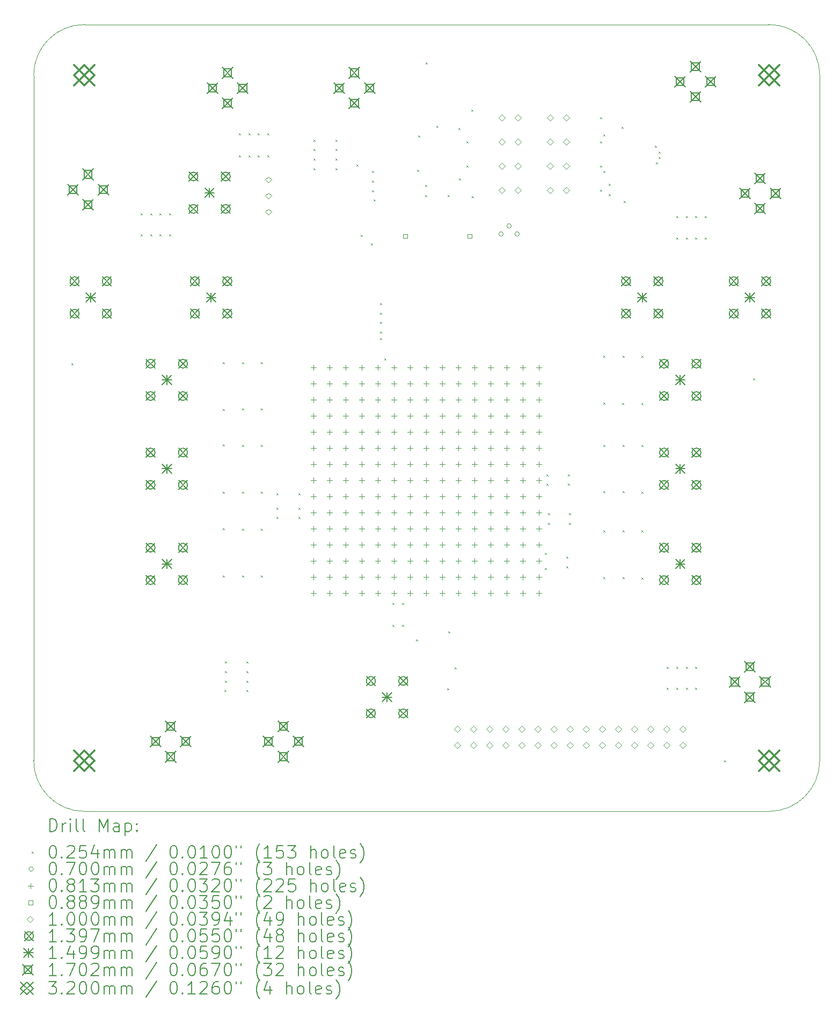
<source format=gbr>
%TF.GenerationSoftware,KiCad,Pcbnew,8.0.5*%
%TF.CreationDate,2024-11-07T20:20:23-05:00*%
%TF.ProjectId,huxley-rounded,6875786c-6579-42d7-926f-756e6465642e,rev?*%
%TF.SameCoordinates,Original*%
%TF.FileFunction,Drillmap*%
%TF.FilePolarity,Positive*%
%FSLAX45Y45*%
G04 Gerber Fmt 4.5, Leading zero omitted, Abs format (unit mm)*
G04 Created by KiCad (PCBNEW 8.0.5) date 2024-11-07 20:20:23*
%MOMM*%
%LPD*%
G01*
G04 APERTURE LIST*
%ADD10C,0.100000*%
%ADD11C,0.200000*%
%ADD12C,0.139700*%
%ADD13C,0.149860*%
%ADD14C,0.170180*%
%ADD15C,0.320000*%
G04 APERTURE END LIST*
D10*
X15900000Y-4500000D02*
G75*
G02*
X16700000Y-5300000I0J-800000D01*
G01*
X15900000Y-16900000D02*
X5100000Y-16900000D01*
X5100000Y-16900000D02*
G75*
G02*
X4300000Y-16100000I0J800000D01*
G01*
X16700000Y-16100000D02*
G75*
G02*
X15900000Y-16900000I-800000J0D01*
G01*
X4300000Y-16100000D02*
X4300000Y-5300000D01*
X5100000Y-4500000D02*
X15900000Y-4500000D01*
X16700000Y-5300000D02*
X16700000Y-16100000D01*
X4300000Y-5300000D02*
G75*
G02*
X5100000Y-4500000I800000J0D01*
G01*
D11*
D10*
X4897300Y-9837300D02*
X4922700Y-9862700D01*
X4922700Y-9837300D02*
X4897300Y-9862700D01*
X5987300Y-7472300D02*
X6012700Y-7497700D01*
X6012700Y-7472300D02*
X5987300Y-7497700D01*
X5987300Y-7807300D02*
X6012700Y-7832700D01*
X6012700Y-7807300D02*
X5987300Y-7832700D01*
X6137300Y-7472300D02*
X6162700Y-7497700D01*
X6162700Y-7472300D02*
X6137300Y-7497700D01*
X6137300Y-7807300D02*
X6162700Y-7832700D01*
X6162700Y-7807300D02*
X6137300Y-7832700D01*
X6287300Y-7472300D02*
X6312700Y-7497700D01*
X6312700Y-7472300D02*
X6287300Y-7497700D01*
X6287300Y-7807300D02*
X6312700Y-7832700D01*
X6312700Y-7807300D02*
X6287300Y-7832700D01*
X6437300Y-7472300D02*
X6462700Y-7497700D01*
X6462700Y-7472300D02*
X6437300Y-7497700D01*
X6437300Y-7807300D02*
X6462700Y-7832700D01*
X6462700Y-7807300D02*
X6437300Y-7832700D01*
X7287300Y-9819800D02*
X7312700Y-9845200D01*
X7312700Y-9819800D02*
X7287300Y-9845200D01*
X7287300Y-10557300D02*
X7312700Y-10582700D01*
X7312700Y-10557300D02*
X7287300Y-10582700D01*
X7287300Y-11117300D02*
X7312700Y-11142700D01*
X7312700Y-11117300D02*
X7287300Y-11142700D01*
X7287300Y-11862300D02*
X7312700Y-11887700D01*
X7312700Y-11862300D02*
X7287300Y-11887700D01*
X7287300Y-12439600D02*
X7312700Y-12465000D01*
X7312700Y-12439600D02*
X7287300Y-12465000D01*
X7287300Y-13182300D02*
X7312700Y-13207700D01*
X7312700Y-13182300D02*
X7287300Y-13207700D01*
X7312300Y-14987300D02*
X7337700Y-15012700D01*
X7337700Y-14987300D02*
X7312300Y-15012700D01*
X7317300Y-14536300D02*
X7342700Y-14561700D01*
X7342700Y-14536300D02*
X7317300Y-14561700D01*
X7317300Y-14687300D02*
X7342700Y-14712700D01*
X7342700Y-14687300D02*
X7317300Y-14712700D01*
X7317300Y-14837300D02*
X7342700Y-14862700D01*
X7342700Y-14837300D02*
X7317300Y-14862700D01*
X7537300Y-6217300D02*
X7562700Y-6242700D01*
X7562700Y-6217300D02*
X7537300Y-6242700D01*
X7537300Y-6557300D02*
X7562700Y-6582700D01*
X7562700Y-6557300D02*
X7537300Y-6582700D01*
X7587300Y-9822300D02*
X7612700Y-9847700D01*
X7612700Y-9822300D02*
X7587300Y-9847700D01*
X7587300Y-10552300D02*
X7612700Y-10577700D01*
X7612700Y-10552300D02*
X7587300Y-10577700D01*
X7587300Y-11122300D02*
X7612700Y-11147700D01*
X7612700Y-11122300D02*
X7587300Y-11147700D01*
X7587300Y-11857300D02*
X7612700Y-11882700D01*
X7612700Y-11857300D02*
X7587300Y-11882700D01*
X7587300Y-12444600D02*
X7612700Y-12470000D01*
X7612700Y-12444600D02*
X7587300Y-12470000D01*
X7587300Y-13177300D02*
X7612700Y-13202700D01*
X7612700Y-13177300D02*
X7587300Y-13202700D01*
X7652300Y-14987300D02*
X7677700Y-15012700D01*
X7677700Y-14987300D02*
X7652300Y-15012700D01*
X7657300Y-14536300D02*
X7682700Y-14561700D01*
X7682700Y-14536300D02*
X7657300Y-14561700D01*
X7657300Y-14687300D02*
X7682700Y-14712700D01*
X7682700Y-14687300D02*
X7657300Y-14712700D01*
X7657300Y-14837300D02*
X7682700Y-14862700D01*
X7682700Y-14837300D02*
X7657300Y-14862700D01*
X7687300Y-6217300D02*
X7712700Y-6242700D01*
X7712700Y-6217300D02*
X7687300Y-6242700D01*
X7687300Y-6557300D02*
X7712700Y-6582700D01*
X7712700Y-6557300D02*
X7687300Y-6582700D01*
X7837300Y-6217300D02*
X7862700Y-6242700D01*
X7862700Y-6217300D02*
X7837300Y-6242700D01*
X7837300Y-6557300D02*
X7862700Y-6582700D01*
X7862700Y-6557300D02*
X7837300Y-6582700D01*
X7887300Y-9822300D02*
X7912700Y-9847700D01*
X7912700Y-9822300D02*
X7887300Y-9847700D01*
X7887300Y-10552300D02*
X7912700Y-10577700D01*
X7912700Y-10552300D02*
X7887300Y-10577700D01*
X7887300Y-11122300D02*
X7912700Y-11147700D01*
X7912700Y-11122300D02*
X7887300Y-11147700D01*
X7887300Y-11857300D02*
X7912700Y-11882700D01*
X7912700Y-11857300D02*
X7887300Y-11882700D01*
X7887300Y-12447300D02*
X7912700Y-12472700D01*
X7912700Y-12447300D02*
X7887300Y-12472700D01*
X7887300Y-13177300D02*
X7912700Y-13202700D01*
X7912700Y-13177300D02*
X7887300Y-13202700D01*
X7987300Y-6217300D02*
X8012700Y-6242700D01*
X8012700Y-6217300D02*
X7987300Y-6242700D01*
X7987300Y-6557300D02*
X8012700Y-6582700D01*
X8012700Y-6557300D02*
X7987300Y-6582700D01*
X8127300Y-12112300D02*
X8152700Y-12137700D01*
X8152700Y-12112300D02*
X8127300Y-12137700D01*
X8127300Y-12262300D02*
X8152700Y-12287700D01*
X8152700Y-12262300D02*
X8127300Y-12287700D01*
X8129800Y-11887300D02*
X8155200Y-11912700D01*
X8155200Y-11887300D02*
X8129800Y-11912700D01*
X8477300Y-12112300D02*
X8502700Y-12137700D01*
X8502700Y-12112300D02*
X8477300Y-12137700D01*
X8477300Y-12262300D02*
X8502700Y-12287700D01*
X8502700Y-12262300D02*
X8477300Y-12287700D01*
X8479800Y-11887300D02*
X8505200Y-11912700D01*
X8505200Y-11887300D02*
X8479800Y-11912700D01*
X8717300Y-6312300D02*
X8742700Y-6337700D01*
X8742700Y-6312300D02*
X8717300Y-6337700D01*
X8717300Y-6462300D02*
X8742700Y-6487700D01*
X8742700Y-6462300D02*
X8717300Y-6487700D01*
X8717300Y-6612300D02*
X8742700Y-6637700D01*
X8742700Y-6612300D02*
X8717300Y-6637700D01*
X8717300Y-6762300D02*
X8742700Y-6787700D01*
X8742700Y-6762300D02*
X8717300Y-6787700D01*
X9057300Y-6312300D02*
X9082700Y-6337700D01*
X9082700Y-6312300D02*
X9057300Y-6337700D01*
X9057300Y-6462300D02*
X9082700Y-6487700D01*
X9082700Y-6462300D02*
X9057300Y-6487700D01*
X9057300Y-6612300D02*
X9082700Y-6637700D01*
X9082700Y-6612300D02*
X9057300Y-6637700D01*
X9057300Y-6762300D02*
X9082700Y-6787700D01*
X9082700Y-6762300D02*
X9057300Y-6787700D01*
X9387300Y-6707300D02*
X9412700Y-6732700D01*
X9412700Y-6707300D02*
X9387300Y-6732700D01*
X9455260Y-7810860D02*
X9480660Y-7836260D01*
X9480660Y-7810860D02*
X9455260Y-7836260D01*
X9616500Y-7947700D02*
X9641900Y-7973100D01*
X9641900Y-7947700D02*
X9616500Y-7973100D01*
X9637300Y-6807300D02*
X9662700Y-6832700D01*
X9662700Y-6807300D02*
X9637300Y-6832700D01*
X9637300Y-6957300D02*
X9662700Y-6982700D01*
X9662700Y-6957300D02*
X9637300Y-6982700D01*
X9637300Y-7107300D02*
X9662700Y-7132700D01*
X9662700Y-7107300D02*
X9637300Y-7132700D01*
X9665100Y-7258700D02*
X9690500Y-7284100D01*
X9690500Y-7258700D02*
X9665100Y-7284100D01*
X9762300Y-9437300D02*
X9787700Y-9462700D01*
X9787700Y-9437300D02*
X9762300Y-9462700D01*
X9767300Y-8887300D02*
X9792700Y-8912700D01*
X9792700Y-8887300D02*
X9767300Y-8912700D01*
X9767300Y-9037300D02*
X9792700Y-9062700D01*
X9792700Y-9037300D02*
X9767300Y-9062700D01*
X9767300Y-9187300D02*
X9792700Y-9212700D01*
X9792700Y-9187300D02*
X9767300Y-9212700D01*
X9767300Y-9337300D02*
X9792700Y-9362700D01*
X9792700Y-9337300D02*
X9767300Y-9362700D01*
X9832300Y-9757300D02*
X9857700Y-9782700D01*
X9857700Y-9757300D02*
X9832300Y-9782700D01*
X9962300Y-13617300D02*
X9987700Y-13642700D01*
X9987700Y-13617300D02*
X9962300Y-13642700D01*
X9962300Y-13957300D02*
X9987700Y-13982700D01*
X9987700Y-13957300D02*
X9962300Y-13982700D01*
X10112300Y-13617300D02*
X10137700Y-13642700D01*
X10137700Y-13617300D02*
X10112300Y-13642700D01*
X10112300Y-13957300D02*
X10137700Y-13982700D01*
X10137700Y-13957300D02*
X10112300Y-13982700D01*
X10329800Y-14187300D02*
X10355200Y-14212700D01*
X10355200Y-14187300D02*
X10329800Y-14212700D01*
X10347300Y-6787300D02*
X10372700Y-6812700D01*
X10372700Y-6787300D02*
X10347300Y-6812700D01*
X10367300Y-6247300D02*
X10392700Y-6272700D01*
X10392700Y-6247300D02*
X10367300Y-6272700D01*
X10472300Y-7027800D02*
X10497700Y-7053200D01*
X10497700Y-7027800D02*
X10472300Y-7053200D01*
X10472300Y-7187800D02*
X10497700Y-7213200D01*
X10497700Y-7187800D02*
X10472300Y-7213200D01*
X10487300Y-5097300D02*
X10512700Y-5122700D01*
X10512700Y-5097300D02*
X10487300Y-5122700D01*
X10650220Y-6098540D02*
X10675620Y-6123940D01*
X10675620Y-6098540D02*
X10650220Y-6123940D01*
X10821640Y-14962300D02*
X10847040Y-14987700D01*
X10847040Y-14962300D02*
X10821640Y-14987700D01*
X10827300Y-7187300D02*
X10852700Y-7212700D01*
X10852700Y-7187300D02*
X10827300Y-7212700D01*
X10837300Y-14062300D02*
X10862700Y-14087700D01*
X10862700Y-14062300D02*
X10837300Y-14087700D01*
X10936600Y-14627025D02*
X10962000Y-14652425D01*
X10962000Y-14627025D02*
X10936600Y-14652425D01*
X10997300Y-6127300D02*
X11022700Y-6152700D01*
X11022700Y-6127300D02*
X10997300Y-6152700D01*
X11007300Y-6927300D02*
X11032700Y-6952700D01*
X11032700Y-6927300D02*
X11007300Y-6952700D01*
X11127300Y-6337300D02*
X11152700Y-6362700D01*
X11152700Y-6337300D02*
X11127300Y-6362700D01*
X11127300Y-6718300D02*
X11152700Y-6743700D01*
X11152700Y-6718300D02*
X11127300Y-6743700D01*
X11207300Y-5837300D02*
X11232700Y-5862700D01*
X11232700Y-5837300D02*
X11207300Y-5862700D01*
X11207800Y-7202300D02*
X11233200Y-7227700D01*
X11233200Y-7202300D02*
X11207800Y-7227700D01*
X12367300Y-12827300D02*
X12392700Y-12852700D01*
X12392700Y-12827300D02*
X12367300Y-12852700D01*
X12367300Y-13062300D02*
X12392700Y-13087700D01*
X12392700Y-13062300D02*
X12367300Y-13087700D01*
X12392300Y-11587300D02*
X12417700Y-11612700D01*
X12417700Y-11587300D02*
X12392300Y-11612700D01*
X12392300Y-11737300D02*
X12417700Y-11762700D01*
X12417700Y-11737300D02*
X12392300Y-11762700D01*
X12417300Y-12202300D02*
X12442700Y-12227700D01*
X12442700Y-12202300D02*
X12417300Y-12227700D01*
X12417300Y-12352300D02*
X12442700Y-12377700D01*
X12442700Y-12352300D02*
X12417300Y-12377700D01*
X12702300Y-12887300D02*
X12727700Y-12912700D01*
X12727700Y-12887300D02*
X12702300Y-12912700D01*
X12702300Y-13037300D02*
X12727700Y-13062700D01*
X12727700Y-13037300D02*
X12702300Y-13062700D01*
X12727300Y-11587300D02*
X12752700Y-11612700D01*
X12752700Y-11587300D02*
X12727300Y-11612700D01*
X12727300Y-11737300D02*
X12752700Y-11762700D01*
X12752700Y-11737300D02*
X12727300Y-11762700D01*
X12747300Y-12202300D02*
X12772700Y-12227700D01*
X12772700Y-12202300D02*
X12747300Y-12227700D01*
X12747300Y-12352300D02*
X12772700Y-12377700D01*
X12772700Y-12352300D02*
X12747300Y-12377700D01*
X13231420Y-6339629D02*
X13256820Y-6365029D01*
X13256820Y-6339629D02*
X13231420Y-6365029D01*
X13232180Y-6718113D02*
X13257580Y-6743513D01*
X13257580Y-6718113D02*
X13232180Y-6743513D01*
X13236800Y-7099300D02*
X13262200Y-7124700D01*
X13262200Y-7099300D02*
X13236800Y-7124700D01*
X13237300Y-5957300D02*
X13262700Y-5982700D01*
X13262700Y-5957300D02*
X13237300Y-5982700D01*
X13287300Y-6227300D02*
X13312700Y-6252700D01*
X13312700Y-6227300D02*
X13287300Y-6252700D01*
X13287300Y-6807300D02*
X13312700Y-6832700D01*
X13312700Y-6807300D02*
X13287300Y-6832700D01*
X13287300Y-9722300D02*
X13312700Y-9747700D01*
X13312700Y-9722300D02*
X13287300Y-9747700D01*
X13287300Y-10457300D02*
X13312700Y-10482700D01*
X13312700Y-10457300D02*
X13287300Y-10482700D01*
X13287300Y-11127300D02*
X13312700Y-11152700D01*
X13312700Y-11127300D02*
X13287300Y-11152700D01*
X13287300Y-11852300D02*
X13312700Y-11877700D01*
X13312700Y-11852300D02*
X13287300Y-11877700D01*
X13287300Y-12472300D02*
X13312700Y-12497700D01*
X13312700Y-12472300D02*
X13287300Y-12497700D01*
X13287300Y-13207300D02*
X13312700Y-13232700D01*
X13312700Y-13207300D02*
X13287300Y-13232700D01*
X13367300Y-7012300D02*
X13392700Y-7037700D01*
X13392700Y-7012300D02*
X13367300Y-7037700D01*
X13367300Y-7167300D02*
X13392700Y-7192700D01*
X13392700Y-7167300D02*
X13367300Y-7192700D01*
X13574300Y-6113180D02*
X13599700Y-6138580D01*
X13599700Y-6113180D02*
X13574300Y-6138580D01*
X13583500Y-10459900D02*
X13608900Y-10485300D01*
X13608900Y-10459900D02*
X13583500Y-10485300D01*
X13587300Y-9722300D02*
X13612700Y-9747700D01*
X13612700Y-9722300D02*
X13587300Y-9747700D01*
X13587300Y-11127300D02*
X13612700Y-11152700D01*
X13612700Y-11127300D02*
X13587300Y-11152700D01*
X13587300Y-11852300D02*
X13612700Y-11877700D01*
X13612700Y-11852300D02*
X13587300Y-11877700D01*
X13587300Y-12472300D02*
X13612700Y-12497700D01*
X13612700Y-12472300D02*
X13587300Y-12497700D01*
X13587300Y-13207300D02*
X13612700Y-13232700D01*
X13612700Y-13207300D02*
X13587300Y-13232700D01*
X13607300Y-7277300D02*
X13632700Y-7302700D01*
X13632700Y-7277300D02*
X13607300Y-7302700D01*
X13887300Y-9717300D02*
X13912700Y-9742700D01*
X13912700Y-9717300D02*
X13887300Y-9742700D01*
X13887300Y-10462300D02*
X13912700Y-10487700D01*
X13912700Y-10462300D02*
X13887300Y-10487700D01*
X13887300Y-11122300D02*
X13912700Y-11147700D01*
X13912700Y-11122300D02*
X13887300Y-11147700D01*
X13887300Y-11857300D02*
X13912700Y-11882700D01*
X13912700Y-11857300D02*
X13887300Y-11882700D01*
X13887300Y-12467300D02*
X13912700Y-12492700D01*
X13912700Y-12467300D02*
X13887300Y-12492700D01*
X13887300Y-13212300D02*
X13912700Y-13237700D01*
X13912700Y-13212300D02*
X13887300Y-13237700D01*
X14097300Y-6407300D02*
X14122700Y-6432700D01*
X14122700Y-6407300D02*
X14097300Y-6432700D01*
X14117300Y-6667300D02*
X14142700Y-6692700D01*
X14142700Y-6667300D02*
X14117300Y-6692700D01*
X14157300Y-6497300D02*
X14182700Y-6522700D01*
X14182700Y-6497300D02*
X14157300Y-6522700D01*
X14157300Y-6587300D02*
X14182700Y-6612700D01*
X14182700Y-6587300D02*
X14157300Y-6612700D01*
X14287300Y-14617300D02*
X14312700Y-14642700D01*
X14312700Y-14617300D02*
X14287300Y-14642700D01*
X14287300Y-14952300D02*
X14312700Y-14977700D01*
X14312700Y-14952300D02*
X14287300Y-14977700D01*
X14437300Y-7517300D02*
X14462700Y-7542700D01*
X14462700Y-7517300D02*
X14437300Y-7542700D01*
X14437300Y-7857300D02*
X14462700Y-7882700D01*
X14462700Y-7857300D02*
X14437300Y-7882700D01*
X14437300Y-14617300D02*
X14462700Y-14642700D01*
X14462700Y-14617300D02*
X14437300Y-14642700D01*
X14437300Y-14952300D02*
X14462700Y-14977700D01*
X14462700Y-14952300D02*
X14437300Y-14977700D01*
X14587300Y-7517300D02*
X14612700Y-7542700D01*
X14612700Y-7517300D02*
X14587300Y-7542700D01*
X14587300Y-7857300D02*
X14612700Y-7882700D01*
X14612700Y-7857300D02*
X14587300Y-7882700D01*
X14587300Y-14617300D02*
X14612700Y-14642700D01*
X14612700Y-14617300D02*
X14587300Y-14642700D01*
X14587300Y-14952300D02*
X14612700Y-14977700D01*
X14612700Y-14952300D02*
X14587300Y-14977700D01*
X14737300Y-7517300D02*
X14762700Y-7542700D01*
X14762700Y-7517300D02*
X14737300Y-7542700D01*
X14737300Y-7857300D02*
X14762700Y-7882700D01*
X14762700Y-7857300D02*
X14737300Y-7882700D01*
X14737300Y-14617300D02*
X14762700Y-14642700D01*
X14762700Y-14617300D02*
X14737300Y-14642700D01*
X14737300Y-14952300D02*
X14762700Y-14977700D01*
X14762700Y-14952300D02*
X14737300Y-14977700D01*
X14887300Y-7517300D02*
X14912700Y-7542700D01*
X14912700Y-7517300D02*
X14887300Y-7542700D01*
X14887300Y-7857300D02*
X14912700Y-7882700D01*
X14912700Y-7857300D02*
X14887300Y-7882700D01*
X15187300Y-16097300D02*
X15212700Y-16122700D01*
X15212700Y-16097300D02*
X15187300Y-16122700D01*
X15652300Y-10077300D02*
X15677700Y-10102700D01*
X15677700Y-10077300D02*
X15652300Y-10102700D01*
X11708000Y-7800000D02*
G75*
G02*
X11638000Y-7800000I-35000J0D01*
G01*
X11638000Y-7800000D02*
G75*
G02*
X11708000Y-7800000I35000J0D01*
G01*
X11835000Y-7673000D02*
G75*
G02*
X11765000Y-7673000I-35000J0D01*
G01*
X11765000Y-7673000D02*
G75*
G02*
X11835000Y-7673000I35000J0D01*
G01*
X11962000Y-7800000D02*
G75*
G02*
X11892000Y-7800000I-35000J0D01*
G01*
X11892000Y-7800000D02*
G75*
G02*
X11962000Y-7800000I35000J0D01*
G01*
X8712200Y-9865360D02*
X8712200Y-9946640D01*
X8671560Y-9906000D02*
X8752840Y-9906000D01*
X8712200Y-10119360D02*
X8712200Y-10200640D01*
X8671560Y-10160000D02*
X8752840Y-10160000D01*
X8712200Y-10373360D02*
X8712200Y-10454640D01*
X8671560Y-10414000D02*
X8752840Y-10414000D01*
X8712200Y-10627360D02*
X8712200Y-10708640D01*
X8671560Y-10668000D02*
X8752840Y-10668000D01*
X8712200Y-10881360D02*
X8712200Y-10962640D01*
X8671560Y-10922000D02*
X8752840Y-10922000D01*
X8712200Y-11135360D02*
X8712200Y-11216640D01*
X8671560Y-11176000D02*
X8752840Y-11176000D01*
X8712200Y-11389360D02*
X8712200Y-11470640D01*
X8671560Y-11430000D02*
X8752840Y-11430000D01*
X8712200Y-11643360D02*
X8712200Y-11724640D01*
X8671560Y-11684000D02*
X8752840Y-11684000D01*
X8712200Y-11897360D02*
X8712200Y-11978640D01*
X8671560Y-11938000D02*
X8752840Y-11938000D01*
X8712200Y-12151360D02*
X8712200Y-12232640D01*
X8671560Y-12192000D02*
X8752840Y-12192000D01*
X8712200Y-12405360D02*
X8712200Y-12486640D01*
X8671560Y-12446000D02*
X8752840Y-12446000D01*
X8712200Y-12659360D02*
X8712200Y-12740640D01*
X8671560Y-12700000D02*
X8752840Y-12700000D01*
X8712200Y-12913360D02*
X8712200Y-12994640D01*
X8671560Y-12954000D02*
X8752840Y-12954000D01*
X8712200Y-13167360D02*
X8712200Y-13248640D01*
X8671560Y-13208000D02*
X8752840Y-13208000D01*
X8712200Y-13421360D02*
X8712200Y-13502640D01*
X8671560Y-13462000D02*
X8752840Y-13462000D01*
X8966200Y-9865360D02*
X8966200Y-9946640D01*
X8925560Y-9906000D02*
X9006840Y-9906000D01*
X8966200Y-10119360D02*
X8966200Y-10200640D01*
X8925560Y-10160000D02*
X9006840Y-10160000D01*
X8966200Y-10373360D02*
X8966200Y-10454640D01*
X8925560Y-10414000D02*
X9006840Y-10414000D01*
X8966200Y-10627360D02*
X8966200Y-10708640D01*
X8925560Y-10668000D02*
X9006840Y-10668000D01*
X8966200Y-10881360D02*
X8966200Y-10962640D01*
X8925560Y-10922000D02*
X9006840Y-10922000D01*
X8966200Y-11135360D02*
X8966200Y-11216640D01*
X8925560Y-11176000D02*
X9006840Y-11176000D01*
X8966200Y-11389360D02*
X8966200Y-11470640D01*
X8925560Y-11430000D02*
X9006840Y-11430000D01*
X8966200Y-11643360D02*
X8966200Y-11724640D01*
X8925560Y-11684000D02*
X9006840Y-11684000D01*
X8966200Y-11897360D02*
X8966200Y-11978640D01*
X8925560Y-11938000D02*
X9006840Y-11938000D01*
X8966200Y-12151360D02*
X8966200Y-12232640D01*
X8925560Y-12192000D02*
X9006840Y-12192000D01*
X8966200Y-12405360D02*
X8966200Y-12486640D01*
X8925560Y-12446000D02*
X9006840Y-12446000D01*
X8966200Y-12659360D02*
X8966200Y-12740640D01*
X8925560Y-12700000D02*
X9006840Y-12700000D01*
X8966200Y-12913360D02*
X8966200Y-12994640D01*
X8925560Y-12954000D02*
X9006840Y-12954000D01*
X8966200Y-13167360D02*
X8966200Y-13248640D01*
X8925560Y-13208000D02*
X9006840Y-13208000D01*
X8966200Y-13421360D02*
X8966200Y-13502640D01*
X8925560Y-13462000D02*
X9006840Y-13462000D01*
X9220200Y-9865360D02*
X9220200Y-9946640D01*
X9179560Y-9906000D02*
X9260840Y-9906000D01*
X9220200Y-10119360D02*
X9220200Y-10200640D01*
X9179560Y-10160000D02*
X9260840Y-10160000D01*
X9220200Y-10373360D02*
X9220200Y-10454640D01*
X9179560Y-10414000D02*
X9260840Y-10414000D01*
X9220200Y-10627360D02*
X9220200Y-10708640D01*
X9179560Y-10668000D02*
X9260840Y-10668000D01*
X9220200Y-10881360D02*
X9220200Y-10962640D01*
X9179560Y-10922000D02*
X9260840Y-10922000D01*
X9220200Y-11135360D02*
X9220200Y-11216640D01*
X9179560Y-11176000D02*
X9260840Y-11176000D01*
X9220200Y-11389360D02*
X9220200Y-11470640D01*
X9179560Y-11430000D02*
X9260840Y-11430000D01*
X9220200Y-11643360D02*
X9220200Y-11724640D01*
X9179560Y-11684000D02*
X9260840Y-11684000D01*
X9220200Y-11897360D02*
X9220200Y-11978640D01*
X9179560Y-11938000D02*
X9260840Y-11938000D01*
X9220200Y-12151360D02*
X9220200Y-12232640D01*
X9179560Y-12192000D02*
X9260840Y-12192000D01*
X9220200Y-12405360D02*
X9220200Y-12486640D01*
X9179560Y-12446000D02*
X9260840Y-12446000D01*
X9220200Y-12659360D02*
X9220200Y-12740640D01*
X9179560Y-12700000D02*
X9260840Y-12700000D01*
X9220200Y-12913360D02*
X9220200Y-12994640D01*
X9179560Y-12954000D02*
X9260840Y-12954000D01*
X9220200Y-13167360D02*
X9220200Y-13248640D01*
X9179560Y-13208000D02*
X9260840Y-13208000D01*
X9220200Y-13421360D02*
X9220200Y-13502640D01*
X9179560Y-13462000D02*
X9260840Y-13462000D01*
X9474200Y-9865360D02*
X9474200Y-9946640D01*
X9433560Y-9906000D02*
X9514840Y-9906000D01*
X9474200Y-10119360D02*
X9474200Y-10200640D01*
X9433560Y-10160000D02*
X9514840Y-10160000D01*
X9474200Y-10373360D02*
X9474200Y-10454640D01*
X9433560Y-10414000D02*
X9514840Y-10414000D01*
X9474200Y-10627360D02*
X9474200Y-10708640D01*
X9433560Y-10668000D02*
X9514840Y-10668000D01*
X9474200Y-10881360D02*
X9474200Y-10962640D01*
X9433560Y-10922000D02*
X9514840Y-10922000D01*
X9474200Y-11135360D02*
X9474200Y-11216640D01*
X9433560Y-11176000D02*
X9514840Y-11176000D01*
X9474200Y-11389360D02*
X9474200Y-11470640D01*
X9433560Y-11430000D02*
X9514840Y-11430000D01*
X9474200Y-11643360D02*
X9474200Y-11724640D01*
X9433560Y-11684000D02*
X9514840Y-11684000D01*
X9474200Y-11897360D02*
X9474200Y-11978640D01*
X9433560Y-11938000D02*
X9514840Y-11938000D01*
X9474200Y-12151360D02*
X9474200Y-12232640D01*
X9433560Y-12192000D02*
X9514840Y-12192000D01*
X9474200Y-12405360D02*
X9474200Y-12486640D01*
X9433560Y-12446000D02*
X9514840Y-12446000D01*
X9474200Y-12659360D02*
X9474200Y-12740640D01*
X9433560Y-12700000D02*
X9514840Y-12700000D01*
X9474200Y-12913360D02*
X9474200Y-12994640D01*
X9433560Y-12954000D02*
X9514840Y-12954000D01*
X9474200Y-13167360D02*
X9474200Y-13248640D01*
X9433560Y-13208000D02*
X9514840Y-13208000D01*
X9474200Y-13421360D02*
X9474200Y-13502640D01*
X9433560Y-13462000D02*
X9514840Y-13462000D01*
X9728200Y-9865360D02*
X9728200Y-9946640D01*
X9687560Y-9906000D02*
X9768840Y-9906000D01*
X9728200Y-10119360D02*
X9728200Y-10200640D01*
X9687560Y-10160000D02*
X9768840Y-10160000D01*
X9728200Y-10373360D02*
X9728200Y-10454640D01*
X9687560Y-10414000D02*
X9768840Y-10414000D01*
X9728200Y-10627360D02*
X9728200Y-10708640D01*
X9687560Y-10668000D02*
X9768840Y-10668000D01*
X9728200Y-10881360D02*
X9728200Y-10962640D01*
X9687560Y-10922000D02*
X9768840Y-10922000D01*
X9728200Y-11135360D02*
X9728200Y-11216640D01*
X9687560Y-11176000D02*
X9768840Y-11176000D01*
X9728200Y-11389360D02*
X9728200Y-11470640D01*
X9687560Y-11430000D02*
X9768840Y-11430000D01*
X9728200Y-11643360D02*
X9728200Y-11724640D01*
X9687560Y-11684000D02*
X9768840Y-11684000D01*
X9728200Y-11897360D02*
X9728200Y-11978640D01*
X9687560Y-11938000D02*
X9768840Y-11938000D01*
X9728200Y-12151360D02*
X9728200Y-12232640D01*
X9687560Y-12192000D02*
X9768840Y-12192000D01*
X9728200Y-12405360D02*
X9728200Y-12486640D01*
X9687560Y-12446000D02*
X9768840Y-12446000D01*
X9728200Y-12659360D02*
X9728200Y-12740640D01*
X9687560Y-12700000D02*
X9768840Y-12700000D01*
X9728200Y-12913360D02*
X9728200Y-12994640D01*
X9687560Y-12954000D02*
X9768840Y-12954000D01*
X9728200Y-13167360D02*
X9728200Y-13248640D01*
X9687560Y-13208000D02*
X9768840Y-13208000D01*
X9728200Y-13421360D02*
X9728200Y-13502640D01*
X9687560Y-13462000D02*
X9768840Y-13462000D01*
X9982200Y-9865360D02*
X9982200Y-9946640D01*
X9941560Y-9906000D02*
X10022840Y-9906000D01*
X9982200Y-10119360D02*
X9982200Y-10200640D01*
X9941560Y-10160000D02*
X10022840Y-10160000D01*
X9982200Y-10373360D02*
X9982200Y-10454640D01*
X9941560Y-10414000D02*
X10022840Y-10414000D01*
X9982200Y-10627360D02*
X9982200Y-10708640D01*
X9941560Y-10668000D02*
X10022840Y-10668000D01*
X9982200Y-10881360D02*
X9982200Y-10962640D01*
X9941560Y-10922000D02*
X10022840Y-10922000D01*
X9982200Y-11135360D02*
X9982200Y-11216640D01*
X9941560Y-11176000D02*
X10022840Y-11176000D01*
X9982200Y-11389360D02*
X9982200Y-11470640D01*
X9941560Y-11430000D02*
X10022840Y-11430000D01*
X9982200Y-11643360D02*
X9982200Y-11724640D01*
X9941560Y-11684000D02*
X10022840Y-11684000D01*
X9982200Y-11897360D02*
X9982200Y-11978640D01*
X9941560Y-11938000D02*
X10022840Y-11938000D01*
X9982200Y-12151360D02*
X9982200Y-12232640D01*
X9941560Y-12192000D02*
X10022840Y-12192000D01*
X9982200Y-12405360D02*
X9982200Y-12486640D01*
X9941560Y-12446000D02*
X10022840Y-12446000D01*
X9982200Y-12659360D02*
X9982200Y-12740640D01*
X9941560Y-12700000D02*
X10022840Y-12700000D01*
X9982200Y-12913360D02*
X9982200Y-12994640D01*
X9941560Y-12954000D02*
X10022840Y-12954000D01*
X9982200Y-13167360D02*
X9982200Y-13248640D01*
X9941560Y-13208000D02*
X10022840Y-13208000D01*
X9982200Y-13421360D02*
X9982200Y-13502640D01*
X9941560Y-13462000D02*
X10022840Y-13462000D01*
X10236200Y-9865360D02*
X10236200Y-9946640D01*
X10195560Y-9906000D02*
X10276840Y-9906000D01*
X10236200Y-10119360D02*
X10236200Y-10200640D01*
X10195560Y-10160000D02*
X10276840Y-10160000D01*
X10236200Y-10373360D02*
X10236200Y-10454640D01*
X10195560Y-10414000D02*
X10276840Y-10414000D01*
X10236200Y-10627360D02*
X10236200Y-10708640D01*
X10195560Y-10668000D02*
X10276840Y-10668000D01*
X10236200Y-10881360D02*
X10236200Y-10962640D01*
X10195560Y-10922000D02*
X10276840Y-10922000D01*
X10236200Y-11135360D02*
X10236200Y-11216640D01*
X10195560Y-11176000D02*
X10276840Y-11176000D01*
X10236200Y-11389360D02*
X10236200Y-11470640D01*
X10195560Y-11430000D02*
X10276840Y-11430000D01*
X10236200Y-11643360D02*
X10236200Y-11724640D01*
X10195560Y-11684000D02*
X10276840Y-11684000D01*
X10236200Y-11897360D02*
X10236200Y-11978640D01*
X10195560Y-11938000D02*
X10276840Y-11938000D01*
X10236200Y-12151360D02*
X10236200Y-12232640D01*
X10195560Y-12192000D02*
X10276840Y-12192000D01*
X10236200Y-12405360D02*
X10236200Y-12486640D01*
X10195560Y-12446000D02*
X10276840Y-12446000D01*
X10236200Y-12659360D02*
X10236200Y-12740640D01*
X10195560Y-12700000D02*
X10276840Y-12700000D01*
X10236200Y-12913360D02*
X10236200Y-12994640D01*
X10195560Y-12954000D02*
X10276840Y-12954000D01*
X10236200Y-13167360D02*
X10236200Y-13248640D01*
X10195560Y-13208000D02*
X10276840Y-13208000D01*
X10236200Y-13421360D02*
X10236200Y-13502640D01*
X10195560Y-13462000D02*
X10276840Y-13462000D01*
X10490200Y-9865360D02*
X10490200Y-9946640D01*
X10449560Y-9906000D02*
X10530840Y-9906000D01*
X10490200Y-10119360D02*
X10490200Y-10200640D01*
X10449560Y-10160000D02*
X10530840Y-10160000D01*
X10490200Y-10373360D02*
X10490200Y-10454640D01*
X10449560Y-10414000D02*
X10530840Y-10414000D01*
X10490200Y-10627360D02*
X10490200Y-10708640D01*
X10449560Y-10668000D02*
X10530840Y-10668000D01*
X10490200Y-10881360D02*
X10490200Y-10962640D01*
X10449560Y-10922000D02*
X10530840Y-10922000D01*
X10490200Y-11135360D02*
X10490200Y-11216640D01*
X10449560Y-11176000D02*
X10530840Y-11176000D01*
X10490200Y-11389360D02*
X10490200Y-11470640D01*
X10449560Y-11430000D02*
X10530840Y-11430000D01*
X10490200Y-11643360D02*
X10490200Y-11724640D01*
X10449560Y-11684000D02*
X10530840Y-11684000D01*
X10490200Y-11897360D02*
X10490200Y-11978640D01*
X10449560Y-11938000D02*
X10530840Y-11938000D01*
X10490200Y-12151360D02*
X10490200Y-12232640D01*
X10449560Y-12192000D02*
X10530840Y-12192000D01*
X10490200Y-12405360D02*
X10490200Y-12486640D01*
X10449560Y-12446000D02*
X10530840Y-12446000D01*
X10490200Y-12659360D02*
X10490200Y-12740640D01*
X10449560Y-12700000D02*
X10530840Y-12700000D01*
X10490200Y-12913360D02*
X10490200Y-12994640D01*
X10449560Y-12954000D02*
X10530840Y-12954000D01*
X10490200Y-13167360D02*
X10490200Y-13248640D01*
X10449560Y-13208000D02*
X10530840Y-13208000D01*
X10490200Y-13421360D02*
X10490200Y-13502640D01*
X10449560Y-13462000D02*
X10530840Y-13462000D01*
X10744200Y-9865360D02*
X10744200Y-9946640D01*
X10703560Y-9906000D02*
X10784840Y-9906000D01*
X10744200Y-10119360D02*
X10744200Y-10200640D01*
X10703560Y-10160000D02*
X10784840Y-10160000D01*
X10744200Y-10373360D02*
X10744200Y-10454640D01*
X10703560Y-10414000D02*
X10784840Y-10414000D01*
X10744200Y-10627360D02*
X10744200Y-10708640D01*
X10703560Y-10668000D02*
X10784840Y-10668000D01*
X10744200Y-10881360D02*
X10744200Y-10962640D01*
X10703560Y-10922000D02*
X10784840Y-10922000D01*
X10744200Y-11135360D02*
X10744200Y-11216640D01*
X10703560Y-11176000D02*
X10784840Y-11176000D01*
X10744200Y-11389360D02*
X10744200Y-11470640D01*
X10703560Y-11430000D02*
X10784840Y-11430000D01*
X10744200Y-11643360D02*
X10744200Y-11724640D01*
X10703560Y-11684000D02*
X10784840Y-11684000D01*
X10744200Y-11897360D02*
X10744200Y-11978640D01*
X10703560Y-11938000D02*
X10784840Y-11938000D01*
X10744200Y-12151360D02*
X10744200Y-12232640D01*
X10703560Y-12192000D02*
X10784840Y-12192000D01*
X10744200Y-12405360D02*
X10744200Y-12486640D01*
X10703560Y-12446000D02*
X10784840Y-12446000D01*
X10744200Y-12659360D02*
X10744200Y-12740640D01*
X10703560Y-12700000D02*
X10784840Y-12700000D01*
X10744200Y-12913360D02*
X10744200Y-12994640D01*
X10703560Y-12954000D02*
X10784840Y-12954000D01*
X10744200Y-13167360D02*
X10744200Y-13248640D01*
X10703560Y-13208000D02*
X10784840Y-13208000D01*
X10744200Y-13421360D02*
X10744200Y-13502640D01*
X10703560Y-13462000D02*
X10784840Y-13462000D01*
X10998200Y-9865360D02*
X10998200Y-9946640D01*
X10957560Y-9906000D02*
X11038840Y-9906000D01*
X10998200Y-10119360D02*
X10998200Y-10200640D01*
X10957560Y-10160000D02*
X11038840Y-10160000D01*
X10998200Y-10373360D02*
X10998200Y-10454640D01*
X10957560Y-10414000D02*
X11038840Y-10414000D01*
X10998200Y-10627360D02*
X10998200Y-10708640D01*
X10957560Y-10668000D02*
X11038840Y-10668000D01*
X10998200Y-10881360D02*
X10998200Y-10962640D01*
X10957560Y-10922000D02*
X11038840Y-10922000D01*
X10998200Y-11135360D02*
X10998200Y-11216640D01*
X10957560Y-11176000D02*
X11038840Y-11176000D01*
X10998200Y-11389360D02*
X10998200Y-11470640D01*
X10957560Y-11430000D02*
X11038840Y-11430000D01*
X10998200Y-11643360D02*
X10998200Y-11724640D01*
X10957560Y-11684000D02*
X11038840Y-11684000D01*
X10998200Y-11897360D02*
X10998200Y-11978640D01*
X10957560Y-11938000D02*
X11038840Y-11938000D01*
X10998200Y-12151360D02*
X10998200Y-12232640D01*
X10957560Y-12192000D02*
X11038840Y-12192000D01*
X10998200Y-12405360D02*
X10998200Y-12486640D01*
X10957560Y-12446000D02*
X11038840Y-12446000D01*
X10998200Y-12659360D02*
X10998200Y-12740640D01*
X10957560Y-12700000D02*
X11038840Y-12700000D01*
X10998200Y-12913360D02*
X10998200Y-12994640D01*
X10957560Y-12954000D02*
X11038840Y-12954000D01*
X10998200Y-13167360D02*
X10998200Y-13248640D01*
X10957560Y-13208000D02*
X11038840Y-13208000D01*
X10998200Y-13421360D02*
X10998200Y-13502640D01*
X10957560Y-13462000D02*
X11038840Y-13462000D01*
X11252200Y-9865360D02*
X11252200Y-9946640D01*
X11211560Y-9906000D02*
X11292840Y-9906000D01*
X11252200Y-10119360D02*
X11252200Y-10200640D01*
X11211560Y-10160000D02*
X11292840Y-10160000D01*
X11252200Y-10373360D02*
X11252200Y-10454640D01*
X11211560Y-10414000D02*
X11292840Y-10414000D01*
X11252200Y-10627360D02*
X11252200Y-10708640D01*
X11211560Y-10668000D02*
X11292840Y-10668000D01*
X11252200Y-10881360D02*
X11252200Y-10962640D01*
X11211560Y-10922000D02*
X11292840Y-10922000D01*
X11252200Y-11135360D02*
X11252200Y-11216640D01*
X11211560Y-11176000D02*
X11292840Y-11176000D01*
X11252200Y-11389360D02*
X11252200Y-11470640D01*
X11211560Y-11430000D02*
X11292840Y-11430000D01*
X11252200Y-11643360D02*
X11252200Y-11724640D01*
X11211560Y-11684000D02*
X11292840Y-11684000D01*
X11252200Y-11897360D02*
X11252200Y-11978640D01*
X11211560Y-11938000D02*
X11292840Y-11938000D01*
X11252200Y-12151360D02*
X11252200Y-12232640D01*
X11211560Y-12192000D02*
X11292840Y-12192000D01*
X11252200Y-12405360D02*
X11252200Y-12486640D01*
X11211560Y-12446000D02*
X11292840Y-12446000D01*
X11252200Y-12659360D02*
X11252200Y-12740640D01*
X11211560Y-12700000D02*
X11292840Y-12700000D01*
X11252200Y-12913360D02*
X11252200Y-12994640D01*
X11211560Y-12954000D02*
X11292840Y-12954000D01*
X11252200Y-13167360D02*
X11252200Y-13248640D01*
X11211560Y-13208000D02*
X11292840Y-13208000D01*
X11252200Y-13421360D02*
X11252200Y-13502640D01*
X11211560Y-13462000D02*
X11292840Y-13462000D01*
X11506200Y-9865360D02*
X11506200Y-9946640D01*
X11465560Y-9906000D02*
X11546840Y-9906000D01*
X11506200Y-10119360D02*
X11506200Y-10200640D01*
X11465560Y-10160000D02*
X11546840Y-10160000D01*
X11506200Y-10373360D02*
X11506200Y-10454640D01*
X11465560Y-10414000D02*
X11546840Y-10414000D01*
X11506200Y-10627360D02*
X11506200Y-10708640D01*
X11465560Y-10668000D02*
X11546840Y-10668000D01*
X11506200Y-10881360D02*
X11506200Y-10962640D01*
X11465560Y-10922000D02*
X11546840Y-10922000D01*
X11506200Y-11135360D02*
X11506200Y-11216640D01*
X11465560Y-11176000D02*
X11546840Y-11176000D01*
X11506200Y-11389360D02*
X11506200Y-11470640D01*
X11465560Y-11430000D02*
X11546840Y-11430000D01*
X11506200Y-11643360D02*
X11506200Y-11724640D01*
X11465560Y-11684000D02*
X11546840Y-11684000D01*
X11506200Y-11897360D02*
X11506200Y-11978640D01*
X11465560Y-11938000D02*
X11546840Y-11938000D01*
X11506200Y-12151360D02*
X11506200Y-12232640D01*
X11465560Y-12192000D02*
X11546840Y-12192000D01*
X11506200Y-12405360D02*
X11506200Y-12486640D01*
X11465560Y-12446000D02*
X11546840Y-12446000D01*
X11506200Y-12659360D02*
X11506200Y-12740640D01*
X11465560Y-12700000D02*
X11546840Y-12700000D01*
X11506200Y-12913360D02*
X11506200Y-12994640D01*
X11465560Y-12954000D02*
X11546840Y-12954000D01*
X11506200Y-13167360D02*
X11506200Y-13248640D01*
X11465560Y-13208000D02*
X11546840Y-13208000D01*
X11506200Y-13421360D02*
X11506200Y-13502640D01*
X11465560Y-13462000D02*
X11546840Y-13462000D01*
X11760200Y-9865360D02*
X11760200Y-9946640D01*
X11719560Y-9906000D02*
X11800840Y-9906000D01*
X11760200Y-10119360D02*
X11760200Y-10200640D01*
X11719560Y-10160000D02*
X11800840Y-10160000D01*
X11760200Y-10373360D02*
X11760200Y-10454640D01*
X11719560Y-10414000D02*
X11800840Y-10414000D01*
X11760200Y-10627360D02*
X11760200Y-10708640D01*
X11719560Y-10668000D02*
X11800840Y-10668000D01*
X11760200Y-10881360D02*
X11760200Y-10962640D01*
X11719560Y-10922000D02*
X11800840Y-10922000D01*
X11760200Y-11135360D02*
X11760200Y-11216640D01*
X11719560Y-11176000D02*
X11800840Y-11176000D01*
X11760200Y-11389360D02*
X11760200Y-11470640D01*
X11719560Y-11430000D02*
X11800840Y-11430000D01*
X11760200Y-11643360D02*
X11760200Y-11724640D01*
X11719560Y-11684000D02*
X11800840Y-11684000D01*
X11760200Y-11897360D02*
X11760200Y-11978640D01*
X11719560Y-11938000D02*
X11800840Y-11938000D01*
X11760200Y-12151360D02*
X11760200Y-12232640D01*
X11719560Y-12192000D02*
X11800840Y-12192000D01*
X11760200Y-12405360D02*
X11760200Y-12486640D01*
X11719560Y-12446000D02*
X11800840Y-12446000D01*
X11760200Y-12659360D02*
X11760200Y-12740640D01*
X11719560Y-12700000D02*
X11800840Y-12700000D01*
X11760200Y-12913360D02*
X11760200Y-12994640D01*
X11719560Y-12954000D02*
X11800840Y-12954000D01*
X11760200Y-13167360D02*
X11760200Y-13248640D01*
X11719560Y-13208000D02*
X11800840Y-13208000D01*
X11760200Y-13421360D02*
X11760200Y-13502640D01*
X11719560Y-13462000D02*
X11800840Y-13462000D01*
X12014200Y-9865360D02*
X12014200Y-9946640D01*
X11973560Y-9906000D02*
X12054840Y-9906000D01*
X12014200Y-10119360D02*
X12014200Y-10200640D01*
X11973560Y-10160000D02*
X12054840Y-10160000D01*
X12014200Y-10373360D02*
X12014200Y-10454640D01*
X11973560Y-10414000D02*
X12054840Y-10414000D01*
X12014200Y-10627360D02*
X12014200Y-10708640D01*
X11973560Y-10668000D02*
X12054840Y-10668000D01*
X12014200Y-10881360D02*
X12014200Y-10962640D01*
X11973560Y-10922000D02*
X12054840Y-10922000D01*
X12014200Y-11135360D02*
X12014200Y-11216640D01*
X11973560Y-11176000D02*
X12054840Y-11176000D01*
X12014200Y-11389360D02*
X12014200Y-11470640D01*
X11973560Y-11430000D02*
X12054840Y-11430000D01*
X12014200Y-11643360D02*
X12014200Y-11724640D01*
X11973560Y-11684000D02*
X12054840Y-11684000D01*
X12014200Y-11897360D02*
X12014200Y-11978640D01*
X11973560Y-11938000D02*
X12054840Y-11938000D01*
X12014200Y-12151360D02*
X12014200Y-12232640D01*
X11973560Y-12192000D02*
X12054840Y-12192000D01*
X12014200Y-12405360D02*
X12014200Y-12486640D01*
X11973560Y-12446000D02*
X12054840Y-12446000D01*
X12014200Y-12659360D02*
X12014200Y-12740640D01*
X11973560Y-12700000D02*
X12054840Y-12700000D01*
X12014200Y-12913360D02*
X12014200Y-12994640D01*
X11973560Y-12954000D02*
X12054840Y-12954000D01*
X12014200Y-13167360D02*
X12014200Y-13248640D01*
X11973560Y-13208000D02*
X12054840Y-13208000D01*
X12014200Y-13421360D02*
X12014200Y-13502640D01*
X11973560Y-13462000D02*
X12054840Y-13462000D01*
X12268200Y-9865360D02*
X12268200Y-9946640D01*
X12227560Y-9906000D02*
X12308840Y-9906000D01*
X12268200Y-10119360D02*
X12268200Y-10200640D01*
X12227560Y-10160000D02*
X12308840Y-10160000D01*
X12268200Y-10373360D02*
X12268200Y-10454640D01*
X12227560Y-10414000D02*
X12308840Y-10414000D01*
X12268200Y-10627360D02*
X12268200Y-10708640D01*
X12227560Y-10668000D02*
X12308840Y-10668000D01*
X12268200Y-10881360D02*
X12268200Y-10962640D01*
X12227560Y-10922000D02*
X12308840Y-10922000D01*
X12268200Y-11135360D02*
X12268200Y-11216640D01*
X12227560Y-11176000D02*
X12308840Y-11176000D01*
X12268200Y-11389360D02*
X12268200Y-11470640D01*
X12227560Y-11430000D02*
X12308840Y-11430000D01*
X12268200Y-11643360D02*
X12268200Y-11724640D01*
X12227560Y-11684000D02*
X12308840Y-11684000D01*
X12268200Y-11897360D02*
X12268200Y-11978640D01*
X12227560Y-11938000D02*
X12308840Y-11938000D01*
X12268200Y-12151360D02*
X12268200Y-12232640D01*
X12227560Y-12192000D02*
X12308840Y-12192000D01*
X12268200Y-12405360D02*
X12268200Y-12486640D01*
X12227560Y-12446000D02*
X12308840Y-12446000D01*
X12268200Y-12659360D02*
X12268200Y-12740640D01*
X12227560Y-12700000D02*
X12308840Y-12700000D01*
X12268200Y-12913360D02*
X12268200Y-12994640D01*
X12227560Y-12954000D02*
X12308840Y-12954000D01*
X12268200Y-13167360D02*
X12268200Y-13248640D01*
X12227560Y-13208000D02*
X12308840Y-13208000D01*
X12268200Y-13421360D02*
X12268200Y-13502640D01*
X12227560Y-13462000D02*
X12308840Y-13462000D01*
X10191431Y-7867331D02*
X10191431Y-7804469D01*
X10128569Y-7804469D01*
X10128569Y-7867331D01*
X10191431Y-7867331D01*
X11207431Y-7867331D02*
X11207431Y-7804469D01*
X11144569Y-7804469D01*
X11144569Y-7867331D01*
X11207431Y-7867331D01*
X8000000Y-6995000D02*
X8050000Y-6945000D01*
X8000000Y-6895000D01*
X7950000Y-6945000D01*
X8000000Y-6995000D01*
X8000000Y-7249000D02*
X8050000Y-7199000D01*
X8000000Y-7149000D01*
X7950000Y-7199000D01*
X8000000Y-7249000D01*
X8000000Y-7503000D02*
X8050000Y-7453000D01*
X8000000Y-7403000D01*
X7950000Y-7453000D01*
X8000000Y-7503000D01*
X10984000Y-15650000D02*
X11034000Y-15600000D01*
X10984000Y-15550000D01*
X10934000Y-15600000D01*
X10984000Y-15650000D01*
X10984000Y-15904000D02*
X11034000Y-15854000D01*
X10984000Y-15804000D01*
X10934000Y-15854000D01*
X10984000Y-15904000D01*
X11238000Y-15650000D02*
X11288000Y-15600000D01*
X11238000Y-15550000D01*
X11188000Y-15600000D01*
X11238000Y-15650000D01*
X11238000Y-15904000D02*
X11288000Y-15854000D01*
X11238000Y-15804000D01*
X11188000Y-15854000D01*
X11238000Y-15904000D01*
X11492000Y-15650000D02*
X11542000Y-15600000D01*
X11492000Y-15550000D01*
X11442000Y-15600000D01*
X11492000Y-15650000D01*
X11492000Y-15904000D02*
X11542000Y-15854000D01*
X11492000Y-15804000D01*
X11442000Y-15854000D01*
X11492000Y-15904000D01*
X11684000Y-6019000D02*
X11734000Y-5969000D01*
X11684000Y-5919000D01*
X11634000Y-5969000D01*
X11684000Y-6019000D01*
X11684000Y-6400000D02*
X11734000Y-6350000D01*
X11684000Y-6300000D01*
X11634000Y-6350000D01*
X11684000Y-6400000D01*
X11684000Y-6781000D02*
X11734000Y-6731000D01*
X11684000Y-6681000D01*
X11634000Y-6731000D01*
X11684000Y-6781000D01*
X11684000Y-7162000D02*
X11734000Y-7112000D01*
X11684000Y-7062000D01*
X11634000Y-7112000D01*
X11684000Y-7162000D01*
X11746000Y-15650000D02*
X11796000Y-15600000D01*
X11746000Y-15550000D01*
X11696000Y-15600000D01*
X11746000Y-15650000D01*
X11746000Y-15904000D02*
X11796000Y-15854000D01*
X11746000Y-15804000D01*
X11696000Y-15854000D01*
X11746000Y-15904000D01*
X11938000Y-6019000D02*
X11988000Y-5969000D01*
X11938000Y-5919000D01*
X11888000Y-5969000D01*
X11938000Y-6019000D01*
X11938000Y-6400000D02*
X11988000Y-6350000D01*
X11938000Y-6300000D01*
X11888000Y-6350000D01*
X11938000Y-6400000D01*
X11938000Y-6781000D02*
X11988000Y-6731000D01*
X11938000Y-6681000D01*
X11888000Y-6731000D01*
X11938000Y-6781000D01*
X11938000Y-7162000D02*
X11988000Y-7112000D01*
X11938000Y-7062000D01*
X11888000Y-7112000D01*
X11938000Y-7162000D01*
X12000000Y-15650000D02*
X12050000Y-15600000D01*
X12000000Y-15550000D01*
X11950000Y-15600000D01*
X12000000Y-15650000D01*
X12000000Y-15904000D02*
X12050000Y-15854000D01*
X12000000Y-15804000D01*
X11950000Y-15854000D01*
X12000000Y-15904000D01*
X12254000Y-15650000D02*
X12304000Y-15600000D01*
X12254000Y-15550000D01*
X12204000Y-15600000D01*
X12254000Y-15650000D01*
X12254000Y-15904000D02*
X12304000Y-15854000D01*
X12254000Y-15804000D01*
X12204000Y-15854000D01*
X12254000Y-15904000D01*
X12446000Y-6019000D02*
X12496000Y-5969000D01*
X12446000Y-5919000D01*
X12396000Y-5969000D01*
X12446000Y-6019000D01*
X12446000Y-6400000D02*
X12496000Y-6350000D01*
X12446000Y-6300000D01*
X12396000Y-6350000D01*
X12446000Y-6400000D01*
X12446000Y-6781000D02*
X12496000Y-6731000D01*
X12446000Y-6681000D01*
X12396000Y-6731000D01*
X12446000Y-6781000D01*
X12446000Y-7162000D02*
X12496000Y-7112000D01*
X12446000Y-7062000D01*
X12396000Y-7112000D01*
X12446000Y-7162000D01*
X12508000Y-15650000D02*
X12558000Y-15600000D01*
X12508000Y-15550000D01*
X12458000Y-15600000D01*
X12508000Y-15650000D01*
X12508000Y-15904000D02*
X12558000Y-15854000D01*
X12508000Y-15804000D01*
X12458000Y-15854000D01*
X12508000Y-15904000D01*
X12700000Y-6019000D02*
X12750000Y-5969000D01*
X12700000Y-5919000D01*
X12650000Y-5969000D01*
X12700000Y-6019000D01*
X12700000Y-6400000D02*
X12750000Y-6350000D01*
X12700000Y-6300000D01*
X12650000Y-6350000D01*
X12700000Y-6400000D01*
X12700000Y-6781000D02*
X12750000Y-6731000D01*
X12700000Y-6681000D01*
X12650000Y-6731000D01*
X12700000Y-6781000D01*
X12700000Y-7162000D02*
X12750000Y-7112000D01*
X12700000Y-7062000D01*
X12650000Y-7112000D01*
X12700000Y-7162000D01*
X12762000Y-15650000D02*
X12812000Y-15600000D01*
X12762000Y-15550000D01*
X12712000Y-15600000D01*
X12762000Y-15650000D01*
X12762000Y-15904000D02*
X12812000Y-15854000D01*
X12762000Y-15804000D01*
X12712000Y-15854000D01*
X12762000Y-15904000D01*
X13016000Y-15650000D02*
X13066000Y-15600000D01*
X13016000Y-15550000D01*
X12966000Y-15600000D01*
X13016000Y-15650000D01*
X13016000Y-15904000D02*
X13066000Y-15854000D01*
X13016000Y-15804000D01*
X12966000Y-15854000D01*
X13016000Y-15904000D01*
X13270000Y-15650000D02*
X13320000Y-15600000D01*
X13270000Y-15550000D01*
X13220000Y-15600000D01*
X13270000Y-15650000D01*
X13270000Y-15904000D02*
X13320000Y-15854000D01*
X13270000Y-15804000D01*
X13220000Y-15854000D01*
X13270000Y-15904000D01*
X13524000Y-15650000D02*
X13574000Y-15600000D01*
X13524000Y-15550000D01*
X13474000Y-15600000D01*
X13524000Y-15650000D01*
X13524000Y-15904000D02*
X13574000Y-15854000D01*
X13524000Y-15804000D01*
X13474000Y-15854000D01*
X13524000Y-15904000D01*
X13778000Y-15650000D02*
X13828000Y-15600000D01*
X13778000Y-15550000D01*
X13728000Y-15600000D01*
X13778000Y-15650000D01*
X13778000Y-15904000D02*
X13828000Y-15854000D01*
X13778000Y-15804000D01*
X13728000Y-15854000D01*
X13778000Y-15904000D01*
X14032000Y-15650000D02*
X14082000Y-15600000D01*
X14032000Y-15550000D01*
X13982000Y-15600000D01*
X14032000Y-15650000D01*
X14032000Y-15904000D02*
X14082000Y-15854000D01*
X14032000Y-15804000D01*
X13982000Y-15854000D01*
X14032000Y-15904000D01*
X14286000Y-15650000D02*
X14336000Y-15600000D01*
X14286000Y-15550000D01*
X14236000Y-15600000D01*
X14286000Y-15650000D01*
X14286000Y-15904000D02*
X14336000Y-15854000D01*
X14286000Y-15804000D01*
X14236000Y-15854000D01*
X14286000Y-15904000D01*
X14540000Y-15650000D02*
X14590000Y-15600000D01*
X14540000Y-15550000D01*
X14490000Y-15600000D01*
X14540000Y-15650000D01*
X14540000Y-15904000D02*
X14590000Y-15854000D01*
X14540000Y-15804000D01*
X14490000Y-15854000D01*
X14540000Y-15904000D01*
D12*
X4874880Y-8474880D02*
X5014580Y-8614580D01*
X5014580Y-8474880D02*
X4874880Y-8614580D01*
X5014580Y-8544730D02*
G75*
G02*
X4874880Y-8544730I-69850J0D01*
G01*
X4874880Y-8544730D02*
G75*
G02*
X5014580Y-8544730I69850J0D01*
G01*
X4874880Y-8985420D02*
X5014580Y-9125120D01*
X5014580Y-8985420D02*
X4874880Y-9125120D01*
X5014580Y-9055270D02*
G75*
G02*
X4874880Y-9055270I-69850J0D01*
G01*
X4874880Y-9055270D02*
G75*
G02*
X5014580Y-9055270I69850J0D01*
G01*
X5385420Y-8474880D02*
X5525120Y-8614580D01*
X5525120Y-8474880D02*
X5385420Y-8614580D01*
X5525120Y-8544730D02*
G75*
G02*
X5385420Y-8544730I-69850J0D01*
G01*
X5385420Y-8544730D02*
G75*
G02*
X5525120Y-8544730I69850J0D01*
G01*
X5385420Y-8985420D02*
X5525120Y-9125120D01*
X5525120Y-8985420D02*
X5385420Y-9125120D01*
X5525120Y-9055270D02*
G75*
G02*
X5385420Y-9055270I-69850J0D01*
G01*
X5385420Y-9055270D02*
G75*
G02*
X5525120Y-9055270I69850J0D01*
G01*
X6074880Y-9774880D02*
X6214580Y-9914580D01*
X6214580Y-9774880D02*
X6074880Y-9914580D01*
X6214580Y-9844730D02*
G75*
G02*
X6074880Y-9844730I-69850J0D01*
G01*
X6074880Y-9844730D02*
G75*
G02*
X6214580Y-9844730I69850J0D01*
G01*
X6074880Y-10285420D02*
X6214580Y-10425120D01*
X6214580Y-10285420D02*
X6074880Y-10425120D01*
X6214580Y-10355270D02*
G75*
G02*
X6074880Y-10355270I-69850J0D01*
G01*
X6074880Y-10355270D02*
G75*
G02*
X6214580Y-10355270I69850J0D01*
G01*
X6074880Y-11174880D02*
X6214580Y-11314580D01*
X6214580Y-11174880D02*
X6074880Y-11314580D01*
X6214580Y-11244730D02*
G75*
G02*
X6074880Y-11244730I-69850J0D01*
G01*
X6074880Y-11244730D02*
G75*
G02*
X6214580Y-11244730I69850J0D01*
G01*
X6074880Y-11685420D02*
X6214580Y-11825120D01*
X6214580Y-11685420D02*
X6074880Y-11825120D01*
X6214580Y-11755270D02*
G75*
G02*
X6074880Y-11755270I-69850J0D01*
G01*
X6074880Y-11755270D02*
G75*
G02*
X6214580Y-11755270I69850J0D01*
G01*
X6074880Y-12674880D02*
X6214580Y-12814580D01*
X6214580Y-12674880D02*
X6074880Y-12814580D01*
X6214580Y-12744730D02*
G75*
G02*
X6074880Y-12744730I-69850J0D01*
G01*
X6074880Y-12744730D02*
G75*
G02*
X6214580Y-12744730I69850J0D01*
G01*
X6074880Y-13185420D02*
X6214580Y-13325120D01*
X6214580Y-13185420D02*
X6074880Y-13325120D01*
X6214580Y-13255270D02*
G75*
G02*
X6074880Y-13255270I-69850J0D01*
G01*
X6074880Y-13255270D02*
G75*
G02*
X6214580Y-13255270I69850J0D01*
G01*
X6585420Y-9774880D02*
X6725120Y-9914580D01*
X6725120Y-9774880D02*
X6585420Y-9914580D01*
X6725120Y-9844730D02*
G75*
G02*
X6585420Y-9844730I-69850J0D01*
G01*
X6585420Y-9844730D02*
G75*
G02*
X6725120Y-9844730I69850J0D01*
G01*
X6585420Y-10285420D02*
X6725120Y-10425120D01*
X6725120Y-10285420D02*
X6585420Y-10425120D01*
X6725120Y-10355270D02*
G75*
G02*
X6585420Y-10355270I-69850J0D01*
G01*
X6585420Y-10355270D02*
G75*
G02*
X6725120Y-10355270I69850J0D01*
G01*
X6585420Y-11174880D02*
X6725120Y-11314580D01*
X6725120Y-11174880D02*
X6585420Y-11314580D01*
X6725120Y-11244730D02*
G75*
G02*
X6585420Y-11244730I-69850J0D01*
G01*
X6585420Y-11244730D02*
G75*
G02*
X6725120Y-11244730I69850J0D01*
G01*
X6585420Y-11685420D02*
X6725120Y-11825120D01*
X6725120Y-11685420D02*
X6585420Y-11825120D01*
X6725120Y-11755270D02*
G75*
G02*
X6585420Y-11755270I-69850J0D01*
G01*
X6585420Y-11755270D02*
G75*
G02*
X6725120Y-11755270I69850J0D01*
G01*
X6585420Y-12674880D02*
X6725120Y-12814580D01*
X6725120Y-12674880D02*
X6585420Y-12814580D01*
X6725120Y-12744730D02*
G75*
G02*
X6585420Y-12744730I-69850J0D01*
G01*
X6585420Y-12744730D02*
G75*
G02*
X6725120Y-12744730I69850J0D01*
G01*
X6585420Y-13185420D02*
X6725120Y-13325120D01*
X6725120Y-13185420D02*
X6585420Y-13325120D01*
X6725120Y-13255270D02*
G75*
G02*
X6585420Y-13255270I-69850J0D01*
G01*
X6585420Y-13255270D02*
G75*
G02*
X6725120Y-13255270I69850J0D01*
G01*
X6749880Y-6824880D02*
X6889580Y-6964580D01*
X6889580Y-6824880D02*
X6749880Y-6964580D01*
X6889580Y-6894730D02*
G75*
G02*
X6749880Y-6894730I-69850J0D01*
G01*
X6749880Y-6894730D02*
G75*
G02*
X6889580Y-6894730I69850J0D01*
G01*
X6749880Y-7335420D02*
X6889580Y-7475120D01*
X6889580Y-7335420D02*
X6749880Y-7475120D01*
X6889580Y-7405270D02*
G75*
G02*
X6749880Y-7405270I-69850J0D01*
G01*
X6749880Y-7405270D02*
G75*
G02*
X6889580Y-7405270I69850J0D01*
G01*
X6774880Y-8474880D02*
X6914580Y-8614580D01*
X6914580Y-8474880D02*
X6774880Y-8614580D01*
X6914580Y-8544730D02*
G75*
G02*
X6774880Y-8544730I-69850J0D01*
G01*
X6774880Y-8544730D02*
G75*
G02*
X6914580Y-8544730I69850J0D01*
G01*
X6774880Y-8985420D02*
X6914580Y-9125120D01*
X6914580Y-8985420D02*
X6774880Y-9125120D01*
X6914580Y-9055270D02*
G75*
G02*
X6774880Y-9055270I-69850J0D01*
G01*
X6774880Y-9055270D02*
G75*
G02*
X6914580Y-9055270I69850J0D01*
G01*
X7260420Y-6824880D02*
X7400120Y-6964580D01*
X7400120Y-6824880D02*
X7260420Y-6964580D01*
X7400120Y-6894730D02*
G75*
G02*
X7260420Y-6894730I-69850J0D01*
G01*
X7260420Y-6894730D02*
G75*
G02*
X7400120Y-6894730I69850J0D01*
G01*
X7260420Y-7335420D02*
X7400120Y-7475120D01*
X7400120Y-7335420D02*
X7260420Y-7475120D01*
X7400120Y-7405270D02*
G75*
G02*
X7260420Y-7405270I-69850J0D01*
G01*
X7260420Y-7405270D02*
G75*
G02*
X7400120Y-7405270I69850J0D01*
G01*
X7285420Y-8474880D02*
X7425120Y-8614580D01*
X7425120Y-8474880D02*
X7285420Y-8614580D01*
X7425120Y-8544730D02*
G75*
G02*
X7285420Y-8544730I-69850J0D01*
G01*
X7285420Y-8544730D02*
G75*
G02*
X7425120Y-8544730I69850J0D01*
G01*
X7285420Y-8985420D02*
X7425120Y-9125120D01*
X7425120Y-8985420D02*
X7285420Y-9125120D01*
X7425120Y-9055270D02*
G75*
G02*
X7285420Y-9055270I-69850J0D01*
G01*
X7285420Y-9055270D02*
G75*
G02*
X7425120Y-9055270I69850J0D01*
G01*
X9549880Y-14774880D02*
X9689580Y-14914580D01*
X9689580Y-14774880D02*
X9549880Y-14914580D01*
X9689580Y-14844730D02*
G75*
G02*
X9549880Y-14844730I-69850J0D01*
G01*
X9549880Y-14844730D02*
G75*
G02*
X9689580Y-14844730I69850J0D01*
G01*
X9549880Y-15285420D02*
X9689580Y-15425120D01*
X9689580Y-15285420D02*
X9549880Y-15425120D01*
X9689580Y-15355270D02*
G75*
G02*
X9549880Y-15355270I-69850J0D01*
G01*
X9549880Y-15355270D02*
G75*
G02*
X9689580Y-15355270I69850J0D01*
G01*
X10060420Y-14774880D02*
X10200120Y-14914580D01*
X10200120Y-14774880D02*
X10060420Y-14914580D01*
X10200120Y-14844730D02*
G75*
G02*
X10060420Y-14844730I-69850J0D01*
G01*
X10060420Y-14844730D02*
G75*
G02*
X10200120Y-14844730I69850J0D01*
G01*
X10060420Y-15285420D02*
X10200120Y-15425120D01*
X10200120Y-15285420D02*
X10060420Y-15425120D01*
X10200120Y-15355270D02*
G75*
G02*
X10060420Y-15355270I-69850J0D01*
G01*
X10060420Y-15355270D02*
G75*
G02*
X10200120Y-15355270I69850J0D01*
G01*
X13574880Y-8474880D02*
X13714580Y-8614580D01*
X13714580Y-8474880D02*
X13574880Y-8614580D01*
X13714580Y-8544730D02*
G75*
G02*
X13574880Y-8544730I-69850J0D01*
G01*
X13574880Y-8544730D02*
G75*
G02*
X13714580Y-8544730I69850J0D01*
G01*
X13574880Y-8985420D02*
X13714580Y-9125120D01*
X13714580Y-8985420D02*
X13574880Y-9125120D01*
X13714580Y-9055270D02*
G75*
G02*
X13574880Y-9055270I-69850J0D01*
G01*
X13574880Y-9055270D02*
G75*
G02*
X13714580Y-9055270I69850J0D01*
G01*
X14085420Y-8474880D02*
X14225120Y-8614580D01*
X14225120Y-8474880D02*
X14085420Y-8614580D01*
X14225120Y-8544730D02*
G75*
G02*
X14085420Y-8544730I-69850J0D01*
G01*
X14085420Y-8544730D02*
G75*
G02*
X14225120Y-8544730I69850J0D01*
G01*
X14085420Y-8985420D02*
X14225120Y-9125120D01*
X14225120Y-8985420D02*
X14085420Y-9125120D01*
X14225120Y-9055270D02*
G75*
G02*
X14085420Y-9055270I-69850J0D01*
G01*
X14085420Y-9055270D02*
G75*
G02*
X14225120Y-9055270I69850J0D01*
G01*
X14174880Y-9774880D02*
X14314580Y-9914580D01*
X14314580Y-9774880D02*
X14174880Y-9914580D01*
X14314580Y-9844730D02*
G75*
G02*
X14174880Y-9844730I-69850J0D01*
G01*
X14174880Y-9844730D02*
G75*
G02*
X14314580Y-9844730I69850J0D01*
G01*
X14174880Y-10285420D02*
X14314580Y-10425120D01*
X14314580Y-10285420D02*
X14174880Y-10425120D01*
X14314580Y-10355270D02*
G75*
G02*
X14174880Y-10355270I-69850J0D01*
G01*
X14174880Y-10355270D02*
G75*
G02*
X14314580Y-10355270I69850J0D01*
G01*
X14174880Y-11174880D02*
X14314580Y-11314580D01*
X14314580Y-11174880D02*
X14174880Y-11314580D01*
X14314580Y-11244730D02*
G75*
G02*
X14174880Y-11244730I-69850J0D01*
G01*
X14174880Y-11244730D02*
G75*
G02*
X14314580Y-11244730I69850J0D01*
G01*
X14174880Y-11685420D02*
X14314580Y-11825120D01*
X14314580Y-11685420D02*
X14174880Y-11825120D01*
X14314580Y-11755270D02*
G75*
G02*
X14174880Y-11755270I-69850J0D01*
G01*
X14174880Y-11755270D02*
G75*
G02*
X14314580Y-11755270I69850J0D01*
G01*
X14174880Y-12674880D02*
X14314580Y-12814580D01*
X14314580Y-12674880D02*
X14174880Y-12814580D01*
X14314580Y-12744730D02*
G75*
G02*
X14174880Y-12744730I-69850J0D01*
G01*
X14174880Y-12744730D02*
G75*
G02*
X14314580Y-12744730I69850J0D01*
G01*
X14174880Y-13185420D02*
X14314580Y-13325120D01*
X14314580Y-13185420D02*
X14174880Y-13325120D01*
X14314580Y-13255270D02*
G75*
G02*
X14174880Y-13255270I-69850J0D01*
G01*
X14174880Y-13255270D02*
G75*
G02*
X14314580Y-13255270I69850J0D01*
G01*
X14685420Y-9774880D02*
X14825120Y-9914580D01*
X14825120Y-9774880D02*
X14685420Y-9914580D01*
X14825120Y-9844730D02*
G75*
G02*
X14685420Y-9844730I-69850J0D01*
G01*
X14685420Y-9844730D02*
G75*
G02*
X14825120Y-9844730I69850J0D01*
G01*
X14685420Y-10285420D02*
X14825120Y-10425120D01*
X14825120Y-10285420D02*
X14685420Y-10425120D01*
X14825120Y-10355270D02*
G75*
G02*
X14685420Y-10355270I-69850J0D01*
G01*
X14685420Y-10355270D02*
G75*
G02*
X14825120Y-10355270I69850J0D01*
G01*
X14685420Y-11174880D02*
X14825120Y-11314580D01*
X14825120Y-11174880D02*
X14685420Y-11314580D01*
X14825120Y-11244730D02*
G75*
G02*
X14685420Y-11244730I-69850J0D01*
G01*
X14685420Y-11244730D02*
G75*
G02*
X14825120Y-11244730I69850J0D01*
G01*
X14685420Y-11685420D02*
X14825120Y-11825120D01*
X14825120Y-11685420D02*
X14685420Y-11825120D01*
X14825120Y-11755270D02*
G75*
G02*
X14685420Y-11755270I-69850J0D01*
G01*
X14685420Y-11755270D02*
G75*
G02*
X14825120Y-11755270I69850J0D01*
G01*
X14685420Y-12674880D02*
X14825120Y-12814580D01*
X14825120Y-12674880D02*
X14685420Y-12814580D01*
X14825120Y-12744730D02*
G75*
G02*
X14685420Y-12744730I-69850J0D01*
G01*
X14685420Y-12744730D02*
G75*
G02*
X14825120Y-12744730I69850J0D01*
G01*
X14685420Y-13185420D02*
X14825120Y-13325120D01*
X14825120Y-13185420D02*
X14685420Y-13325120D01*
X14825120Y-13255270D02*
G75*
G02*
X14685420Y-13255270I-69850J0D01*
G01*
X14685420Y-13255270D02*
G75*
G02*
X14825120Y-13255270I69850J0D01*
G01*
X15274880Y-8474880D02*
X15414580Y-8614580D01*
X15414580Y-8474880D02*
X15274880Y-8614580D01*
X15414580Y-8544730D02*
G75*
G02*
X15274880Y-8544730I-69850J0D01*
G01*
X15274880Y-8544730D02*
G75*
G02*
X15414580Y-8544730I69850J0D01*
G01*
X15274880Y-8985420D02*
X15414580Y-9125120D01*
X15414580Y-8985420D02*
X15274880Y-9125120D01*
X15414580Y-9055270D02*
G75*
G02*
X15274880Y-9055270I-69850J0D01*
G01*
X15274880Y-9055270D02*
G75*
G02*
X15414580Y-9055270I69850J0D01*
G01*
X15785420Y-8474880D02*
X15925120Y-8614580D01*
X15925120Y-8474880D02*
X15785420Y-8614580D01*
X15925120Y-8544730D02*
G75*
G02*
X15785420Y-8544730I-69850J0D01*
G01*
X15785420Y-8544730D02*
G75*
G02*
X15925120Y-8544730I69850J0D01*
G01*
X15785420Y-8985420D02*
X15925120Y-9125120D01*
X15925120Y-8985420D02*
X15785420Y-9125120D01*
X15925120Y-9055270D02*
G75*
G02*
X15785420Y-9055270I-69850J0D01*
G01*
X15785420Y-9055270D02*
G75*
G02*
X15925120Y-9055270I69850J0D01*
G01*
D13*
X5125070Y-8725070D02*
X5274930Y-8874930D01*
X5274930Y-8725070D02*
X5125070Y-8874930D01*
X5200000Y-8725070D02*
X5200000Y-8874930D01*
X5125070Y-8800000D02*
X5274930Y-8800000D01*
X6325070Y-10025070D02*
X6474930Y-10174930D01*
X6474930Y-10025070D02*
X6325070Y-10174930D01*
X6400000Y-10025070D02*
X6400000Y-10174930D01*
X6325070Y-10100000D02*
X6474930Y-10100000D01*
X6325070Y-11425070D02*
X6474930Y-11574930D01*
X6474930Y-11425070D02*
X6325070Y-11574930D01*
X6400000Y-11425070D02*
X6400000Y-11574930D01*
X6325070Y-11500000D02*
X6474930Y-11500000D01*
X6325070Y-12925070D02*
X6474930Y-13074930D01*
X6474930Y-12925070D02*
X6325070Y-13074930D01*
X6400000Y-12925070D02*
X6400000Y-13074930D01*
X6325070Y-13000000D02*
X6474930Y-13000000D01*
X7000070Y-7075070D02*
X7149930Y-7224930D01*
X7149930Y-7075070D02*
X7000070Y-7224930D01*
X7075000Y-7075070D02*
X7075000Y-7224930D01*
X7000070Y-7150000D02*
X7149930Y-7150000D01*
X7025070Y-8725070D02*
X7174930Y-8874930D01*
X7174930Y-8725070D02*
X7025070Y-8874930D01*
X7100000Y-8725070D02*
X7100000Y-8874930D01*
X7025070Y-8800000D02*
X7174930Y-8800000D01*
X9800070Y-15025070D02*
X9949930Y-15174930D01*
X9949930Y-15025070D02*
X9800070Y-15174930D01*
X9875000Y-15025070D02*
X9875000Y-15174930D01*
X9800070Y-15100000D02*
X9949930Y-15100000D01*
X13825070Y-8725070D02*
X13974930Y-8874930D01*
X13974930Y-8725070D02*
X13825070Y-8874930D01*
X13900000Y-8725070D02*
X13900000Y-8874930D01*
X13825070Y-8800000D02*
X13974930Y-8800000D01*
X14425070Y-10025070D02*
X14574930Y-10174930D01*
X14574930Y-10025070D02*
X14425070Y-10174930D01*
X14500000Y-10025070D02*
X14500000Y-10174930D01*
X14425070Y-10100000D02*
X14574930Y-10100000D01*
X14425070Y-11425070D02*
X14574930Y-11574930D01*
X14574930Y-11425070D02*
X14425070Y-11574930D01*
X14500000Y-11425070D02*
X14500000Y-11574930D01*
X14425070Y-11500000D02*
X14574930Y-11500000D01*
X14425070Y-12925070D02*
X14574930Y-13074930D01*
X14574930Y-12925070D02*
X14425070Y-13074930D01*
X14500000Y-12925070D02*
X14500000Y-13074930D01*
X14425070Y-13000000D02*
X14574930Y-13000000D01*
X15525070Y-8725070D02*
X15674930Y-8874930D01*
X15674930Y-8725070D02*
X15525070Y-8874930D01*
X15600000Y-8725070D02*
X15600000Y-8874930D01*
X15525070Y-8800000D02*
X15674930Y-8800000D01*
D14*
X4837390Y-7014910D02*
X5007570Y-7185090D01*
X5007570Y-7014910D02*
X4837390Y-7185090D01*
X4982648Y-7160168D02*
X4982648Y-7039832D01*
X4862312Y-7039832D01*
X4862312Y-7160168D01*
X4982648Y-7160168D01*
X5076150Y-6776150D02*
X5246330Y-6946330D01*
X5246330Y-6776150D02*
X5076150Y-6946330D01*
X5221408Y-6921408D02*
X5221408Y-6801072D01*
X5101072Y-6801072D01*
X5101072Y-6921408D01*
X5221408Y-6921408D01*
X5076150Y-7253670D02*
X5246330Y-7423850D01*
X5246330Y-7253670D02*
X5076150Y-7423850D01*
X5221408Y-7398928D02*
X5221408Y-7278592D01*
X5101072Y-7278592D01*
X5101072Y-7398928D01*
X5221408Y-7398928D01*
X5314910Y-7014910D02*
X5485090Y-7185090D01*
X5485090Y-7014910D02*
X5314910Y-7185090D01*
X5460168Y-7160168D02*
X5460168Y-7039832D01*
X5339832Y-7039832D01*
X5339832Y-7160168D01*
X5460168Y-7160168D01*
X6137390Y-15714910D02*
X6307570Y-15885090D01*
X6307570Y-15714910D02*
X6137390Y-15885090D01*
X6282648Y-15860168D02*
X6282648Y-15739832D01*
X6162312Y-15739832D01*
X6162312Y-15860168D01*
X6282648Y-15860168D01*
X6376150Y-15476150D02*
X6546330Y-15646330D01*
X6546330Y-15476150D02*
X6376150Y-15646330D01*
X6521408Y-15621408D02*
X6521408Y-15501072D01*
X6401072Y-15501072D01*
X6401072Y-15621408D01*
X6521408Y-15621408D01*
X6376150Y-15953670D02*
X6546330Y-16123850D01*
X6546330Y-15953670D02*
X6376150Y-16123850D01*
X6521408Y-16098928D02*
X6521408Y-15978592D01*
X6401072Y-15978592D01*
X6401072Y-16098928D01*
X6521408Y-16098928D01*
X6614910Y-15714910D02*
X6785090Y-15885090D01*
X6785090Y-15714910D02*
X6614910Y-15885090D01*
X6760168Y-15860168D02*
X6760168Y-15739832D01*
X6639832Y-15739832D01*
X6639832Y-15860168D01*
X6760168Y-15860168D01*
X7037390Y-5414910D02*
X7207570Y-5585090D01*
X7207570Y-5414910D02*
X7037390Y-5585090D01*
X7182648Y-5560168D02*
X7182648Y-5439832D01*
X7062312Y-5439832D01*
X7062312Y-5560168D01*
X7182648Y-5560168D01*
X7276150Y-5176150D02*
X7446330Y-5346330D01*
X7446330Y-5176150D02*
X7276150Y-5346330D01*
X7421408Y-5321408D02*
X7421408Y-5201072D01*
X7301072Y-5201072D01*
X7301072Y-5321408D01*
X7421408Y-5321408D01*
X7276150Y-5653670D02*
X7446330Y-5823850D01*
X7446330Y-5653670D02*
X7276150Y-5823850D01*
X7421408Y-5798928D02*
X7421408Y-5678592D01*
X7301072Y-5678592D01*
X7301072Y-5798928D01*
X7421408Y-5798928D01*
X7514910Y-5414910D02*
X7685090Y-5585090D01*
X7685090Y-5414910D02*
X7514910Y-5585090D01*
X7660168Y-5560168D02*
X7660168Y-5439832D01*
X7539832Y-5439832D01*
X7539832Y-5560168D01*
X7660168Y-5560168D01*
X7914910Y-15714910D02*
X8085090Y-15885090D01*
X8085090Y-15714910D02*
X7914910Y-15885090D01*
X8060168Y-15860168D02*
X8060168Y-15739832D01*
X7939832Y-15739832D01*
X7939832Y-15860168D01*
X8060168Y-15860168D01*
X8153670Y-15476150D02*
X8323850Y-15646330D01*
X8323850Y-15476150D02*
X8153670Y-15646330D01*
X8298928Y-15621408D02*
X8298928Y-15501072D01*
X8178592Y-15501072D01*
X8178592Y-15621408D01*
X8298928Y-15621408D01*
X8153670Y-15953670D02*
X8323850Y-16123850D01*
X8323850Y-15953670D02*
X8153670Y-16123850D01*
X8298928Y-16098928D02*
X8298928Y-15978592D01*
X8178592Y-15978592D01*
X8178592Y-16098928D01*
X8298928Y-16098928D01*
X8392430Y-15714910D02*
X8562610Y-15885090D01*
X8562610Y-15714910D02*
X8392430Y-15885090D01*
X8537688Y-15860168D02*
X8537688Y-15739832D01*
X8417352Y-15739832D01*
X8417352Y-15860168D01*
X8537688Y-15860168D01*
X9037390Y-5414910D02*
X9207570Y-5585090D01*
X9207570Y-5414910D02*
X9037390Y-5585090D01*
X9182648Y-5560168D02*
X9182648Y-5439832D01*
X9062312Y-5439832D01*
X9062312Y-5560168D01*
X9182648Y-5560168D01*
X9276150Y-5176150D02*
X9446330Y-5346330D01*
X9446330Y-5176150D02*
X9276150Y-5346330D01*
X9421408Y-5321408D02*
X9421408Y-5201072D01*
X9301072Y-5201072D01*
X9301072Y-5321408D01*
X9421408Y-5321408D01*
X9276150Y-5653670D02*
X9446330Y-5823850D01*
X9446330Y-5653670D02*
X9276150Y-5823850D01*
X9421408Y-5798928D02*
X9421408Y-5678592D01*
X9301072Y-5678592D01*
X9301072Y-5798928D01*
X9421408Y-5798928D01*
X9514910Y-5414910D02*
X9685090Y-5585090D01*
X9685090Y-5414910D02*
X9514910Y-5585090D01*
X9660168Y-5560168D02*
X9660168Y-5439832D01*
X9539832Y-5439832D01*
X9539832Y-5560168D01*
X9660168Y-5560168D01*
X14414910Y-5314910D02*
X14585090Y-5485090D01*
X14585090Y-5314910D02*
X14414910Y-5485090D01*
X14560168Y-5460168D02*
X14560168Y-5339832D01*
X14439832Y-5339832D01*
X14439832Y-5460168D01*
X14560168Y-5460168D01*
X14653670Y-5076150D02*
X14823850Y-5246330D01*
X14823850Y-5076150D02*
X14653670Y-5246330D01*
X14798928Y-5221408D02*
X14798928Y-5101072D01*
X14678592Y-5101072D01*
X14678592Y-5221408D01*
X14798928Y-5221408D01*
X14653670Y-5553670D02*
X14823850Y-5723850D01*
X14823850Y-5553670D02*
X14653670Y-5723850D01*
X14798928Y-5698928D02*
X14798928Y-5578592D01*
X14678592Y-5578592D01*
X14678592Y-5698928D01*
X14798928Y-5698928D01*
X14892430Y-5314910D02*
X15062610Y-5485090D01*
X15062610Y-5314910D02*
X14892430Y-5485090D01*
X15037688Y-5460168D02*
X15037688Y-5339832D01*
X14917352Y-5339832D01*
X14917352Y-5460168D01*
X15037688Y-5460168D01*
X15276150Y-14776150D02*
X15446330Y-14946330D01*
X15446330Y-14776150D02*
X15276150Y-14946330D01*
X15421408Y-14921408D02*
X15421408Y-14801072D01*
X15301072Y-14801072D01*
X15301072Y-14921408D01*
X15421408Y-14921408D01*
X15437390Y-7076150D02*
X15607570Y-7246330D01*
X15607570Y-7076150D02*
X15437390Y-7246330D01*
X15582648Y-7221408D02*
X15582648Y-7101072D01*
X15462312Y-7101072D01*
X15462312Y-7221408D01*
X15582648Y-7221408D01*
X15514910Y-14537390D02*
X15685090Y-14707570D01*
X15685090Y-14537390D02*
X15514910Y-14707570D01*
X15660168Y-14682648D02*
X15660168Y-14562312D01*
X15539832Y-14562312D01*
X15539832Y-14682648D01*
X15660168Y-14682648D01*
X15514910Y-15014910D02*
X15685090Y-15185090D01*
X15685090Y-15014910D02*
X15514910Y-15185090D01*
X15660168Y-15160168D02*
X15660168Y-15039832D01*
X15539832Y-15039832D01*
X15539832Y-15160168D01*
X15660168Y-15160168D01*
X15676150Y-6837390D02*
X15846330Y-7007570D01*
X15846330Y-6837390D02*
X15676150Y-7007570D01*
X15821408Y-6982648D02*
X15821408Y-6862312D01*
X15701072Y-6862312D01*
X15701072Y-6982648D01*
X15821408Y-6982648D01*
X15676150Y-7314910D02*
X15846330Y-7485090D01*
X15846330Y-7314910D02*
X15676150Y-7485090D01*
X15821408Y-7460168D02*
X15821408Y-7339832D01*
X15701072Y-7339832D01*
X15701072Y-7460168D01*
X15821408Y-7460168D01*
X15753670Y-14776150D02*
X15923850Y-14946330D01*
X15923850Y-14776150D02*
X15753670Y-14946330D01*
X15898928Y-14921408D02*
X15898928Y-14801072D01*
X15778592Y-14801072D01*
X15778592Y-14921408D01*
X15898928Y-14921408D01*
X15914910Y-7076150D02*
X16085090Y-7246330D01*
X16085090Y-7076150D02*
X15914910Y-7246330D01*
X16060168Y-7221408D02*
X16060168Y-7101072D01*
X15939832Y-7101072D01*
X15939832Y-7221408D01*
X16060168Y-7221408D01*
D15*
X4940000Y-5140000D02*
X5260000Y-5460000D01*
X5260000Y-5140000D02*
X4940000Y-5460000D01*
X5100000Y-5460000D02*
X5260000Y-5300000D01*
X5100000Y-5140000D01*
X4940000Y-5300000D01*
X5100000Y-5460000D01*
X4940000Y-15940000D02*
X5260000Y-16260000D01*
X5260000Y-15940000D02*
X4940000Y-16260000D01*
X5100000Y-16260000D02*
X5260000Y-16100000D01*
X5100000Y-15940000D01*
X4940000Y-16100000D01*
X5100000Y-16260000D01*
X15740000Y-5140000D02*
X16060000Y-5460000D01*
X16060000Y-5140000D02*
X15740000Y-5460000D01*
X15900000Y-5460000D02*
X16060000Y-5300000D01*
X15900000Y-5140000D01*
X15740000Y-5300000D01*
X15900000Y-5460000D01*
X15740000Y-15940000D02*
X16060000Y-16260000D01*
X16060000Y-15940000D02*
X15740000Y-16260000D01*
X15900000Y-16260000D02*
X16060000Y-16100000D01*
X15900000Y-15940000D01*
X15740000Y-16100000D01*
X15900000Y-16260000D01*
D11*
X4555777Y-17216484D02*
X4555777Y-17016484D01*
X4555777Y-17016484D02*
X4603396Y-17016484D01*
X4603396Y-17016484D02*
X4631967Y-17026008D01*
X4631967Y-17026008D02*
X4651015Y-17045055D01*
X4651015Y-17045055D02*
X4660539Y-17064103D01*
X4660539Y-17064103D02*
X4670063Y-17102198D01*
X4670063Y-17102198D02*
X4670063Y-17130770D01*
X4670063Y-17130770D02*
X4660539Y-17168865D01*
X4660539Y-17168865D02*
X4651015Y-17187912D01*
X4651015Y-17187912D02*
X4631967Y-17206960D01*
X4631967Y-17206960D02*
X4603396Y-17216484D01*
X4603396Y-17216484D02*
X4555777Y-17216484D01*
X4755777Y-17216484D02*
X4755777Y-17083150D01*
X4755777Y-17121246D02*
X4765301Y-17102198D01*
X4765301Y-17102198D02*
X4774824Y-17092674D01*
X4774824Y-17092674D02*
X4793872Y-17083150D01*
X4793872Y-17083150D02*
X4812920Y-17083150D01*
X4879586Y-17216484D02*
X4879586Y-17083150D01*
X4879586Y-17016484D02*
X4870063Y-17026008D01*
X4870063Y-17026008D02*
X4879586Y-17035531D01*
X4879586Y-17035531D02*
X4889110Y-17026008D01*
X4889110Y-17026008D02*
X4879586Y-17016484D01*
X4879586Y-17016484D02*
X4879586Y-17035531D01*
X5003396Y-17216484D02*
X4984348Y-17206960D01*
X4984348Y-17206960D02*
X4974824Y-17187912D01*
X4974824Y-17187912D02*
X4974824Y-17016484D01*
X5108158Y-17216484D02*
X5089110Y-17206960D01*
X5089110Y-17206960D02*
X5079586Y-17187912D01*
X5079586Y-17187912D02*
X5079586Y-17016484D01*
X5336729Y-17216484D02*
X5336729Y-17016484D01*
X5336729Y-17016484D02*
X5403396Y-17159341D01*
X5403396Y-17159341D02*
X5470063Y-17016484D01*
X5470063Y-17016484D02*
X5470063Y-17216484D01*
X5651015Y-17216484D02*
X5651015Y-17111722D01*
X5651015Y-17111722D02*
X5641491Y-17092674D01*
X5641491Y-17092674D02*
X5622443Y-17083150D01*
X5622443Y-17083150D02*
X5584348Y-17083150D01*
X5584348Y-17083150D02*
X5565301Y-17092674D01*
X5651015Y-17206960D02*
X5631967Y-17216484D01*
X5631967Y-17216484D02*
X5584348Y-17216484D01*
X5584348Y-17216484D02*
X5565301Y-17206960D01*
X5565301Y-17206960D02*
X5555777Y-17187912D01*
X5555777Y-17187912D02*
X5555777Y-17168865D01*
X5555777Y-17168865D02*
X5565301Y-17149817D01*
X5565301Y-17149817D02*
X5584348Y-17140293D01*
X5584348Y-17140293D02*
X5631967Y-17140293D01*
X5631967Y-17140293D02*
X5651015Y-17130770D01*
X5746253Y-17083150D02*
X5746253Y-17283150D01*
X5746253Y-17092674D02*
X5765301Y-17083150D01*
X5765301Y-17083150D02*
X5803396Y-17083150D01*
X5803396Y-17083150D02*
X5822443Y-17092674D01*
X5822443Y-17092674D02*
X5831967Y-17102198D01*
X5831967Y-17102198D02*
X5841491Y-17121246D01*
X5841491Y-17121246D02*
X5841491Y-17178389D01*
X5841491Y-17178389D02*
X5831967Y-17197436D01*
X5831967Y-17197436D02*
X5822443Y-17206960D01*
X5822443Y-17206960D02*
X5803396Y-17216484D01*
X5803396Y-17216484D02*
X5765301Y-17216484D01*
X5765301Y-17216484D02*
X5746253Y-17206960D01*
X5927205Y-17197436D02*
X5936729Y-17206960D01*
X5936729Y-17206960D02*
X5927205Y-17216484D01*
X5927205Y-17216484D02*
X5917682Y-17206960D01*
X5917682Y-17206960D02*
X5927205Y-17197436D01*
X5927205Y-17197436D02*
X5927205Y-17216484D01*
X5927205Y-17092674D02*
X5936729Y-17102198D01*
X5936729Y-17102198D02*
X5927205Y-17111722D01*
X5927205Y-17111722D02*
X5917682Y-17102198D01*
X5917682Y-17102198D02*
X5927205Y-17092674D01*
X5927205Y-17092674D02*
X5927205Y-17111722D01*
D10*
X4269600Y-17532300D02*
X4295000Y-17557700D01*
X4295000Y-17532300D02*
X4269600Y-17557700D01*
D11*
X4593872Y-17436484D02*
X4612920Y-17436484D01*
X4612920Y-17436484D02*
X4631967Y-17446008D01*
X4631967Y-17446008D02*
X4641491Y-17455531D01*
X4641491Y-17455531D02*
X4651015Y-17474579D01*
X4651015Y-17474579D02*
X4660539Y-17512674D01*
X4660539Y-17512674D02*
X4660539Y-17560293D01*
X4660539Y-17560293D02*
X4651015Y-17598389D01*
X4651015Y-17598389D02*
X4641491Y-17617436D01*
X4641491Y-17617436D02*
X4631967Y-17626960D01*
X4631967Y-17626960D02*
X4612920Y-17636484D01*
X4612920Y-17636484D02*
X4593872Y-17636484D01*
X4593872Y-17636484D02*
X4574824Y-17626960D01*
X4574824Y-17626960D02*
X4565301Y-17617436D01*
X4565301Y-17617436D02*
X4555777Y-17598389D01*
X4555777Y-17598389D02*
X4546253Y-17560293D01*
X4546253Y-17560293D02*
X4546253Y-17512674D01*
X4546253Y-17512674D02*
X4555777Y-17474579D01*
X4555777Y-17474579D02*
X4565301Y-17455531D01*
X4565301Y-17455531D02*
X4574824Y-17446008D01*
X4574824Y-17446008D02*
X4593872Y-17436484D01*
X4746253Y-17617436D02*
X4755777Y-17626960D01*
X4755777Y-17626960D02*
X4746253Y-17636484D01*
X4746253Y-17636484D02*
X4736729Y-17626960D01*
X4736729Y-17626960D02*
X4746253Y-17617436D01*
X4746253Y-17617436D02*
X4746253Y-17636484D01*
X4831967Y-17455531D02*
X4841491Y-17446008D01*
X4841491Y-17446008D02*
X4860539Y-17436484D01*
X4860539Y-17436484D02*
X4908158Y-17436484D01*
X4908158Y-17436484D02*
X4927205Y-17446008D01*
X4927205Y-17446008D02*
X4936729Y-17455531D01*
X4936729Y-17455531D02*
X4946253Y-17474579D01*
X4946253Y-17474579D02*
X4946253Y-17493627D01*
X4946253Y-17493627D02*
X4936729Y-17522198D01*
X4936729Y-17522198D02*
X4822444Y-17636484D01*
X4822444Y-17636484D02*
X4946253Y-17636484D01*
X5127205Y-17436484D02*
X5031967Y-17436484D01*
X5031967Y-17436484D02*
X5022444Y-17531722D01*
X5022444Y-17531722D02*
X5031967Y-17522198D01*
X5031967Y-17522198D02*
X5051015Y-17512674D01*
X5051015Y-17512674D02*
X5098634Y-17512674D01*
X5098634Y-17512674D02*
X5117682Y-17522198D01*
X5117682Y-17522198D02*
X5127205Y-17531722D01*
X5127205Y-17531722D02*
X5136729Y-17550770D01*
X5136729Y-17550770D02*
X5136729Y-17598389D01*
X5136729Y-17598389D02*
X5127205Y-17617436D01*
X5127205Y-17617436D02*
X5117682Y-17626960D01*
X5117682Y-17626960D02*
X5098634Y-17636484D01*
X5098634Y-17636484D02*
X5051015Y-17636484D01*
X5051015Y-17636484D02*
X5031967Y-17626960D01*
X5031967Y-17626960D02*
X5022444Y-17617436D01*
X5308158Y-17503150D02*
X5308158Y-17636484D01*
X5260539Y-17426960D02*
X5212920Y-17569817D01*
X5212920Y-17569817D02*
X5336729Y-17569817D01*
X5412920Y-17636484D02*
X5412920Y-17503150D01*
X5412920Y-17522198D02*
X5422444Y-17512674D01*
X5422444Y-17512674D02*
X5441491Y-17503150D01*
X5441491Y-17503150D02*
X5470063Y-17503150D01*
X5470063Y-17503150D02*
X5489110Y-17512674D01*
X5489110Y-17512674D02*
X5498634Y-17531722D01*
X5498634Y-17531722D02*
X5498634Y-17636484D01*
X5498634Y-17531722D02*
X5508158Y-17512674D01*
X5508158Y-17512674D02*
X5527205Y-17503150D01*
X5527205Y-17503150D02*
X5555777Y-17503150D01*
X5555777Y-17503150D02*
X5574825Y-17512674D01*
X5574825Y-17512674D02*
X5584348Y-17531722D01*
X5584348Y-17531722D02*
X5584348Y-17636484D01*
X5679586Y-17636484D02*
X5679586Y-17503150D01*
X5679586Y-17522198D02*
X5689110Y-17512674D01*
X5689110Y-17512674D02*
X5708158Y-17503150D01*
X5708158Y-17503150D02*
X5736729Y-17503150D01*
X5736729Y-17503150D02*
X5755777Y-17512674D01*
X5755777Y-17512674D02*
X5765301Y-17531722D01*
X5765301Y-17531722D02*
X5765301Y-17636484D01*
X5765301Y-17531722D02*
X5774824Y-17512674D01*
X5774824Y-17512674D02*
X5793872Y-17503150D01*
X5793872Y-17503150D02*
X5822443Y-17503150D01*
X5822443Y-17503150D02*
X5841491Y-17512674D01*
X5841491Y-17512674D02*
X5851015Y-17531722D01*
X5851015Y-17531722D02*
X5851015Y-17636484D01*
X6241491Y-17426960D02*
X6070063Y-17684103D01*
X6498634Y-17436484D02*
X6517682Y-17436484D01*
X6517682Y-17436484D02*
X6536729Y-17446008D01*
X6536729Y-17446008D02*
X6546253Y-17455531D01*
X6546253Y-17455531D02*
X6555777Y-17474579D01*
X6555777Y-17474579D02*
X6565301Y-17512674D01*
X6565301Y-17512674D02*
X6565301Y-17560293D01*
X6565301Y-17560293D02*
X6555777Y-17598389D01*
X6555777Y-17598389D02*
X6546253Y-17617436D01*
X6546253Y-17617436D02*
X6536729Y-17626960D01*
X6536729Y-17626960D02*
X6517682Y-17636484D01*
X6517682Y-17636484D02*
X6498634Y-17636484D01*
X6498634Y-17636484D02*
X6479586Y-17626960D01*
X6479586Y-17626960D02*
X6470063Y-17617436D01*
X6470063Y-17617436D02*
X6460539Y-17598389D01*
X6460539Y-17598389D02*
X6451015Y-17560293D01*
X6451015Y-17560293D02*
X6451015Y-17512674D01*
X6451015Y-17512674D02*
X6460539Y-17474579D01*
X6460539Y-17474579D02*
X6470063Y-17455531D01*
X6470063Y-17455531D02*
X6479586Y-17446008D01*
X6479586Y-17446008D02*
X6498634Y-17436484D01*
X6651015Y-17617436D02*
X6660539Y-17626960D01*
X6660539Y-17626960D02*
X6651015Y-17636484D01*
X6651015Y-17636484D02*
X6641491Y-17626960D01*
X6641491Y-17626960D02*
X6651015Y-17617436D01*
X6651015Y-17617436D02*
X6651015Y-17636484D01*
X6784348Y-17436484D02*
X6803396Y-17436484D01*
X6803396Y-17436484D02*
X6822444Y-17446008D01*
X6822444Y-17446008D02*
X6831967Y-17455531D01*
X6831967Y-17455531D02*
X6841491Y-17474579D01*
X6841491Y-17474579D02*
X6851015Y-17512674D01*
X6851015Y-17512674D02*
X6851015Y-17560293D01*
X6851015Y-17560293D02*
X6841491Y-17598389D01*
X6841491Y-17598389D02*
X6831967Y-17617436D01*
X6831967Y-17617436D02*
X6822444Y-17626960D01*
X6822444Y-17626960D02*
X6803396Y-17636484D01*
X6803396Y-17636484D02*
X6784348Y-17636484D01*
X6784348Y-17636484D02*
X6765301Y-17626960D01*
X6765301Y-17626960D02*
X6755777Y-17617436D01*
X6755777Y-17617436D02*
X6746253Y-17598389D01*
X6746253Y-17598389D02*
X6736729Y-17560293D01*
X6736729Y-17560293D02*
X6736729Y-17512674D01*
X6736729Y-17512674D02*
X6746253Y-17474579D01*
X6746253Y-17474579D02*
X6755777Y-17455531D01*
X6755777Y-17455531D02*
X6765301Y-17446008D01*
X6765301Y-17446008D02*
X6784348Y-17436484D01*
X7041491Y-17636484D02*
X6927206Y-17636484D01*
X6984348Y-17636484D02*
X6984348Y-17436484D01*
X6984348Y-17436484D02*
X6965301Y-17465055D01*
X6965301Y-17465055D02*
X6946253Y-17484103D01*
X6946253Y-17484103D02*
X6927206Y-17493627D01*
X7165301Y-17436484D02*
X7184348Y-17436484D01*
X7184348Y-17436484D02*
X7203396Y-17446008D01*
X7203396Y-17446008D02*
X7212920Y-17455531D01*
X7212920Y-17455531D02*
X7222444Y-17474579D01*
X7222444Y-17474579D02*
X7231967Y-17512674D01*
X7231967Y-17512674D02*
X7231967Y-17560293D01*
X7231967Y-17560293D02*
X7222444Y-17598389D01*
X7222444Y-17598389D02*
X7212920Y-17617436D01*
X7212920Y-17617436D02*
X7203396Y-17626960D01*
X7203396Y-17626960D02*
X7184348Y-17636484D01*
X7184348Y-17636484D02*
X7165301Y-17636484D01*
X7165301Y-17636484D02*
X7146253Y-17626960D01*
X7146253Y-17626960D02*
X7136729Y-17617436D01*
X7136729Y-17617436D02*
X7127206Y-17598389D01*
X7127206Y-17598389D02*
X7117682Y-17560293D01*
X7117682Y-17560293D02*
X7117682Y-17512674D01*
X7117682Y-17512674D02*
X7127206Y-17474579D01*
X7127206Y-17474579D02*
X7136729Y-17455531D01*
X7136729Y-17455531D02*
X7146253Y-17446008D01*
X7146253Y-17446008D02*
X7165301Y-17436484D01*
X7355777Y-17436484D02*
X7374825Y-17436484D01*
X7374825Y-17436484D02*
X7393872Y-17446008D01*
X7393872Y-17446008D02*
X7403396Y-17455531D01*
X7403396Y-17455531D02*
X7412920Y-17474579D01*
X7412920Y-17474579D02*
X7422444Y-17512674D01*
X7422444Y-17512674D02*
X7422444Y-17560293D01*
X7422444Y-17560293D02*
X7412920Y-17598389D01*
X7412920Y-17598389D02*
X7403396Y-17617436D01*
X7403396Y-17617436D02*
X7393872Y-17626960D01*
X7393872Y-17626960D02*
X7374825Y-17636484D01*
X7374825Y-17636484D02*
X7355777Y-17636484D01*
X7355777Y-17636484D02*
X7336729Y-17626960D01*
X7336729Y-17626960D02*
X7327206Y-17617436D01*
X7327206Y-17617436D02*
X7317682Y-17598389D01*
X7317682Y-17598389D02*
X7308158Y-17560293D01*
X7308158Y-17560293D02*
X7308158Y-17512674D01*
X7308158Y-17512674D02*
X7317682Y-17474579D01*
X7317682Y-17474579D02*
X7327206Y-17455531D01*
X7327206Y-17455531D02*
X7336729Y-17446008D01*
X7336729Y-17446008D02*
X7355777Y-17436484D01*
X7498634Y-17436484D02*
X7498634Y-17474579D01*
X7574825Y-17436484D02*
X7574825Y-17474579D01*
X7870063Y-17712674D02*
X7860539Y-17703150D01*
X7860539Y-17703150D02*
X7841491Y-17674579D01*
X7841491Y-17674579D02*
X7831968Y-17655531D01*
X7831968Y-17655531D02*
X7822444Y-17626960D01*
X7822444Y-17626960D02*
X7812920Y-17579341D01*
X7812920Y-17579341D02*
X7812920Y-17541246D01*
X7812920Y-17541246D02*
X7822444Y-17493627D01*
X7822444Y-17493627D02*
X7831968Y-17465055D01*
X7831968Y-17465055D02*
X7841491Y-17446008D01*
X7841491Y-17446008D02*
X7860539Y-17417436D01*
X7860539Y-17417436D02*
X7870063Y-17407912D01*
X8051015Y-17636484D02*
X7936729Y-17636484D01*
X7993872Y-17636484D02*
X7993872Y-17436484D01*
X7993872Y-17436484D02*
X7974825Y-17465055D01*
X7974825Y-17465055D02*
X7955777Y-17484103D01*
X7955777Y-17484103D02*
X7936729Y-17493627D01*
X8231968Y-17436484D02*
X8136729Y-17436484D01*
X8136729Y-17436484D02*
X8127206Y-17531722D01*
X8127206Y-17531722D02*
X8136729Y-17522198D01*
X8136729Y-17522198D02*
X8155777Y-17512674D01*
X8155777Y-17512674D02*
X8203396Y-17512674D01*
X8203396Y-17512674D02*
X8222444Y-17522198D01*
X8222444Y-17522198D02*
X8231968Y-17531722D01*
X8231968Y-17531722D02*
X8241491Y-17550770D01*
X8241491Y-17550770D02*
X8241491Y-17598389D01*
X8241491Y-17598389D02*
X8231968Y-17617436D01*
X8231968Y-17617436D02*
X8222444Y-17626960D01*
X8222444Y-17626960D02*
X8203396Y-17636484D01*
X8203396Y-17636484D02*
X8155777Y-17636484D01*
X8155777Y-17636484D02*
X8136729Y-17626960D01*
X8136729Y-17626960D02*
X8127206Y-17617436D01*
X8308158Y-17436484D02*
X8431968Y-17436484D01*
X8431968Y-17436484D02*
X8365301Y-17512674D01*
X8365301Y-17512674D02*
X8393872Y-17512674D01*
X8393872Y-17512674D02*
X8412920Y-17522198D01*
X8412920Y-17522198D02*
X8422444Y-17531722D01*
X8422444Y-17531722D02*
X8431968Y-17550770D01*
X8431968Y-17550770D02*
X8431968Y-17598389D01*
X8431968Y-17598389D02*
X8422444Y-17617436D01*
X8422444Y-17617436D02*
X8412920Y-17626960D01*
X8412920Y-17626960D02*
X8393872Y-17636484D01*
X8393872Y-17636484D02*
X8336729Y-17636484D01*
X8336729Y-17636484D02*
X8317682Y-17626960D01*
X8317682Y-17626960D02*
X8308158Y-17617436D01*
X8670063Y-17636484D02*
X8670063Y-17436484D01*
X8755777Y-17636484D02*
X8755777Y-17531722D01*
X8755777Y-17531722D02*
X8746253Y-17512674D01*
X8746253Y-17512674D02*
X8727206Y-17503150D01*
X8727206Y-17503150D02*
X8698634Y-17503150D01*
X8698634Y-17503150D02*
X8679587Y-17512674D01*
X8679587Y-17512674D02*
X8670063Y-17522198D01*
X8879587Y-17636484D02*
X8860539Y-17626960D01*
X8860539Y-17626960D02*
X8851015Y-17617436D01*
X8851015Y-17617436D02*
X8841492Y-17598389D01*
X8841492Y-17598389D02*
X8841492Y-17541246D01*
X8841492Y-17541246D02*
X8851015Y-17522198D01*
X8851015Y-17522198D02*
X8860539Y-17512674D01*
X8860539Y-17512674D02*
X8879587Y-17503150D01*
X8879587Y-17503150D02*
X8908158Y-17503150D01*
X8908158Y-17503150D02*
X8927206Y-17512674D01*
X8927206Y-17512674D02*
X8936730Y-17522198D01*
X8936730Y-17522198D02*
X8946253Y-17541246D01*
X8946253Y-17541246D02*
X8946253Y-17598389D01*
X8946253Y-17598389D02*
X8936730Y-17617436D01*
X8936730Y-17617436D02*
X8927206Y-17626960D01*
X8927206Y-17626960D02*
X8908158Y-17636484D01*
X8908158Y-17636484D02*
X8879587Y-17636484D01*
X9060539Y-17636484D02*
X9041492Y-17626960D01*
X9041492Y-17626960D02*
X9031968Y-17607912D01*
X9031968Y-17607912D02*
X9031968Y-17436484D01*
X9212920Y-17626960D02*
X9193873Y-17636484D01*
X9193873Y-17636484D02*
X9155777Y-17636484D01*
X9155777Y-17636484D02*
X9136730Y-17626960D01*
X9136730Y-17626960D02*
X9127206Y-17607912D01*
X9127206Y-17607912D02*
X9127206Y-17531722D01*
X9127206Y-17531722D02*
X9136730Y-17512674D01*
X9136730Y-17512674D02*
X9155777Y-17503150D01*
X9155777Y-17503150D02*
X9193873Y-17503150D01*
X9193873Y-17503150D02*
X9212920Y-17512674D01*
X9212920Y-17512674D02*
X9222444Y-17531722D01*
X9222444Y-17531722D02*
X9222444Y-17550770D01*
X9222444Y-17550770D02*
X9127206Y-17569817D01*
X9298634Y-17626960D02*
X9317682Y-17636484D01*
X9317682Y-17636484D02*
X9355777Y-17636484D01*
X9355777Y-17636484D02*
X9374825Y-17626960D01*
X9374825Y-17626960D02*
X9384349Y-17607912D01*
X9384349Y-17607912D02*
X9384349Y-17598389D01*
X9384349Y-17598389D02*
X9374825Y-17579341D01*
X9374825Y-17579341D02*
X9355777Y-17569817D01*
X9355777Y-17569817D02*
X9327206Y-17569817D01*
X9327206Y-17569817D02*
X9308158Y-17560293D01*
X9308158Y-17560293D02*
X9298634Y-17541246D01*
X9298634Y-17541246D02*
X9298634Y-17531722D01*
X9298634Y-17531722D02*
X9308158Y-17512674D01*
X9308158Y-17512674D02*
X9327206Y-17503150D01*
X9327206Y-17503150D02*
X9355777Y-17503150D01*
X9355777Y-17503150D02*
X9374825Y-17512674D01*
X9451015Y-17712674D02*
X9460539Y-17703150D01*
X9460539Y-17703150D02*
X9479587Y-17674579D01*
X9479587Y-17674579D02*
X9489111Y-17655531D01*
X9489111Y-17655531D02*
X9498634Y-17626960D01*
X9498634Y-17626960D02*
X9508158Y-17579341D01*
X9508158Y-17579341D02*
X9508158Y-17541246D01*
X9508158Y-17541246D02*
X9498634Y-17493627D01*
X9498634Y-17493627D02*
X9489111Y-17465055D01*
X9489111Y-17465055D02*
X9479587Y-17446008D01*
X9479587Y-17446008D02*
X9460539Y-17417436D01*
X9460539Y-17417436D02*
X9451015Y-17407912D01*
D10*
X4295000Y-17809000D02*
G75*
G02*
X4225000Y-17809000I-35000J0D01*
G01*
X4225000Y-17809000D02*
G75*
G02*
X4295000Y-17809000I35000J0D01*
G01*
D11*
X4593872Y-17700484D02*
X4612920Y-17700484D01*
X4612920Y-17700484D02*
X4631967Y-17710008D01*
X4631967Y-17710008D02*
X4641491Y-17719531D01*
X4641491Y-17719531D02*
X4651015Y-17738579D01*
X4651015Y-17738579D02*
X4660539Y-17776674D01*
X4660539Y-17776674D02*
X4660539Y-17824293D01*
X4660539Y-17824293D02*
X4651015Y-17862389D01*
X4651015Y-17862389D02*
X4641491Y-17881436D01*
X4641491Y-17881436D02*
X4631967Y-17890960D01*
X4631967Y-17890960D02*
X4612920Y-17900484D01*
X4612920Y-17900484D02*
X4593872Y-17900484D01*
X4593872Y-17900484D02*
X4574824Y-17890960D01*
X4574824Y-17890960D02*
X4565301Y-17881436D01*
X4565301Y-17881436D02*
X4555777Y-17862389D01*
X4555777Y-17862389D02*
X4546253Y-17824293D01*
X4546253Y-17824293D02*
X4546253Y-17776674D01*
X4546253Y-17776674D02*
X4555777Y-17738579D01*
X4555777Y-17738579D02*
X4565301Y-17719531D01*
X4565301Y-17719531D02*
X4574824Y-17710008D01*
X4574824Y-17710008D02*
X4593872Y-17700484D01*
X4746253Y-17881436D02*
X4755777Y-17890960D01*
X4755777Y-17890960D02*
X4746253Y-17900484D01*
X4746253Y-17900484D02*
X4736729Y-17890960D01*
X4736729Y-17890960D02*
X4746253Y-17881436D01*
X4746253Y-17881436D02*
X4746253Y-17900484D01*
X4822444Y-17700484D02*
X4955777Y-17700484D01*
X4955777Y-17700484D02*
X4870063Y-17900484D01*
X5070063Y-17700484D02*
X5089110Y-17700484D01*
X5089110Y-17700484D02*
X5108158Y-17710008D01*
X5108158Y-17710008D02*
X5117682Y-17719531D01*
X5117682Y-17719531D02*
X5127205Y-17738579D01*
X5127205Y-17738579D02*
X5136729Y-17776674D01*
X5136729Y-17776674D02*
X5136729Y-17824293D01*
X5136729Y-17824293D02*
X5127205Y-17862389D01*
X5127205Y-17862389D02*
X5117682Y-17881436D01*
X5117682Y-17881436D02*
X5108158Y-17890960D01*
X5108158Y-17890960D02*
X5089110Y-17900484D01*
X5089110Y-17900484D02*
X5070063Y-17900484D01*
X5070063Y-17900484D02*
X5051015Y-17890960D01*
X5051015Y-17890960D02*
X5041491Y-17881436D01*
X5041491Y-17881436D02*
X5031967Y-17862389D01*
X5031967Y-17862389D02*
X5022444Y-17824293D01*
X5022444Y-17824293D02*
X5022444Y-17776674D01*
X5022444Y-17776674D02*
X5031967Y-17738579D01*
X5031967Y-17738579D02*
X5041491Y-17719531D01*
X5041491Y-17719531D02*
X5051015Y-17710008D01*
X5051015Y-17710008D02*
X5070063Y-17700484D01*
X5260539Y-17700484D02*
X5279586Y-17700484D01*
X5279586Y-17700484D02*
X5298634Y-17710008D01*
X5298634Y-17710008D02*
X5308158Y-17719531D01*
X5308158Y-17719531D02*
X5317682Y-17738579D01*
X5317682Y-17738579D02*
X5327205Y-17776674D01*
X5327205Y-17776674D02*
X5327205Y-17824293D01*
X5327205Y-17824293D02*
X5317682Y-17862389D01*
X5317682Y-17862389D02*
X5308158Y-17881436D01*
X5308158Y-17881436D02*
X5298634Y-17890960D01*
X5298634Y-17890960D02*
X5279586Y-17900484D01*
X5279586Y-17900484D02*
X5260539Y-17900484D01*
X5260539Y-17900484D02*
X5241491Y-17890960D01*
X5241491Y-17890960D02*
X5231967Y-17881436D01*
X5231967Y-17881436D02*
X5222444Y-17862389D01*
X5222444Y-17862389D02*
X5212920Y-17824293D01*
X5212920Y-17824293D02*
X5212920Y-17776674D01*
X5212920Y-17776674D02*
X5222444Y-17738579D01*
X5222444Y-17738579D02*
X5231967Y-17719531D01*
X5231967Y-17719531D02*
X5241491Y-17710008D01*
X5241491Y-17710008D02*
X5260539Y-17700484D01*
X5412920Y-17900484D02*
X5412920Y-17767150D01*
X5412920Y-17786198D02*
X5422444Y-17776674D01*
X5422444Y-17776674D02*
X5441491Y-17767150D01*
X5441491Y-17767150D02*
X5470063Y-17767150D01*
X5470063Y-17767150D02*
X5489110Y-17776674D01*
X5489110Y-17776674D02*
X5498634Y-17795722D01*
X5498634Y-17795722D02*
X5498634Y-17900484D01*
X5498634Y-17795722D02*
X5508158Y-17776674D01*
X5508158Y-17776674D02*
X5527205Y-17767150D01*
X5527205Y-17767150D02*
X5555777Y-17767150D01*
X5555777Y-17767150D02*
X5574825Y-17776674D01*
X5574825Y-17776674D02*
X5584348Y-17795722D01*
X5584348Y-17795722D02*
X5584348Y-17900484D01*
X5679586Y-17900484D02*
X5679586Y-17767150D01*
X5679586Y-17786198D02*
X5689110Y-17776674D01*
X5689110Y-17776674D02*
X5708158Y-17767150D01*
X5708158Y-17767150D02*
X5736729Y-17767150D01*
X5736729Y-17767150D02*
X5755777Y-17776674D01*
X5755777Y-17776674D02*
X5765301Y-17795722D01*
X5765301Y-17795722D02*
X5765301Y-17900484D01*
X5765301Y-17795722D02*
X5774824Y-17776674D01*
X5774824Y-17776674D02*
X5793872Y-17767150D01*
X5793872Y-17767150D02*
X5822443Y-17767150D01*
X5822443Y-17767150D02*
X5841491Y-17776674D01*
X5841491Y-17776674D02*
X5851015Y-17795722D01*
X5851015Y-17795722D02*
X5851015Y-17900484D01*
X6241491Y-17690960D02*
X6070063Y-17948103D01*
X6498634Y-17700484D02*
X6517682Y-17700484D01*
X6517682Y-17700484D02*
X6536729Y-17710008D01*
X6536729Y-17710008D02*
X6546253Y-17719531D01*
X6546253Y-17719531D02*
X6555777Y-17738579D01*
X6555777Y-17738579D02*
X6565301Y-17776674D01*
X6565301Y-17776674D02*
X6565301Y-17824293D01*
X6565301Y-17824293D02*
X6555777Y-17862389D01*
X6555777Y-17862389D02*
X6546253Y-17881436D01*
X6546253Y-17881436D02*
X6536729Y-17890960D01*
X6536729Y-17890960D02*
X6517682Y-17900484D01*
X6517682Y-17900484D02*
X6498634Y-17900484D01*
X6498634Y-17900484D02*
X6479586Y-17890960D01*
X6479586Y-17890960D02*
X6470063Y-17881436D01*
X6470063Y-17881436D02*
X6460539Y-17862389D01*
X6460539Y-17862389D02*
X6451015Y-17824293D01*
X6451015Y-17824293D02*
X6451015Y-17776674D01*
X6451015Y-17776674D02*
X6460539Y-17738579D01*
X6460539Y-17738579D02*
X6470063Y-17719531D01*
X6470063Y-17719531D02*
X6479586Y-17710008D01*
X6479586Y-17710008D02*
X6498634Y-17700484D01*
X6651015Y-17881436D02*
X6660539Y-17890960D01*
X6660539Y-17890960D02*
X6651015Y-17900484D01*
X6651015Y-17900484D02*
X6641491Y-17890960D01*
X6641491Y-17890960D02*
X6651015Y-17881436D01*
X6651015Y-17881436D02*
X6651015Y-17900484D01*
X6784348Y-17700484D02*
X6803396Y-17700484D01*
X6803396Y-17700484D02*
X6822444Y-17710008D01*
X6822444Y-17710008D02*
X6831967Y-17719531D01*
X6831967Y-17719531D02*
X6841491Y-17738579D01*
X6841491Y-17738579D02*
X6851015Y-17776674D01*
X6851015Y-17776674D02*
X6851015Y-17824293D01*
X6851015Y-17824293D02*
X6841491Y-17862389D01*
X6841491Y-17862389D02*
X6831967Y-17881436D01*
X6831967Y-17881436D02*
X6822444Y-17890960D01*
X6822444Y-17890960D02*
X6803396Y-17900484D01*
X6803396Y-17900484D02*
X6784348Y-17900484D01*
X6784348Y-17900484D02*
X6765301Y-17890960D01*
X6765301Y-17890960D02*
X6755777Y-17881436D01*
X6755777Y-17881436D02*
X6746253Y-17862389D01*
X6746253Y-17862389D02*
X6736729Y-17824293D01*
X6736729Y-17824293D02*
X6736729Y-17776674D01*
X6736729Y-17776674D02*
X6746253Y-17738579D01*
X6746253Y-17738579D02*
X6755777Y-17719531D01*
X6755777Y-17719531D02*
X6765301Y-17710008D01*
X6765301Y-17710008D02*
X6784348Y-17700484D01*
X6927206Y-17719531D02*
X6936729Y-17710008D01*
X6936729Y-17710008D02*
X6955777Y-17700484D01*
X6955777Y-17700484D02*
X7003396Y-17700484D01*
X7003396Y-17700484D02*
X7022444Y-17710008D01*
X7022444Y-17710008D02*
X7031967Y-17719531D01*
X7031967Y-17719531D02*
X7041491Y-17738579D01*
X7041491Y-17738579D02*
X7041491Y-17757627D01*
X7041491Y-17757627D02*
X7031967Y-17786198D01*
X7031967Y-17786198D02*
X6917682Y-17900484D01*
X6917682Y-17900484D02*
X7041491Y-17900484D01*
X7108158Y-17700484D02*
X7241491Y-17700484D01*
X7241491Y-17700484D02*
X7155777Y-17900484D01*
X7403396Y-17700484D02*
X7365301Y-17700484D01*
X7365301Y-17700484D02*
X7346253Y-17710008D01*
X7346253Y-17710008D02*
X7336729Y-17719531D01*
X7336729Y-17719531D02*
X7317682Y-17748103D01*
X7317682Y-17748103D02*
X7308158Y-17786198D01*
X7308158Y-17786198D02*
X7308158Y-17862389D01*
X7308158Y-17862389D02*
X7317682Y-17881436D01*
X7317682Y-17881436D02*
X7327206Y-17890960D01*
X7327206Y-17890960D02*
X7346253Y-17900484D01*
X7346253Y-17900484D02*
X7384348Y-17900484D01*
X7384348Y-17900484D02*
X7403396Y-17890960D01*
X7403396Y-17890960D02*
X7412920Y-17881436D01*
X7412920Y-17881436D02*
X7422444Y-17862389D01*
X7422444Y-17862389D02*
X7422444Y-17814770D01*
X7422444Y-17814770D02*
X7412920Y-17795722D01*
X7412920Y-17795722D02*
X7403396Y-17786198D01*
X7403396Y-17786198D02*
X7384348Y-17776674D01*
X7384348Y-17776674D02*
X7346253Y-17776674D01*
X7346253Y-17776674D02*
X7327206Y-17786198D01*
X7327206Y-17786198D02*
X7317682Y-17795722D01*
X7317682Y-17795722D02*
X7308158Y-17814770D01*
X7498634Y-17700484D02*
X7498634Y-17738579D01*
X7574825Y-17700484D02*
X7574825Y-17738579D01*
X7870063Y-17976674D02*
X7860539Y-17967150D01*
X7860539Y-17967150D02*
X7841491Y-17938579D01*
X7841491Y-17938579D02*
X7831968Y-17919531D01*
X7831968Y-17919531D02*
X7822444Y-17890960D01*
X7822444Y-17890960D02*
X7812920Y-17843341D01*
X7812920Y-17843341D02*
X7812920Y-17805246D01*
X7812920Y-17805246D02*
X7822444Y-17757627D01*
X7822444Y-17757627D02*
X7831968Y-17729055D01*
X7831968Y-17729055D02*
X7841491Y-17710008D01*
X7841491Y-17710008D02*
X7860539Y-17681436D01*
X7860539Y-17681436D02*
X7870063Y-17671912D01*
X7927206Y-17700484D02*
X8051015Y-17700484D01*
X8051015Y-17700484D02*
X7984348Y-17776674D01*
X7984348Y-17776674D02*
X8012920Y-17776674D01*
X8012920Y-17776674D02*
X8031968Y-17786198D01*
X8031968Y-17786198D02*
X8041491Y-17795722D01*
X8041491Y-17795722D02*
X8051015Y-17814770D01*
X8051015Y-17814770D02*
X8051015Y-17862389D01*
X8051015Y-17862389D02*
X8041491Y-17881436D01*
X8041491Y-17881436D02*
X8031968Y-17890960D01*
X8031968Y-17890960D02*
X8012920Y-17900484D01*
X8012920Y-17900484D02*
X7955777Y-17900484D01*
X7955777Y-17900484D02*
X7936729Y-17890960D01*
X7936729Y-17890960D02*
X7927206Y-17881436D01*
X8289110Y-17900484D02*
X8289110Y-17700484D01*
X8374825Y-17900484D02*
X8374825Y-17795722D01*
X8374825Y-17795722D02*
X8365301Y-17776674D01*
X8365301Y-17776674D02*
X8346253Y-17767150D01*
X8346253Y-17767150D02*
X8317682Y-17767150D01*
X8317682Y-17767150D02*
X8298634Y-17776674D01*
X8298634Y-17776674D02*
X8289110Y-17786198D01*
X8498634Y-17900484D02*
X8479587Y-17890960D01*
X8479587Y-17890960D02*
X8470063Y-17881436D01*
X8470063Y-17881436D02*
X8460539Y-17862389D01*
X8460539Y-17862389D02*
X8460539Y-17805246D01*
X8460539Y-17805246D02*
X8470063Y-17786198D01*
X8470063Y-17786198D02*
X8479587Y-17776674D01*
X8479587Y-17776674D02*
X8498634Y-17767150D01*
X8498634Y-17767150D02*
X8527206Y-17767150D01*
X8527206Y-17767150D02*
X8546253Y-17776674D01*
X8546253Y-17776674D02*
X8555777Y-17786198D01*
X8555777Y-17786198D02*
X8565301Y-17805246D01*
X8565301Y-17805246D02*
X8565301Y-17862389D01*
X8565301Y-17862389D02*
X8555777Y-17881436D01*
X8555777Y-17881436D02*
X8546253Y-17890960D01*
X8546253Y-17890960D02*
X8527206Y-17900484D01*
X8527206Y-17900484D02*
X8498634Y-17900484D01*
X8679587Y-17900484D02*
X8660539Y-17890960D01*
X8660539Y-17890960D02*
X8651015Y-17871912D01*
X8651015Y-17871912D02*
X8651015Y-17700484D01*
X8831968Y-17890960D02*
X8812920Y-17900484D01*
X8812920Y-17900484D02*
X8774825Y-17900484D01*
X8774825Y-17900484D02*
X8755777Y-17890960D01*
X8755777Y-17890960D02*
X8746253Y-17871912D01*
X8746253Y-17871912D02*
X8746253Y-17795722D01*
X8746253Y-17795722D02*
X8755777Y-17776674D01*
X8755777Y-17776674D02*
X8774825Y-17767150D01*
X8774825Y-17767150D02*
X8812920Y-17767150D01*
X8812920Y-17767150D02*
X8831968Y-17776674D01*
X8831968Y-17776674D02*
X8841492Y-17795722D01*
X8841492Y-17795722D02*
X8841492Y-17814770D01*
X8841492Y-17814770D02*
X8746253Y-17833817D01*
X8917682Y-17890960D02*
X8936730Y-17900484D01*
X8936730Y-17900484D02*
X8974825Y-17900484D01*
X8974825Y-17900484D02*
X8993873Y-17890960D01*
X8993873Y-17890960D02*
X9003396Y-17871912D01*
X9003396Y-17871912D02*
X9003396Y-17862389D01*
X9003396Y-17862389D02*
X8993873Y-17843341D01*
X8993873Y-17843341D02*
X8974825Y-17833817D01*
X8974825Y-17833817D02*
X8946253Y-17833817D01*
X8946253Y-17833817D02*
X8927206Y-17824293D01*
X8927206Y-17824293D02*
X8917682Y-17805246D01*
X8917682Y-17805246D02*
X8917682Y-17795722D01*
X8917682Y-17795722D02*
X8927206Y-17776674D01*
X8927206Y-17776674D02*
X8946253Y-17767150D01*
X8946253Y-17767150D02*
X8974825Y-17767150D01*
X8974825Y-17767150D02*
X8993873Y-17776674D01*
X9070063Y-17976674D02*
X9079587Y-17967150D01*
X9079587Y-17967150D02*
X9098634Y-17938579D01*
X9098634Y-17938579D02*
X9108158Y-17919531D01*
X9108158Y-17919531D02*
X9117682Y-17890960D01*
X9117682Y-17890960D02*
X9127206Y-17843341D01*
X9127206Y-17843341D02*
X9127206Y-17805246D01*
X9127206Y-17805246D02*
X9117682Y-17757627D01*
X9117682Y-17757627D02*
X9108158Y-17729055D01*
X9108158Y-17729055D02*
X9098634Y-17710008D01*
X9098634Y-17710008D02*
X9079587Y-17681436D01*
X9079587Y-17681436D02*
X9070063Y-17671912D01*
D10*
X4254360Y-18032360D02*
X4254360Y-18113640D01*
X4213720Y-18073000D02*
X4295000Y-18073000D01*
D11*
X4593872Y-17964484D02*
X4612920Y-17964484D01*
X4612920Y-17964484D02*
X4631967Y-17974008D01*
X4631967Y-17974008D02*
X4641491Y-17983531D01*
X4641491Y-17983531D02*
X4651015Y-18002579D01*
X4651015Y-18002579D02*
X4660539Y-18040674D01*
X4660539Y-18040674D02*
X4660539Y-18088293D01*
X4660539Y-18088293D02*
X4651015Y-18126389D01*
X4651015Y-18126389D02*
X4641491Y-18145436D01*
X4641491Y-18145436D02*
X4631967Y-18154960D01*
X4631967Y-18154960D02*
X4612920Y-18164484D01*
X4612920Y-18164484D02*
X4593872Y-18164484D01*
X4593872Y-18164484D02*
X4574824Y-18154960D01*
X4574824Y-18154960D02*
X4565301Y-18145436D01*
X4565301Y-18145436D02*
X4555777Y-18126389D01*
X4555777Y-18126389D02*
X4546253Y-18088293D01*
X4546253Y-18088293D02*
X4546253Y-18040674D01*
X4546253Y-18040674D02*
X4555777Y-18002579D01*
X4555777Y-18002579D02*
X4565301Y-17983531D01*
X4565301Y-17983531D02*
X4574824Y-17974008D01*
X4574824Y-17974008D02*
X4593872Y-17964484D01*
X4746253Y-18145436D02*
X4755777Y-18154960D01*
X4755777Y-18154960D02*
X4746253Y-18164484D01*
X4746253Y-18164484D02*
X4736729Y-18154960D01*
X4736729Y-18154960D02*
X4746253Y-18145436D01*
X4746253Y-18145436D02*
X4746253Y-18164484D01*
X4870063Y-18050198D02*
X4851015Y-18040674D01*
X4851015Y-18040674D02*
X4841491Y-18031150D01*
X4841491Y-18031150D02*
X4831967Y-18012103D01*
X4831967Y-18012103D02*
X4831967Y-18002579D01*
X4831967Y-18002579D02*
X4841491Y-17983531D01*
X4841491Y-17983531D02*
X4851015Y-17974008D01*
X4851015Y-17974008D02*
X4870063Y-17964484D01*
X4870063Y-17964484D02*
X4908158Y-17964484D01*
X4908158Y-17964484D02*
X4927205Y-17974008D01*
X4927205Y-17974008D02*
X4936729Y-17983531D01*
X4936729Y-17983531D02*
X4946253Y-18002579D01*
X4946253Y-18002579D02*
X4946253Y-18012103D01*
X4946253Y-18012103D02*
X4936729Y-18031150D01*
X4936729Y-18031150D02*
X4927205Y-18040674D01*
X4927205Y-18040674D02*
X4908158Y-18050198D01*
X4908158Y-18050198D02*
X4870063Y-18050198D01*
X4870063Y-18050198D02*
X4851015Y-18059722D01*
X4851015Y-18059722D02*
X4841491Y-18069246D01*
X4841491Y-18069246D02*
X4831967Y-18088293D01*
X4831967Y-18088293D02*
X4831967Y-18126389D01*
X4831967Y-18126389D02*
X4841491Y-18145436D01*
X4841491Y-18145436D02*
X4851015Y-18154960D01*
X4851015Y-18154960D02*
X4870063Y-18164484D01*
X4870063Y-18164484D02*
X4908158Y-18164484D01*
X4908158Y-18164484D02*
X4927205Y-18154960D01*
X4927205Y-18154960D02*
X4936729Y-18145436D01*
X4936729Y-18145436D02*
X4946253Y-18126389D01*
X4946253Y-18126389D02*
X4946253Y-18088293D01*
X4946253Y-18088293D02*
X4936729Y-18069246D01*
X4936729Y-18069246D02*
X4927205Y-18059722D01*
X4927205Y-18059722D02*
X4908158Y-18050198D01*
X5136729Y-18164484D02*
X5022444Y-18164484D01*
X5079586Y-18164484D02*
X5079586Y-17964484D01*
X5079586Y-17964484D02*
X5060539Y-17993055D01*
X5060539Y-17993055D02*
X5041491Y-18012103D01*
X5041491Y-18012103D02*
X5022444Y-18021627D01*
X5203396Y-17964484D02*
X5327205Y-17964484D01*
X5327205Y-17964484D02*
X5260539Y-18040674D01*
X5260539Y-18040674D02*
X5289110Y-18040674D01*
X5289110Y-18040674D02*
X5308158Y-18050198D01*
X5308158Y-18050198D02*
X5317682Y-18059722D01*
X5317682Y-18059722D02*
X5327205Y-18078770D01*
X5327205Y-18078770D02*
X5327205Y-18126389D01*
X5327205Y-18126389D02*
X5317682Y-18145436D01*
X5317682Y-18145436D02*
X5308158Y-18154960D01*
X5308158Y-18154960D02*
X5289110Y-18164484D01*
X5289110Y-18164484D02*
X5231967Y-18164484D01*
X5231967Y-18164484D02*
X5212920Y-18154960D01*
X5212920Y-18154960D02*
X5203396Y-18145436D01*
X5412920Y-18164484D02*
X5412920Y-18031150D01*
X5412920Y-18050198D02*
X5422444Y-18040674D01*
X5422444Y-18040674D02*
X5441491Y-18031150D01*
X5441491Y-18031150D02*
X5470063Y-18031150D01*
X5470063Y-18031150D02*
X5489110Y-18040674D01*
X5489110Y-18040674D02*
X5498634Y-18059722D01*
X5498634Y-18059722D02*
X5498634Y-18164484D01*
X5498634Y-18059722D02*
X5508158Y-18040674D01*
X5508158Y-18040674D02*
X5527205Y-18031150D01*
X5527205Y-18031150D02*
X5555777Y-18031150D01*
X5555777Y-18031150D02*
X5574825Y-18040674D01*
X5574825Y-18040674D02*
X5584348Y-18059722D01*
X5584348Y-18059722D02*
X5584348Y-18164484D01*
X5679586Y-18164484D02*
X5679586Y-18031150D01*
X5679586Y-18050198D02*
X5689110Y-18040674D01*
X5689110Y-18040674D02*
X5708158Y-18031150D01*
X5708158Y-18031150D02*
X5736729Y-18031150D01*
X5736729Y-18031150D02*
X5755777Y-18040674D01*
X5755777Y-18040674D02*
X5765301Y-18059722D01*
X5765301Y-18059722D02*
X5765301Y-18164484D01*
X5765301Y-18059722D02*
X5774824Y-18040674D01*
X5774824Y-18040674D02*
X5793872Y-18031150D01*
X5793872Y-18031150D02*
X5822443Y-18031150D01*
X5822443Y-18031150D02*
X5841491Y-18040674D01*
X5841491Y-18040674D02*
X5851015Y-18059722D01*
X5851015Y-18059722D02*
X5851015Y-18164484D01*
X6241491Y-17954960D02*
X6070063Y-18212103D01*
X6498634Y-17964484D02*
X6517682Y-17964484D01*
X6517682Y-17964484D02*
X6536729Y-17974008D01*
X6536729Y-17974008D02*
X6546253Y-17983531D01*
X6546253Y-17983531D02*
X6555777Y-18002579D01*
X6555777Y-18002579D02*
X6565301Y-18040674D01*
X6565301Y-18040674D02*
X6565301Y-18088293D01*
X6565301Y-18088293D02*
X6555777Y-18126389D01*
X6555777Y-18126389D02*
X6546253Y-18145436D01*
X6546253Y-18145436D02*
X6536729Y-18154960D01*
X6536729Y-18154960D02*
X6517682Y-18164484D01*
X6517682Y-18164484D02*
X6498634Y-18164484D01*
X6498634Y-18164484D02*
X6479586Y-18154960D01*
X6479586Y-18154960D02*
X6470063Y-18145436D01*
X6470063Y-18145436D02*
X6460539Y-18126389D01*
X6460539Y-18126389D02*
X6451015Y-18088293D01*
X6451015Y-18088293D02*
X6451015Y-18040674D01*
X6451015Y-18040674D02*
X6460539Y-18002579D01*
X6460539Y-18002579D02*
X6470063Y-17983531D01*
X6470063Y-17983531D02*
X6479586Y-17974008D01*
X6479586Y-17974008D02*
X6498634Y-17964484D01*
X6651015Y-18145436D02*
X6660539Y-18154960D01*
X6660539Y-18154960D02*
X6651015Y-18164484D01*
X6651015Y-18164484D02*
X6641491Y-18154960D01*
X6641491Y-18154960D02*
X6651015Y-18145436D01*
X6651015Y-18145436D02*
X6651015Y-18164484D01*
X6784348Y-17964484D02*
X6803396Y-17964484D01*
X6803396Y-17964484D02*
X6822444Y-17974008D01*
X6822444Y-17974008D02*
X6831967Y-17983531D01*
X6831967Y-17983531D02*
X6841491Y-18002579D01*
X6841491Y-18002579D02*
X6851015Y-18040674D01*
X6851015Y-18040674D02*
X6851015Y-18088293D01*
X6851015Y-18088293D02*
X6841491Y-18126389D01*
X6841491Y-18126389D02*
X6831967Y-18145436D01*
X6831967Y-18145436D02*
X6822444Y-18154960D01*
X6822444Y-18154960D02*
X6803396Y-18164484D01*
X6803396Y-18164484D02*
X6784348Y-18164484D01*
X6784348Y-18164484D02*
X6765301Y-18154960D01*
X6765301Y-18154960D02*
X6755777Y-18145436D01*
X6755777Y-18145436D02*
X6746253Y-18126389D01*
X6746253Y-18126389D02*
X6736729Y-18088293D01*
X6736729Y-18088293D02*
X6736729Y-18040674D01*
X6736729Y-18040674D02*
X6746253Y-18002579D01*
X6746253Y-18002579D02*
X6755777Y-17983531D01*
X6755777Y-17983531D02*
X6765301Y-17974008D01*
X6765301Y-17974008D02*
X6784348Y-17964484D01*
X6917682Y-17964484D02*
X7041491Y-17964484D01*
X7041491Y-17964484D02*
X6974825Y-18040674D01*
X6974825Y-18040674D02*
X7003396Y-18040674D01*
X7003396Y-18040674D02*
X7022444Y-18050198D01*
X7022444Y-18050198D02*
X7031967Y-18059722D01*
X7031967Y-18059722D02*
X7041491Y-18078770D01*
X7041491Y-18078770D02*
X7041491Y-18126389D01*
X7041491Y-18126389D02*
X7031967Y-18145436D01*
X7031967Y-18145436D02*
X7022444Y-18154960D01*
X7022444Y-18154960D02*
X7003396Y-18164484D01*
X7003396Y-18164484D02*
X6946253Y-18164484D01*
X6946253Y-18164484D02*
X6927206Y-18154960D01*
X6927206Y-18154960D02*
X6917682Y-18145436D01*
X7117682Y-17983531D02*
X7127206Y-17974008D01*
X7127206Y-17974008D02*
X7146253Y-17964484D01*
X7146253Y-17964484D02*
X7193872Y-17964484D01*
X7193872Y-17964484D02*
X7212920Y-17974008D01*
X7212920Y-17974008D02*
X7222444Y-17983531D01*
X7222444Y-17983531D02*
X7231967Y-18002579D01*
X7231967Y-18002579D02*
X7231967Y-18021627D01*
X7231967Y-18021627D02*
X7222444Y-18050198D01*
X7222444Y-18050198D02*
X7108158Y-18164484D01*
X7108158Y-18164484D02*
X7231967Y-18164484D01*
X7355777Y-17964484D02*
X7374825Y-17964484D01*
X7374825Y-17964484D02*
X7393872Y-17974008D01*
X7393872Y-17974008D02*
X7403396Y-17983531D01*
X7403396Y-17983531D02*
X7412920Y-18002579D01*
X7412920Y-18002579D02*
X7422444Y-18040674D01*
X7422444Y-18040674D02*
X7422444Y-18088293D01*
X7422444Y-18088293D02*
X7412920Y-18126389D01*
X7412920Y-18126389D02*
X7403396Y-18145436D01*
X7403396Y-18145436D02*
X7393872Y-18154960D01*
X7393872Y-18154960D02*
X7374825Y-18164484D01*
X7374825Y-18164484D02*
X7355777Y-18164484D01*
X7355777Y-18164484D02*
X7336729Y-18154960D01*
X7336729Y-18154960D02*
X7327206Y-18145436D01*
X7327206Y-18145436D02*
X7317682Y-18126389D01*
X7317682Y-18126389D02*
X7308158Y-18088293D01*
X7308158Y-18088293D02*
X7308158Y-18040674D01*
X7308158Y-18040674D02*
X7317682Y-18002579D01*
X7317682Y-18002579D02*
X7327206Y-17983531D01*
X7327206Y-17983531D02*
X7336729Y-17974008D01*
X7336729Y-17974008D02*
X7355777Y-17964484D01*
X7498634Y-17964484D02*
X7498634Y-18002579D01*
X7574825Y-17964484D02*
X7574825Y-18002579D01*
X7870063Y-18240674D02*
X7860539Y-18231150D01*
X7860539Y-18231150D02*
X7841491Y-18202579D01*
X7841491Y-18202579D02*
X7831968Y-18183531D01*
X7831968Y-18183531D02*
X7822444Y-18154960D01*
X7822444Y-18154960D02*
X7812920Y-18107341D01*
X7812920Y-18107341D02*
X7812920Y-18069246D01*
X7812920Y-18069246D02*
X7822444Y-18021627D01*
X7822444Y-18021627D02*
X7831968Y-17993055D01*
X7831968Y-17993055D02*
X7841491Y-17974008D01*
X7841491Y-17974008D02*
X7860539Y-17945436D01*
X7860539Y-17945436D02*
X7870063Y-17935912D01*
X7936729Y-17983531D02*
X7946253Y-17974008D01*
X7946253Y-17974008D02*
X7965301Y-17964484D01*
X7965301Y-17964484D02*
X8012920Y-17964484D01*
X8012920Y-17964484D02*
X8031968Y-17974008D01*
X8031968Y-17974008D02*
X8041491Y-17983531D01*
X8041491Y-17983531D02*
X8051015Y-18002579D01*
X8051015Y-18002579D02*
X8051015Y-18021627D01*
X8051015Y-18021627D02*
X8041491Y-18050198D01*
X8041491Y-18050198D02*
X7927206Y-18164484D01*
X7927206Y-18164484D02*
X8051015Y-18164484D01*
X8127206Y-17983531D02*
X8136729Y-17974008D01*
X8136729Y-17974008D02*
X8155777Y-17964484D01*
X8155777Y-17964484D02*
X8203396Y-17964484D01*
X8203396Y-17964484D02*
X8222444Y-17974008D01*
X8222444Y-17974008D02*
X8231968Y-17983531D01*
X8231968Y-17983531D02*
X8241491Y-18002579D01*
X8241491Y-18002579D02*
X8241491Y-18021627D01*
X8241491Y-18021627D02*
X8231968Y-18050198D01*
X8231968Y-18050198D02*
X8117682Y-18164484D01*
X8117682Y-18164484D02*
X8241491Y-18164484D01*
X8422444Y-17964484D02*
X8327206Y-17964484D01*
X8327206Y-17964484D02*
X8317682Y-18059722D01*
X8317682Y-18059722D02*
X8327206Y-18050198D01*
X8327206Y-18050198D02*
X8346253Y-18040674D01*
X8346253Y-18040674D02*
X8393872Y-18040674D01*
X8393872Y-18040674D02*
X8412920Y-18050198D01*
X8412920Y-18050198D02*
X8422444Y-18059722D01*
X8422444Y-18059722D02*
X8431968Y-18078770D01*
X8431968Y-18078770D02*
X8431968Y-18126389D01*
X8431968Y-18126389D02*
X8422444Y-18145436D01*
X8422444Y-18145436D02*
X8412920Y-18154960D01*
X8412920Y-18154960D02*
X8393872Y-18164484D01*
X8393872Y-18164484D02*
X8346253Y-18164484D01*
X8346253Y-18164484D02*
X8327206Y-18154960D01*
X8327206Y-18154960D02*
X8317682Y-18145436D01*
X8670063Y-18164484D02*
X8670063Y-17964484D01*
X8755777Y-18164484D02*
X8755777Y-18059722D01*
X8755777Y-18059722D02*
X8746253Y-18040674D01*
X8746253Y-18040674D02*
X8727206Y-18031150D01*
X8727206Y-18031150D02*
X8698634Y-18031150D01*
X8698634Y-18031150D02*
X8679587Y-18040674D01*
X8679587Y-18040674D02*
X8670063Y-18050198D01*
X8879587Y-18164484D02*
X8860539Y-18154960D01*
X8860539Y-18154960D02*
X8851015Y-18145436D01*
X8851015Y-18145436D02*
X8841492Y-18126389D01*
X8841492Y-18126389D02*
X8841492Y-18069246D01*
X8841492Y-18069246D02*
X8851015Y-18050198D01*
X8851015Y-18050198D02*
X8860539Y-18040674D01*
X8860539Y-18040674D02*
X8879587Y-18031150D01*
X8879587Y-18031150D02*
X8908158Y-18031150D01*
X8908158Y-18031150D02*
X8927206Y-18040674D01*
X8927206Y-18040674D02*
X8936730Y-18050198D01*
X8936730Y-18050198D02*
X8946253Y-18069246D01*
X8946253Y-18069246D02*
X8946253Y-18126389D01*
X8946253Y-18126389D02*
X8936730Y-18145436D01*
X8936730Y-18145436D02*
X8927206Y-18154960D01*
X8927206Y-18154960D02*
X8908158Y-18164484D01*
X8908158Y-18164484D02*
X8879587Y-18164484D01*
X9060539Y-18164484D02*
X9041492Y-18154960D01*
X9041492Y-18154960D02*
X9031968Y-18135912D01*
X9031968Y-18135912D02*
X9031968Y-17964484D01*
X9212920Y-18154960D02*
X9193873Y-18164484D01*
X9193873Y-18164484D02*
X9155777Y-18164484D01*
X9155777Y-18164484D02*
X9136730Y-18154960D01*
X9136730Y-18154960D02*
X9127206Y-18135912D01*
X9127206Y-18135912D02*
X9127206Y-18059722D01*
X9127206Y-18059722D02*
X9136730Y-18040674D01*
X9136730Y-18040674D02*
X9155777Y-18031150D01*
X9155777Y-18031150D02*
X9193873Y-18031150D01*
X9193873Y-18031150D02*
X9212920Y-18040674D01*
X9212920Y-18040674D02*
X9222444Y-18059722D01*
X9222444Y-18059722D02*
X9222444Y-18078770D01*
X9222444Y-18078770D02*
X9127206Y-18097817D01*
X9298634Y-18154960D02*
X9317682Y-18164484D01*
X9317682Y-18164484D02*
X9355777Y-18164484D01*
X9355777Y-18164484D02*
X9374825Y-18154960D01*
X9374825Y-18154960D02*
X9384349Y-18135912D01*
X9384349Y-18135912D02*
X9384349Y-18126389D01*
X9384349Y-18126389D02*
X9374825Y-18107341D01*
X9374825Y-18107341D02*
X9355777Y-18097817D01*
X9355777Y-18097817D02*
X9327206Y-18097817D01*
X9327206Y-18097817D02*
X9308158Y-18088293D01*
X9308158Y-18088293D02*
X9298634Y-18069246D01*
X9298634Y-18069246D02*
X9298634Y-18059722D01*
X9298634Y-18059722D02*
X9308158Y-18040674D01*
X9308158Y-18040674D02*
X9327206Y-18031150D01*
X9327206Y-18031150D02*
X9355777Y-18031150D01*
X9355777Y-18031150D02*
X9374825Y-18040674D01*
X9451015Y-18240674D02*
X9460539Y-18231150D01*
X9460539Y-18231150D02*
X9479587Y-18202579D01*
X9479587Y-18202579D02*
X9489111Y-18183531D01*
X9489111Y-18183531D02*
X9498634Y-18154960D01*
X9498634Y-18154960D02*
X9508158Y-18107341D01*
X9508158Y-18107341D02*
X9508158Y-18069246D01*
X9508158Y-18069246D02*
X9498634Y-18021627D01*
X9498634Y-18021627D02*
X9489111Y-17993055D01*
X9489111Y-17993055D02*
X9479587Y-17974008D01*
X9479587Y-17974008D02*
X9460539Y-17945436D01*
X9460539Y-17945436D02*
X9451015Y-17935912D01*
D10*
X4281981Y-18368431D02*
X4281981Y-18305569D01*
X4219119Y-18305569D01*
X4219119Y-18368431D01*
X4281981Y-18368431D01*
D11*
X4593872Y-18228484D02*
X4612920Y-18228484D01*
X4612920Y-18228484D02*
X4631967Y-18238008D01*
X4631967Y-18238008D02*
X4641491Y-18247531D01*
X4641491Y-18247531D02*
X4651015Y-18266579D01*
X4651015Y-18266579D02*
X4660539Y-18304674D01*
X4660539Y-18304674D02*
X4660539Y-18352293D01*
X4660539Y-18352293D02*
X4651015Y-18390389D01*
X4651015Y-18390389D02*
X4641491Y-18409436D01*
X4641491Y-18409436D02*
X4631967Y-18418960D01*
X4631967Y-18418960D02*
X4612920Y-18428484D01*
X4612920Y-18428484D02*
X4593872Y-18428484D01*
X4593872Y-18428484D02*
X4574824Y-18418960D01*
X4574824Y-18418960D02*
X4565301Y-18409436D01*
X4565301Y-18409436D02*
X4555777Y-18390389D01*
X4555777Y-18390389D02*
X4546253Y-18352293D01*
X4546253Y-18352293D02*
X4546253Y-18304674D01*
X4546253Y-18304674D02*
X4555777Y-18266579D01*
X4555777Y-18266579D02*
X4565301Y-18247531D01*
X4565301Y-18247531D02*
X4574824Y-18238008D01*
X4574824Y-18238008D02*
X4593872Y-18228484D01*
X4746253Y-18409436D02*
X4755777Y-18418960D01*
X4755777Y-18418960D02*
X4746253Y-18428484D01*
X4746253Y-18428484D02*
X4736729Y-18418960D01*
X4736729Y-18418960D02*
X4746253Y-18409436D01*
X4746253Y-18409436D02*
X4746253Y-18428484D01*
X4870063Y-18314198D02*
X4851015Y-18304674D01*
X4851015Y-18304674D02*
X4841491Y-18295150D01*
X4841491Y-18295150D02*
X4831967Y-18276103D01*
X4831967Y-18276103D02*
X4831967Y-18266579D01*
X4831967Y-18266579D02*
X4841491Y-18247531D01*
X4841491Y-18247531D02*
X4851015Y-18238008D01*
X4851015Y-18238008D02*
X4870063Y-18228484D01*
X4870063Y-18228484D02*
X4908158Y-18228484D01*
X4908158Y-18228484D02*
X4927205Y-18238008D01*
X4927205Y-18238008D02*
X4936729Y-18247531D01*
X4936729Y-18247531D02*
X4946253Y-18266579D01*
X4946253Y-18266579D02*
X4946253Y-18276103D01*
X4946253Y-18276103D02*
X4936729Y-18295150D01*
X4936729Y-18295150D02*
X4927205Y-18304674D01*
X4927205Y-18304674D02*
X4908158Y-18314198D01*
X4908158Y-18314198D02*
X4870063Y-18314198D01*
X4870063Y-18314198D02*
X4851015Y-18323722D01*
X4851015Y-18323722D02*
X4841491Y-18333246D01*
X4841491Y-18333246D02*
X4831967Y-18352293D01*
X4831967Y-18352293D02*
X4831967Y-18390389D01*
X4831967Y-18390389D02*
X4841491Y-18409436D01*
X4841491Y-18409436D02*
X4851015Y-18418960D01*
X4851015Y-18418960D02*
X4870063Y-18428484D01*
X4870063Y-18428484D02*
X4908158Y-18428484D01*
X4908158Y-18428484D02*
X4927205Y-18418960D01*
X4927205Y-18418960D02*
X4936729Y-18409436D01*
X4936729Y-18409436D02*
X4946253Y-18390389D01*
X4946253Y-18390389D02*
X4946253Y-18352293D01*
X4946253Y-18352293D02*
X4936729Y-18333246D01*
X4936729Y-18333246D02*
X4927205Y-18323722D01*
X4927205Y-18323722D02*
X4908158Y-18314198D01*
X5060539Y-18314198D02*
X5041491Y-18304674D01*
X5041491Y-18304674D02*
X5031967Y-18295150D01*
X5031967Y-18295150D02*
X5022444Y-18276103D01*
X5022444Y-18276103D02*
X5022444Y-18266579D01*
X5022444Y-18266579D02*
X5031967Y-18247531D01*
X5031967Y-18247531D02*
X5041491Y-18238008D01*
X5041491Y-18238008D02*
X5060539Y-18228484D01*
X5060539Y-18228484D02*
X5098634Y-18228484D01*
X5098634Y-18228484D02*
X5117682Y-18238008D01*
X5117682Y-18238008D02*
X5127205Y-18247531D01*
X5127205Y-18247531D02*
X5136729Y-18266579D01*
X5136729Y-18266579D02*
X5136729Y-18276103D01*
X5136729Y-18276103D02*
X5127205Y-18295150D01*
X5127205Y-18295150D02*
X5117682Y-18304674D01*
X5117682Y-18304674D02*
X5098634Y-18314198D01*
X5098634Y-18314198D02*
X5060539Y-18314198D01*
X5060539Y-18314198D02*
X5041491Y-18323722D01*
X5041491Y-18323722D02*
X5031967Y-18333246D01*
X5031967Y-18333246D02*
X5022444Y-18352293D01*
X5022444Y-18352293D02*
X5022444Y-18390389D01*
X5022444Y-18390389D02*
X5031967Y-18409436D01*
X5031967Y-18409436D02*
X5041491Y-18418960D01*
X5041491Y-18418960D02*
X5060539Y-18428484D01*
X5060539Y-18428484D02*
X5098634Y-18428484D01*
X5098634Y-18428484D02*
X5117682Y-18418960D01*
X5117682Y-18418960D02*
X5127205Y-18409436D01*
X5127205Y-18409436D02*
X5136729Y-18390389D01*
X5136729Y-18390389D02*
X5136729Y-18352293D01*
X5136729Y-18352293D02*
X5127205Y-18333246D01*
X5127205Y-18333246D02*
X5117682Y-18323722D01*
X5117682Y-18323722D02*
X5098634Y-18314198D01*
X5231967Y-18428484D02*
X5270063Y-18428484D01*
X5270063Y-18428484D02*
X5289110Y-18418960D01*
X5289110Y-18418960D02*
X5298634Y-18409436D01*
X5298634Y-18409436D02*
X5317682Y-18380865D01*
X5317682Y-18380865D02*
X5327205Y-18342770D01*
X5327205Y-18342770D02*
X5327205Y-18266579D01*
X5327205Y-18266579D02*
X5317682Y-18247531D01*
X5317682Y-18247531D02*
X5308158Y-18238008D01*
X5308158Y-18238008D02*
X5289110Y-18228484D01*
X5289110Y-18228484D02*
X5251015Y-18228484D01*
X5251015Y-18228484D02*
X5231967Y-18238008D01*
X5231967Y-18238008D02*
X5222444Y-18247531D01*
X5222444Y-18247531D02*
X5212920Y-18266579D01*
X5212920Y-18266579D02*
X5212920Y-18314198D01*
X5212920Y-18314198D02*
X5222444Y-18333246D01*
X5222444Y-18333246D02*
X5231967Y-18342770D01*
X5231967Y-18342770D02*
X5251015Y-18352293D01*
X5251015Y-18352293D02*
X5289110Y-18352293D01*
X5289110Y-18352293D02*
X5308158Y-18342770D01*
X5308158Y-18342770D02*
X5317682Y-18333246D01*
X5317682Y-18333246D02*
X5327205Y-18314198D01*
X5412920Y-18428484D02*
X5412920Y-18295150D01*
X5412920Y-18314198D02*
X5422444Y-18304674D01*
X5422444Y-18304674D02*
X5441491Y-18295150D01*
X5441491Y-18295150D02*
X5470063Y-18295150D01*
X5470063Y-18295150D02*
X5489110Y-18304674D01*
X5489110Y-18304674D02*
X5498634Y-18323722D01*
X5498634Y-18323722D02*
X5498634Y-18428484D01*
X5498634Y-18323722D02*
X5508158Y-18304674D01*
X5508158Y-18304674D02*
X5527205Y-18295150D01*
X5527205Y-18295150D02*
X5555777Y-18295150D01*
X5555777Y-18295150D02*
X5574825Y-18304674D01*
X5574825Y-18304674D02*
X5584348Y-18323722D01*
X5584348Y-18323722D02*
X5584348Y-18428484D01*
X5679586Y-18428484D02*
X5679586Y-18295150D01*
X5679586Y-18314198D02*
X5689110Y-18304674D01*
X5689110Y-18304674D02*
X5708158Y-18295150D01*
X5708158Y-18295150D02*
X5736729Y-18295150D01*
X5736729Y-18295150D02*
X5755777Y-18304674D01*
X5755777Y-18304674D02*
X5765301Y-18323722D01*
X5765301Y-18323722D02*
X5765301Y-18428484D01*
X5765301Y-18323722D02*
X5774824Y-18304674D01*
X5774824Y-18304674D02*
X5793872Y-18295150D01*
X5793872Y-18295150D02*
X5822443Y-18295150D01*
X5822443Y-18295150D02*
X5841491Y-18304674D01*
X5841491Y-18304674D02*
X5851015Y-18323722D01*
X5851015Y-18323722D02*
X5851015Y-18428484D01*
X6241491Y-18218960D02*
X6070063Y-18476103D01*
X6498634Y-18228484D02*
X6517682Y-18228484D01*
X6517682Y-18228484D02*
X6536729Y-18238008D01*
X6536729Y-18238008D02*
X6546253Y-18247531D01*
X6546253Y-18247531D02*
X6555777Y-18266579D01*
X6555777Y-18266579D02*
X6565301Y-18304674D01*
X6565301Y-18304674D02*
X6565301Y-18352293D01*
X6565301Y-18352293D02*
X6555777Y-18390389D01*
X6555777Y-18390389D02*
X6546253Y-18409436D01*
X6546253Y-18409436D02*
X6536729Y-18418960D01*
X6536729Y-18418960D02*
X6517682Y-18428484D01*
X6517682Y-18428484D02*
X6498634Y-18428484D01*
X6498634Y-18428484D02*
X6479586Y-18418960D01*
X6479586Y-18418960D02*
X6470063Y-18409436D01*
X6470063Y-18409436D02*
X6460539Y-18390389D01*
X6460539Y-18390389D02*
X6451015Y-18352293D01*
X6451015Y-18352293D02*
X6451015Y-18304674D01*
X6451015Y-18304674D02*
X6460539Y-18266579D01*
X6460539Y-18266579D02*
X6470063Y-18247531D01*
X6470063Y-18247531D02*
X6479586Y-18238008D01*
X6479586Y-18238008D02*
X6498634Y-18228484D01*
X6651015Y-18409436D02*
X6660539Y-18418960D01*
X6660539Y-18418960D02*
X6651015Y-18428484D01*
X6651015Y-18428484D02*
X6641491Y-18418960D01*
X6641491Y-18418960D02*
X6651015Y-18409436D01*
X6651015Y-18409436D02*
X6651015Y-18428484D01*
X6784348Y-18228484D02*
X6803396Y-18228484D01*
X6803396Y-18228484D02*
X6822444Y-18238008D01*
X6822444Y-18238008D02*
X6831967Y-18247531D01*
X6831967Y-18247531D02*
X6841491Y-18266579D01*
X6841491Y-18266579D02*
X6851015Y-18304674D01*
X6851015Y-18304674D02*
X6851015Y-18352293D01*
X6851015Y-18352293D02*
X6841491Y-18390389D01*
X6841491Y-18390389D02*
X6831967Y-18409436D01*
X6831967Y-18409436D02*
X6822444Y-18418960D01*
X6822444Y-18418960D02*
X6803396Y-18428484D01*
X6803396Y-18428484D02*
X6784348Y-18428484D01*
X6784348Y-18428484D02*
X6765301Y-18418960D01*
X6765301Y-18418960D02*
X6755777Y-18409436D01*
X6755777Y-18409436D02*
X6746253Y-18390389D01*
X6746253Y-18390389D02*
X6736729Y-18352293D01*
X6736729Y-18352293D02*
X6736729Y-18304674D01*
X6736729Y-18304674D02*
X6746253Y-18266579D01*
X6746253Y-18266579D02*
X6755777Y-18247531D01*
X6755777Y-18247531D02*
X6765301Y-18238008D01*
X6765301Y-18238008D02*
X6784348Y-18228484D01*
X6917682Y-18228484D02*
X7041491Y-18228484D01*
X7041491Y-18228484D02*
X6974825Y-18304674D01*
X6974825Y-18304674D02*
X7003396Y-18304674D01*
X7003396Y-18304674D02*
X7022444Y-18314198D01*
X7022444Y-18314198D02*
X7031967Y-18323722D01*
X7031967Y-18323722D02*
X7041491Y-18342770D01*
X7041491Y-18342770D02*
X7041491Y-18390389D01*
X7041491Y-18390389D02*
X7031967Y-18409436D01*
X7031967Y-18409436D02*
X7022444Y-18418960D01*
X7022444Y-18418960D02*
X7003396Y-18428484D01*
X7003396Y-18428484D02*
X6946253Y-18428484D01*
X6946253Y-18428484D02*
X6927206Y-18418960D01*
X6927206Y-18418960D02*
X6917682Y-18409436D01*
X7222444Y-18228484D02*
X7127206Y-18228484D01*
X7127206Y-18228484D02*
X7117682Y-18323722D01*
X7117682Y-18323722D02*
X7127206Y-18314198D01*
X7127206Y-18314198D02*
X7146253Y-18304674D01*
X7146253Y-18304674D02*
X7193872Y-18304674D01*
X7193872Y-18304674D02*
X7212920Y-18314198D01*
X7212920Y-18314198D02*
X7222444Y-18323722D01*
X7222444Y-18323722D02*
X7231967Y-18342770D01*
X7231967Y-18342770D02*
X7231967Y-18390389D01*
X7231967Y-18390389D02*
X7222444Y-18409436D01*
X7222444Y-18409436D02*
X7212920Y-18418960D01*
X7212920Y-18418960D02*
X7193872Y-18428484D01*
X7193872Y-18428484D02*
X7146253Y-18428484D01*
X7146253Y-18428484D02*
X7127206Y-18418960D01*
X7127206Y-18418960D02*
X7117682Y-18409436D01*
X7355777Y-18228484D02*
X7374825Y-18228484D01*
X7374825Y-18228484D02*
X7393872Y-18238008D01*
X7393872Y-18238008D02*
X7403396Y-18247531D01*
X7403396Y-18247531D02*
X7412920Y-18266579D01*
X7412920Y-18266579D02*
X7422444Y-18304674D01*
X7422444Y-18304674D02*
X7422444Y-18352293D01*
X7422444Y-18352293D02*
X7412920Y-18390389D01*
X7412920Y-18390389D02*
X7403396Y-18409436D01*
X7403396Y-18409436D02*
X7393872Y-18418960D01*
X7393872Y-18418960D02*
X7374825Y-18428484D01*
X7374825Y-18428484D02*
X7355777Y-18428484D01*
X7355777Y-18428484D02*
X7336729Y-18418960D01*
X7336729Y-18418960D02*
X7327206Y-18409436D01*
X7327206Y-18409436D02*
X7317682Y-18390389D01*
X7317682Y-18390389D02*
X7308158Y-18352293D01*
X7308158Y-18352293D02*
X7308158Y-18304674D01*
X7308158Y-18304674D02*
X7317682Y-18266579D01*
X7317682Y-18266579D02*
X7327206Y-18247531D01*
X7327206Y-18247531D02*
X7336729Y-18238008D01*
X7336729Y-18238008D02*
X7355777Y-18228484D01*
X7498634Y-18228484D02*
X7498634Y-18266579D01*
X7574825Y-18228484D02*
X7574825Y-18266579D01*
X7870063Y-18504674D02*
X7860539Y-18495150D01*
X7860539Y-18495150D02*
X7841491Y-18466579D01*
X7841491Y-18466579D02*
X7831968Y-18447531D01*
X7831968Y-18447531D02*
X7822444Y-18418960D01*
X7822444Y-18418960D02*
X7812920Y-18371341D01*
X7812920Y-18371341D02*
X7812920Y-18333246D01*
X7812920Y-18333246D02*
X7822444Y-18285627D01*
X7822444Y-18285627D02*
X7831968Y-18257055D01*
X7831968Y-18257055D02*
X7841491Y-18238008D01*
X7841491Y-18238008D02*
X7860539Y-18209436D01*
X7860539Y-18209436D02*
X7870063Y-18199912D01*
X7936729Y-18247531D02*
X7946253Y-18238008D01*
X7946253Y-18238008D02*
X7965301Y-18228484D01*
X7965301Y-18228484D02*
X8012920Y-18228484D01*
X8012920Y-18228484D02*
X8031968Y-18238008D01*
X8031968Y-18238008D02*
X8041491Y-18247531D01*
X8041491Y-18247531D02*
X8051015Y-18266579D01*
X8051015Y-18266579D02*
X8051015Y-18285627D01*
X8051015Y-18285627D02*
X8041491Y-18314198D01*
X8041491Y-18314198D02*
X7927206Y-18428484D01*
X7927206Y-18428484D02*
X8051015Y-18428484D01*
X8289110Y-18428484D02*
X8289110Y-18228484D01*
X8374825Y-18428484D02*
X8374825Y-18323722D01*
X8374825Y-18323722D02*
X8365301Y-18304674D01*
X8365301Y-18304674D02*
X8346253Y-18295150D01*
X8346253Y-18295150D02*
X8317682Y-18295150D01*
X8317682Y-18295150D02*
X8298634Y-18304674D01*
X8298634Y-18304674D02*
X8289110Y-18314198D01*
X8498634Y-18428484D02*
X8479587Y-18418960D01*
X8479587Y-18418960D02*
X8470063Y-18409436D01*
X8470063Y-18409436D02*
X8460539Y-18390389D01*
X8460539Y-18390389D02*
X8460539Y-18333246D01*
X8460539Y-18333246D02*
X8470063Y-18314198D01*
X8470063Y-18314198D02*
X8479587Y-18304674D01*
X8479587Y-18304674D02*
X8498634Y-18295150D01*
X8498634Y-18295150D02*
X8527206Y-18295150D01*
X8527206Y-18295150D02*
X8546253Y-18304674D01*
X8546253Y-18304674D02*
X8555777Y-18314198D01*
X8555777Y-18314198D02*
X8565301Y-18333246D01*
X8565301Y-18333246D02*
X8565301Y-18390389D01*
X8565301Y-18390389D02*
X8555777Y-18409436D01*
X8555777Y-18409436D02*
X8546253Y-18418960D01*
X8546253Y-18418960D02*
X8527206Y-18428484D01*
X8527206Y-18428484D02*
X8498634Y-18428484D01*
X8679587Y-18428484D02*
X8660539Y-18418960D01*
X8660539Y-18418960D02*
X8651015Y-18399912D01*
X8651015Y-18399912D02*
X8651015Y-18228484D01*
X8831968Y-18418960D02*
X8812920Y-18428484D01*
X8812920Y-18428484D02*
X8774825Y-18428484D01*
X8774825Y-18428484D02*
X8755777Y-18418960D01*
X8755777Y-18418960D02*
X8746253Y-18399912D01*
X8746253Y-18399912D02*
X8746253Y-18323722D01*
X8746253Y-18323722D02*
X8755777Y-18304674D01*
X8755777Y-18304674D02*
X8774825Y-18295150D01*
X8774825Y-18295150D02*
X8812920Y-18295150D01*
X8812920Y-18295150D02*
X8831968Y-18304674D01*
X8831968Y-18304674D02*
X8841492Y-18323722D01*
X8841492Y-18323722D02*
X8841492Y-18342770D01*
X8841492Y-18342770D02*
X8746253Y-18361817D01*
X8917682Y-18418960D02*
X8936730Y-18428484D01*
X8936730Y-18428484D02*
X8974825Y-18428484D01*
X8974825Y-18428484D02*
X8993873Y-18418960D01*
X8993873Y-18418960D02*
X9003396Y-18399912D01*
X9003396Y-18399912D02*
X9003396Y-18390389D01*
X9003396Y-18390389D02*
X8993873Y-18371341D01*
X8993873Y-18371341D02*
X8974825Y-18361817D01*
X8974825Y-18361817D02*
X8946253Y-18361817D01*
X8946253Y-18361817D02*
X8927206Y-18352293D01*
X8927206Y-18352293D02*
X8917682Y-18333246D01*
X8917682Y-18333246D02*
X8917682Y-18323722D01*
X8917682Y-18323722D02*
X8927206Y-18304674D01*
X8927206Y-18304674D02*
X8946253Y-18295150D01*
X8946253Y-18295150D02*
X8974825Y-18295150D01*
X8974825Y-18295150D02*
X8993873Y-18304674D01*
X9070063Y-18504674D02*
X9079587Y-18495150D01*
X9079587Y-18495150D02*
X9098634Y-18466579D01*
X9098634Y-18466579D02*
X9108158Y-18447531D01*
X9108158Y-18447531D02*
X9117682Y-18418960D01*
X9117682Y-18418960D02*
X9127206Y-18371341D01*
X9127206Y-18371341D02*
X9127206Y-18333246D01*
X9127206Y-18333246D02*
X9117682Y-18285627D01*
X9117682Y-18285627D02*
X9108158Y-18257055D01*
X9108158Y-18257055D02*
X9098634Y-18238008D01*
X9098634Y-18238008D02*
X9079587Y-18209436D01*
X9079587Y-18209436D02*
X9070063Y-18199912D01*
D10*
X4245000Y-18651000D02*
X4295000Y-18601000D01*
X4245000Y-18551000D01*
X4195000Y-18601000D01*
X4245000Y-18651000D01*
D11*
X4660539Y-18692484D02*
X4546253Y-18692484D01*
X4603396Y-18692484D02*
X4603396Y-18492484D01*
X4603396Y-18492484D02*
X4584348Y-18521055D01*
X4584348Y-18521055D02*
X4565301Y-18540103D01*
X4565301Y-18540103D02*
X4546253Y-18549627D01*
X4746253Y-18673436D02*
X4755777Y-18682960D01*
X4755777Y-18682960D02*
X4746253Y-18692484D01*
X4746253Y-18692484D02*
X4736729Y-18682960D01*
X4736729Y-18682960D02*
X4746253Y-18673436D01*
X4746253Y-18673436D02*
X4746253Y-18692484D01*
X4879586Y-18492484D02*
X4898634Y-18492484D01*
X4898634Y-18492484D02*
X4917682Y-18502008D01*
X4917682Y-18502008D02*
X4927205Y-18511531D01*
X4927205Y-18511531D02*
X4936729Y-18530579D01*
X4936729Y-18530579D02*
X4946253Y-18568674D01*
X4946253Y-18568674D02*
X4946253Y-18616293D01*
X4946253Y-18616293D02*
X4936729Y-18654389D01*
X4936729Y-18654389D02*
X4927205Y-18673436D01*
X4927205Y-18673436D02*
X4917682Y-18682960D01*
X4917682Y-18682960D02*
X4898634Y-18692484D01*
X4898634Y-18692484D02*
X4879586Y-18692484D01*
X4879586Y-18692484D02*
X4860539Y-18682960D01*
X4860539Y-18682960D02*
X4851015Y-18673436D01*
X4851015Y-18673436D02*
X4841491Y-18654389D01*
X4841491Y-18654389D02*
X4831967Y-18616293D01*
X4831967Y-18616293D02*
X4831967Y-18568674D01*
X4831967Y-18568674D02*
X4841491Y-18530579D01*
X4841491Y-18530579D02*
X4851015Y-18511531D01*
X4851015Y-18511531D02*
X4860539Y-18502008D01*
X4860539Y-18502008D02*
X4879586Y-18492484D01*
X5070063Y-18492484D02*
X5089110Y-18492484D01*
X5089110Y-18492484D02*
X5108158Y-18502008D01*
X5108158Y-18502008D02*
X5117682Y-18511531D01*
X5117682Y-18511531D02*
X5127205Y-18530579D01*
X5127205Y-18530579D02*
X5136729Y-18568674D01*
X5136729Y-18568674D02*
X5136729Y-18616293D01*
X5136729Y-18616293D02*
X5127205Y-18654389D01*
X5127205Y-18654389D02*
X5117682Y-18673436D01*
X5117682Y-18673436D02*
X5108158Y-18682960D01*
X5108158Y-18682960D02*
X5089110Y-18692484D01*
X5089110Y-18692484D02*
X5070063Y-18692484D01*
X5070063Y-18692484D02*
X5051015Y-18682960D01*
X5051015Y-18682960D02*
X5041491Y-18673436D01*
X5041491Y-18673436D02*
X5031967Y-18654389D01*
X5031967Y-18654389D02*
X5022444Y-18616293D01*
X5022444Y-18616293D02*
X5022444Y-18568674D01*
X5022444Y-18568674D02*
X5031967Y-18530579D01*
X5031967Y-18530579D02*
X5041491Y-18511531D01*
X5041491Y-18511531D02*
X5051015Y-18502008D01*
X5051015Y-18502008D02*
X5070063Y-18492484D01*
X5260539Y-18492484D02*
X5279586Y-18492484D01*
X5279586Y-18492484D02*
X5298634Y-18502008D01*
X5298634Y-18502008D02*
X5308158Y-18511531D01*
X5308158Y-18511531D02*
X5317682Y-18530579D01*
X5317682Y-18530579D02*
X5327205Y-18568674D01*
X5327205Y-18568674D02*
X5327205Y-18616293D01*
X5327205Y-18616293D02*
X5317682Y-18654389D01*
X5317682Y-18654389D02*
X5308158Y-18673436D01*
X5308158Y-18673436D02*
X5298634Y-18682960D01*
X5298634Y-18682960D02*
X5279586Y-18692484D01*
X5279586Y-18692484D02*
X5260539Y-18692484D01*
X5260539Y-18692484D02*
X5241491Y-18682960D01*
X5241491Y-18682960D02*
X5231967Y-18673436D01*
X5231967Y-18673436D02*
X5222444Y-18654389D01*
X5222444Y-18654389D02*
X5212920Y-18616293D01*
X5212920Y-18616293D02*
X5212920Y-18568674D01*
X5212920Y-18568674D02*
X5222444Y-18530579D01*
X5222444Y-18530579D02*
X5231967Y-18511531D01*
X5231967Y-18511531D02*
X5241491Y-18502008D01*
X5241491Y-18502008D02*
X5260539Y-18492484D01*
X5412920Y-18692484D02*
X5412920Y-18559150D01*
X5412920Y-18578198D02*
X5422444Y-18568674D01*
X5422444Y-18568674D02*
X5441491Y-18559150D01*
X5441491Y-18559150D02*
X5470063Y-18559150D01*
X5470063Y-18559150D02*
X5489110Y-18568674D01*
X5489110Y-18568674D02*
X5498634Y-18587722D01*
X5498634Y-18587722D02*
X5498634Y-18692484D01*
X5498634Y-18587722D02*
X5508158Y-18568674D01*
X5508158Y-18568674D02*
X5527205Y-18559150D01*
X5527205Y-18559150D02*
X5555777Y-18559150D01*
X5555777Y-18559150D02*
X5574825Y-18568674D01*
X5574825Y-18568674D02*
X5584348Y-18587722D01*
X5584348Y-18587722D02*
X5584348Y-18692484D01*
X5679586Y-18692484D02*
X5679586Y-18559150D01*
X5679586Y-18578198D02*
X5689110Y-18568674D01*
X5689110Y-18568674D02*
X5708158Y-18559150D01*
X5708158Y-18559150D02*
X5736729Y-18559150D01*
X5736729Y-18559150D02*
X5755777Y-18568674D01*
X5755777Y-18568674D02*
X5765301Y-18587722D01*
X5765301Y-18587722D02*
X5765301Y-18692484D01*
X5765301Y-18587722D02*
X5774824Y-18568674D01*
X5774824Y-18568674D02*
X5793872Y-18559150D01*
X5793872Y-18559150D02*
X5822443Y-18559150D01*
X5822443Y-18559150D02*
X5841491Y-18568674D01*
X5841491Y-18568674D02*
X5851015Y-18587722D01*
X5851015Y-18587722D02*
X5851015Y-18692484D01*
X6241491Y-18482960D02*
X6070063Y-18740103D01*
X6498634Y-18492484D02*
X6517682Y-18492484D01*
X6517682Y-18492484D02*
X6536729Y-18502008D01*
X6536729Y-18502008D02*
X6546253Y-18511531D01*
X6546253Y-18511531D02*
X6555777Y-18530579D01*
X6555777Y-18530579D02*
X6565301Y-18568674D01*
X6565301Y-18568674D02*
X6565301Y-18616293D01*
X6565301Y-18616293D02*
X6555777Y-18654389D01*
X6555777Y-18654389D02*
X6546253Y-18673436D01*
X6546253Y-18673436D02*
X6536729Y-18682960D01*
X6536729Y-18682960D02*
X6517682Y-18692484D01*
X6517682Y-18692484D02*
X6498634Y-18692484D01*
X6498634Y-18692484D02*
X6479586Y-18682960D01*
X6479586Y-18682960D02*
X6470063Y-18673436D01*
X6470063Y-18673436D02*
X6460539Y-18654389D01*
X6460539Y-18654389D02*
X6451015Y-18616293D01*
X6451015Y-18616293D02*
X6451015Y-18568674D01*
X6451015Y-18568674D02*
X6460539Y-18530579D01*
X6460539Y-18530579D02*
X6470063Y-18511531D01*
X6470063Y-18511531D02*
X6479586Y-18502008D01*
X6479586Y-18502008D02*
X6498634Y-18492484D01*
X6651015Y-18673436D02*
X6660539Y-18682960D01*
X6660539Y-18682960D02*
X6651015Y-18692484D01*
X6651015Y-18692484D02*
X6641491Y-18682960D01*
X6641491Y-18682960D02*
X6651015Y-18673436D01*
X6651015Y-18673436D02*
X6651015Y-18692484D01*
X6784348Y-18492484D02*
X6803396Y-18492484D01*
X6803396Y-18492484D02*
X6822444Y-18502008D01*
X6822444Y-18502008D02*
X6831967Y-18511531D01*
X6831967Y-18511531D02*
X6841491Y-18530579D01*
X6841491Y-18530579D02*
X6851015Y-18568674D01*
X6851015Y-18568674D02*
X6851015Y-18616293D01*
X6851015Y-18616293D02*
X6841491Y-18654389D01*
X6841491Y-18654389D02*
X6831967Y-18673436D01*
X6831967Y-18673436D02*
X6822444Y-18682960D01*
X6822444Y-18682960D02*
X6803396Y-18692484D01*
X6803396Y-18692484D02*
X6784348Y-18692484D01*
X6784348Y-18692484D02*
X6765301Y-18682960D01*
X6765301Y-18682960D02*
X6755777Y-18673436D01*
X6755777Y-18673436D02*
X6746253Y-18654389D01*
X6746253Y-18654389D02*
X6736729Y-18616293D01*
X6736729Y-18616293D02*
X6736729Y-18568674D01*
X6736729Y-18568674D02*
X6746253Y-18530579D01*
X6746253Y-18530579D02*
X6755777Y-18511531D01*
X6755777Y-18511531D02*
X6765301Y-18502008D01*
X6765301Y-18502008D02*
X6784348Y-18492484D01*
X6917682Y-18492484D02*
X7041491Y-18492484D01*
X7041491Y-18492484D02*
X6974825Y-18568674D01*
X6974825Y-18568674D02*
X7003396Y-18568674D01*
X7003396Y-18568674D02*
X7022444Y-18578198D01*
X7022444Y-18578198D02*
X7031967Y-18587722D01*
X7031967Y-18587722D02*
X7041491Y-18606770D01*
X7041491Y-18606770D02*
X7041491Y-18654389D01*
X7041491Y-18654389D02*
X7031967Y-18673436D01*
X7031967Y-18673436D02*
X7022444Y-18682960D01*
X7022444Y-18682960D02*
X7003396Y-18692484D01*
X7003396Y-18692484D02*
X6946253Y-18692484D01*
X6946253Y-18692484D02*
X6927206Y-18682960D01*
X6927206Y-18682960D02*
X6917682Y-18673436D01*
X7136729Y-18692484D02*
X7174825Y-18692484D01*
X7174825Y-18692484D02*
X7193872Y-18682960D01*
X7193872Y-18682960D02*
X7203396Y-18673436D01*
X7203396Y-18673436D02*
X7222444Y-18644865D01*
X7222444Y-18644865D02*
X7231967Y-18606770D01*
X7231967Y-18606770D02*
X7231967Y-18530579D01*
X7231967Y-18530579D02*
X7222444Y-18511531D01*
X7222444Y-18511531D02*
X7212920Y-18502008D01*
X7212920Y-18502008D02*
X7193872Y-18492484D01*
X7193872Y-18492484D02*
X7155777Y-18492484D01*
X7155777Y-18492484D02*
X7136729Y-18502008D01*
X7136729Y-18502008D02*
X7127206Y-18511531D01*
X7127206Y-18511531D02*
X7117682Y-18530579D01*
X7117682Y-18530579D02*
X7117682Y-18578198D01*
X7117682Y-18578198D02*
X7127206Y-18597246D01*
X7127206Y-18597246D02*
X7136729Y-18606770D01*
X7136729Y-18606770D02*
X7155777Y-18616293D01*
X7155777Y-18616293D02*
X7193872Y-18616293D01*
X7193872Y-18616293D02*
X7212920Y-18606770D01*
X7212920Y-18606770D02*
X7222444Y-18597246D01*
X7222444Y-18597246D02*
X7231967Y-18578198D01*
X7403396Y-18559150D02*
X7403396Y-18692484D01*
X7355777Y-18482960D02*
X7308158Y-18625817D01*
X7308158Y-18625817D02*
X7431967Y-18625817D01*
X7498634Y-18492484D02*
X7498634Y-18530579D01*
X7574825Y-18492484D02*
X7574825Y-18530579D01*
X7870063Y-18768674D02*
X7860539Y-18759150D01*
X7860539Y-18759150D02*
X7841491Y-18730579D01*
X7841491Y-18730579D02*
X7831968Y-18711531D01*
X7831968Y-18711531D02*
X7822444Y-18682960D01*
X7822444Y-18682960D02*
X7812920Y-18635341D01*
X7812920Y-18635341D02*
X7812920Y-18597246D01*
X7812920Y-18597246D02*
X7822444Y-18549627D01*
X7822444Y-18549627D02*
X7831968Y-18521055D01*
X7831968Y-18521055D02*
X7841491Y-18502008D01*
X7841491Y-18502008D02*
X7860539Y-18473436D01*
X7860539Y-18473436D02*
X7870063Y-18463912D01*
X8031968Y-18559150D02*
X8031968Y-18692484D01*
X7984348Y-18482960D02*
X7936729Y-18625817D01*
X7936729Y-18625817D02*
X8060539Y-18625817D01*
X8146253Y-18692484D02*
X8184348Y-18692484D01*
X8184348Y-18692484D02*
X8203396Y-18682960D01*
X8203396Y-18682960D02*
X8212920Y-18673436D01*
X8212920Y-18673436D02*
X8231968Y-18644865D01*
X8231968Y-18644865D02*
X8241491Y-18606770D01*
X8241491Y-18606770D02*
X8241491Y-18530579D01*
X8241491Y-18530579D02*
X8231968Y-18511531D01*
X8231968Y-18511531D02*
X8222444Y-18502008D01*
X8222444Y-18502008D02*
X8203396Y-18492484D01*
X8203396Y-18492484D02*
X8165301Y-18492484D01*
X8165301Y-18492484D02*
X8146253Y-18502008D01*
X8146253Y-18502008D02*
X8136729Y-18511531D01*
X8136729Y-18511531D02*
X8127206Y-18530579D01*
X8127206Y-18530579D02*
X8127206Y-18578198D01*
X8127206Y-18578198D02*
X8136729Y-18597246D01*
X8136729Y-18597246D02*
X8146253Y-18606770D01*
X8146253Y-18606770D02*
X8165301Y-18616293D01*
X8165301Y-18616293D02*
X8203396Y-18616293D01*
X8203396Y-18616293D02*
X8222444Y-18606770D01*
X8222444Y-18606770D02*
X8231968Y-18597246D01*
X8231968Y-18597246D02*
X8241491Y-18578198D01*
X8479587Y-18692484D02*
X8479587Y-18492484D01*
X8565301Y-18692484D02*
X8565301Y-18587722D01*
X8565301Y-18587722D02*
X8555777Y-18568674D01*
X8555777Y-18568674D02*
X8536730Y-18559150D01*
X8536730Y-18559150D02*
X8508158Y-18559150D01*
X8508158Y-18559150D02*
X8489111Y-18568674D01*
X8489111Y-18568674D02*
X8479587Y-18578198D01*
X8689111Y-18692484D02*
X8670063Y-18682960D01*
X8670063Y-18682960D02*
X8660539Y-18673436D01*
X8660539Y-18673436D02*
X8651015Y-18654389D01*
X8651015Y-18654389D02*
X8651015Y-18597246D01*
X8651015Y-18597246D02*
X8660539Y-18578198D01*
X8660539Y-18578198D02*
X8670063Y-18568674D01*
X8670063Y-18568674D02*
X8689111Y-18559150D01*
X8689111Y-18559150D02*
X8717682Y-18559150D01*
X8717682Y-18559150D02*
X8736730Y-18568674D01*
X8736730Y-18568674D02*
X8746253Y-18578198D01*
X8746253Y-18578198D02*
X8755777Y-18597246D01*
X8755777Y-18597246D02*
X8755777Y-18654389D01*
X8755777Y-18654389D02*
X8746253Y-18673436D01*
X8746253Y-18673436D02*
X8736730Y-18682960D01*
X8736730Y-18682960D02*
X8717682Y-18692484D01*
X8717682Y-18692484D02*
X8689111Y-18692484D01*
X8870063Y-18692484D02*
X8851015Y-18682960D01*
X8851015Y-18682960D02*
X8841492Y-18663912D01*
X8841492Y-18663912D02*
X8841492Y-18492484D01*
X9022444Y-18682960D02*
X9003396Y-18692484D01*
X9003396Y-18692484D02*
X8965301Y-18692484D01*
X8965301Y-18692484D02*
X8946253Y-18682960D01*
X8946253Y-18682960D02*
X8936730Y-18663912D01*
X8936730Y-18663912D02*
X8936730Y-18587722D01*
X8936730Y-18587722D02*
X8946253Y-18568674D01*
X8946253Y-18568674D02*
X8965301Y-18559150D01*
X8965301Y-18559150D02*
X9003396Y-18559150D01*
X9003396Y-18559150D02*
X9022444Y-18568674D01*
X9022444Y-18568674D02*
X9031968Y-18587722D01*
X9031968Y-18587722D02*
X9031968Y-18606770D01*
X9031968Y-18606770D02*
X8936730Y-18625817D01*
X9108158Y-18682960D02*
X9127206Y-18692484D01*
X9127206Y-18692484D02*
X9165301Y-18692484D01*
X9165301Y-18692484D02*
X9184349Y-18682960D01*
X9184349Y-18682960D02*
X9193873Y-18663912D01*
X9193873Y-18663912D02*
X9193873Y-18654389D01*
X9193873Y-18654389D02*
X9184349Y-18635341D01*
X9184349Y-18635341D02*
X9165301Y-18625817D01*
X9165301Y-18625817D02*
X9136730Y-18625817D01*
X9136730Y-18625817D02*
X9117682Y-18616293D01*
X9117682Y-18616293D02*
X9108158Y-18597246D01*
X9108158Y-18597246D02*
X9108158Y-18587722D01*
X9108158Y-18587722D02*
X9117682Y-18568674D01*
X9117682Y-18568674D02*
X9136730Y-18559150D01*
X9136730Y-18559150D02*
X9165301Y-18559150D01*
X9165301Y-18559150D02*
X9184349Y-18568674D01*
X9260539Y-18768674D02*
X9270063Y-18759150D01*
X9270063Y-18759150D02*
X9289111Y-18730579D01*
X9289111Y-18730579D02*
X9298634Y-18711531D01*
X9298634Y-18711531D02*
X9308158Y-18682960D01*
X9308158Y-18682960D02*
X9317682Y-18635341D01*
X9317682Y-18635341D02*
X9317682Y-18597246D01*
X9317682Y-18597246D02*
X9308158Y-18549627D01*
X9308158Y-18549627D02*
X9298634Y-18521055D01*
X9298634Y-18521055D02*
X9289111Y-18502008D01*
X9289111Y-18502008D02*
X9270063Y-18473436D01*
X9270063Y-18473436D02*
X9260539Y-18463912D01*
D12*
X4155300Y-18795150D02*
X4295000Y-18934850D01*
X4295000Y-18795150D02*
X4155300Y-18934850D01*
X4295000Y-18865000D02*
G75*
G02*
X4155300Y-18865000I-69850J0D01*
G01*
X4155300Y-18865000D02*
G75*
G02*
X4295000Y-18865000I69850J0D01*
G01*
D11*
X4660539Y-18956484D02*
X4546253Y-18956484D01*
X4603396Y-18956484D02*
X4603396Y-18756484D01*
X4603396Y-18756484D02*
X4584348Y-18785055D01*
X4584348Y-18785055D02*
X4565301Y-18804103D01*
X4565301Y-18804103D02*
X4546253Y-18813627D01*
X4746253Y-18937436D02*
X4755777Y-18946960D01*
X4755777Y-18946960D02*
X4746253Y-18956484D01*
X4746253Y-18956484D02*
X4736729Y-18946960D01*
X4736729Y-18946960D02*
X4746253Y-18937436D01*
X4746253Y-18937436D02*
X4746253Y-18956484D01*
X4822444Y-18756484D02*
X4946253Y-18756484D01*
X4946253Y-18756484D02*
X4879586Y-18832674D01*
X4879586Y-18832674D02*
X4908158Y-18832674D01*
X4908158Y-18832674D02*
X4927205Y-18842198D01*
X4927205Y-18842198D02*
X4936729Y-18851722D01*
X4936729Y-18851722D02*
X4946253Y-18870770D01*
X4946253Y-18870770D02*
X4946253Y-18918389D01*
X4946253Y-18918389D02*
X4936729Y-18937436D01*
X4936729Y-18937436D02*
X4927205Y-18946960D01*
X4927205Y-18946960D02*
X4908158Y-18956484D01*
X4908158Y-18956484D02*
X4851015Y-18956484D01*
X4851015Y-18956484D02*
X4831967Y-18946960D01*
X4831967Y-18946960D02*
X4822444Y-18937436D01*
X5041491Y-18956484D02*
X5079586Y-18956484D01*
X5079586Y-18956484D02*
X5098634Y-18946960D01*
X5098634Y-18946960D02*
X5108158Y-18937436D01*
X5108158Y-18937436D02*
X5127205Y-18908865D01*
X5127205Y-18908865D02*
X5136729Y-18870770D01*
X5136729Y-18870770D02*
X5136729Y-18794579D01*
X5136729Y-18794579D02*
X5127205Y-18775531D01*
X5127205Y-18775531D02*
X5117682Y-18766008D01*
X5117682Y-18766008D02*
X5098634Y-18756484D01*
X5098634Y-18756484D02*
X5060539Y-18756484D01*
X5060539Y-18756484D02*
X5041491Y-18766008D01*
X5041491Y-18766008D02*
X5031967Y-18775531D01*
X5031967Y-18775531D02*
X5022444Y-18794579D01*
X5022444Y-18794579D02*
X5022444Y-18842198D01*
X5022444Y-18842198D02*
X5031967Y-18861246D01*
X5031967Y-18861246D02*
X5041491Y-18870770D01*
X5041491Y-18870770D02*
X5060539Y-18880293D01*
X5060539Y-18880293D02*
X5098634Y-18880293D01*
X5098634Y-18880293D02*
X5117682Y-18870770D01*
X5117682Y-18870770D02*
X5127205Y-18861246D01*
X5127205Y-18861246D02*
X5136729Y-18842198D01*
X5203396Y-18756484D02*
X5336729Y-18756484D01*
X5336729Y-18756484D02*
X5251015Y-18956484D01*
X5412920Y-18956484D02*
X5412920Y-18823150D01*
X5412920Y-18842198D02*
X5422444Y-18832674D01*
X5422444Y-18832674D02*
X5441491Y-18823150D01*
X5441491Y-18823150D02*
X5470063Y-18823150D01*
X5470063Y-18823150D02*
X5489110Y-18832674D01*
X5489110Y-18832674D02*
X5498634Y-18851722D01*
X5498634Y-18851722D02*
X5498634Y-18956484D01*
X5498634Y-18851722D02*
X5508158Y-18832674D01*
X5508158Y-18832674D02*
X5527205Y-18823150D01*
X5527205Y-18823150D02*
X5555777Y-18823150D01*
X5555777Y-18823150D02*
X5574825Y-18832674D01*
X5574825Y-18832674D02*
X5584348Y-18851722D01*
X5584348Y-18851722D02*
X5584348Y-18956484D01*
X5679586Y-18956484D02*
X5679586Y-18823150D01*
X5679586Y-18842198D02*
X5689110Y-18832674D01*
X5689110Y-18832674D02*
X5708158Y-18823150D01*
X5708158Y-18823150D02*
X5736729Y-18823150D01*
X5736729Y-18823150D02*
X5755777Y-18832674D01*
X5755777Y-18832674D02*
X5765301Y-18851722D01*
X5765301Y-18851722D02*
X5765301Y-18956484D01*
X5765301Y-18851722D02*
X5774824Y-18832674D01*
X5774824Y-18832674D02*
X5793872Y-18823150D01*
X5793872Y-18823150D02*
X5822443Y-18823150D01*
X5822443Y-18823150D02*
X5841491Y-18832674D01*
X5841491Y-18832674D02*
X5851015Y-18851722D01*
X5851015Y-18851722D02*
X5851015Y-18956484D01*
X6241491Y-18746960D02*
X6070063Y-19004103D01*
X6498634Y-18756484D02*
X6517682Y-18756484D01*
X6517682Y-18756484D02*
X6536729Y-18766008D01*
X6536729Y-18766008D02*
X6546253Y-18775531D01*
X6546253Y-18775531D02*
X6555777Y-18794579D01*
X6555777Y-18794579D02*
X6565301Y-18832674D01*
X6565301Y-18832674D02*
X6565301Y-18880293D01*
X6565301Y-18880293D02*
X6555777Y-18918389D01*
X6555777Y-18918389D02*
X6546253Y-18937436D01*
X6546253Y-18937436D02*
X6536729Y-18946960D01*
X6536729Y-18946960D02*
X6517682Y-18956484D01*
X6517682Y-18956484D02*
X6498634Y-18956484D01*
X6498634Y-18956484D02*
X6479586Y-18946960D01*
X6479586Y-18946960D02*
X6470063Y-18937436D01*
X6470063Y-18937436D02*
X6460539Y-18918389D01*
X6460539Y-18918389D02*
X6451015Y-18880293D01*
X6451015Y-18880293D02*
X6451015Y-18832674D01*
X6451015Y-18832674D02*
X6460539Y-18794579D01*
X6460539Y-18794579D02*
X6470063Y-18775531D01*
X6470063Y-18775531D02*
X6479586Y-18766008D01*
X6479586Y-18766008D02*
X6498634Y-18756484D01*
X6651015Y-18937436D02*
X6660539Y-18946960D01*
X6660539Y-18946960D02*
X6651015Y-18956484D01*
X6651015Y-18956484D02*
X6641491Y-18946960D01*
X6641491Y-18946960D02*
X6651015Y-18937436D01*
X6651015Y-18937436D02*
X6651015Y-18956484D01*
X6784348Y-18756484D02*
X6803396Y-18756484D01*
X6803396Y-18756484D02*
X6822444Y-18766008D01*
X6822444Y-18766008D02*
X6831967Y-18775531D01*
X6831967Y-18775531D02*
X6841491Y-18794579D01*
X6841491Y-18794579D02*
X6851015Y-18832674D01*
X6851015Y-18832674D02*
X6851015Y-18880293D01*
X6851015Y-18880293D02*
X6841491Y-18918389D01*
X6841491Y-18918389D02*
X6831967Y-18937436D01*
X6831967Y-18937436D02*
X6822444Y-18946960D01*
X6822444Y-18946960D02*
X6803396Y-18956484D01*
X6803396Y-18956484D02*
X6784348Y-18956484D01*
X6784348Y-18956484D02*
X6765301Y-18946960D01*
X6765301Y-18946960D02*
X6755777Y-18937436D01*
X6755777Y-18937436D02*
X6746253Y-18918389D01*
X6746253Y-18918389D02*
X6736729Y-18880293D01*
X6736729Y-18880293D02*
X6736729Y-18832674D01*
X6736729Y-18832674D02*
X6746253Y-18794579D01*
X6746253Y-18794579D02*
X6755777Y-18775531D01*
X6755777Y-18775531D02*
X6765301Y-18766008D01*
X6765301Y-18766008D02*
X6784348Y-18756484D01*
X7031967Y-18756484D02*
X6936729Y-18756484D01*
X6936729Y-18756484D02*
X6927206Y-18851722D01*
X6927206Y-18851722D02*
X6936729Y-18842198D01*
X6936729Y-18842198D02*
X6955777Y-18832674D01*
X6955777Y-18832674D02*
X7003396Y-18832674D01*
X7003396Y-18832674D02*
X7022444Y-18842198D01*
X7022444Y-18842198D02*
X7031967Y-18851722D01*
X7031967Y-18851722D02*
X7041491Y-18870770D01*
X7041491Y-18870770D02*
X7041491Y-18918389D01*
X7041491Y-18918389D02*
X7031967Y-18937436D01*
X7031967Y-18937436D02*
X7022444Y-18946960D01*
X7022444Y-18946960D02*
X7003396Y-18956484D01*
X7003396Y-18956484D02*
X6955777Y-18956484D01*
X6955777Y-18956484D02*
X6936729Y-18946960D01*
X6936729Y-18946960D02*
X6927206Y-18937436D01*
X7222444Y-18756484D02*
X7127206Y-18756484D01*
X7127206Y-18756484D02*
X7117682Y-18851722D01*
X7117682Y-18851722D02*
X7127206Y-18842198D01*
X7127206Y-18842198D02*
X7146253Y-18832674D01*
X7146253Y-18832674D02*
X7193872Y-18832674D01*
X7193872Y-18832674D02*
X7212920Y-18842198D01*
X7212920Y-18842198D02*
X7222444Y-18851722D01*
X7222444Y-18851722D02*
X7231967Y-18870770D01*
X7231967Y-18870770D02*
X7231967Y-18918389D01*
X7231967Y-18918389D02*
X7222444Y-18937436D01*
X7222444Y-18937436D02*
X7212920Y-18946960D01*
X7212920Y-18946960D02*
X7193872Y-18956484D01*
X7193872Y-18956484D02*
X7146253Y-18956484D01*
X7146253Y-18956484D02*
X7127206Y-18946960D01*
X7127206Y-18946960D02*
X7117682Y-18937436D01*
X7355777Y-18756484D02*
X7374825Y-18756484D01*
X7374825Y-18756484D02*
X7393872Y-18766008D01*
X7393872Y-18766008D02*
X7403396Y-18775531D01*
X7403396Y-18775531D02*
X7412920Y-18794579D01*
X7412920Y-18794579D02*
X7422444Y-18832674D01*
X7422444Y-18832674D02*
X7422444Y-18880293D01*
X7422444Y-18880293D02*
X7412920Y-18918389D01*
X7412920Y-18918389D02*
X7403396Y-18937436D01*
X7403396Y-18937436D02*
X7393872Y-18946960D01*
X7393872Y-18946960D02*
X7374825Y-18956484D01*
X7374825Y-18956484D02*
X7355777Y-18956484D01*
X7355777Y-18956484D02*
X7336729Y-18946960D01*
X7336729Y-18946960D02*
X7327206Y-18937436D01*
X7327206Y-18937436D02*
X7317682Y-18918389D01*
X7317682Y-18918389D02*
X7308158Y-18880293D01*
X7308158Y-18880293D02*
X7308158Y-18832674D01*
X7308158Y-18832674D02*
X7317682Y-18794579D01*
X7317682Y-18794579D02*
X7327206Y-18775531D01*
X7327206Y-18775531D02*
X7336729Y-18766008D01*
X7336729Y-18766008D02*
X7355777Y-18756484D01*
X7498634Y-18756484D02*
X7498634Y-18794579D01*
X7574825Y-18756484D02*
X7574825Y-18794579D01*
X7870063Y-19032674D02*
X7860539Y-19023150D01*
X7860539Y-19023150D02*
X7841491Y-18994579D01*
X7841491Y-18994579D02*
X7831968Y-18975531D01*
X7831968Y-18975531D02*
X7822444Y-18946960D01*
X7822444Y-18946960D02*
X7812920Y-18899341D01*
X7812920Y-18899341D02*
X7812920Y-18861246D01*
X7812920Y-18861246D02*
X7822444Y-18813627D01*
X7822444Y-18813627D02*
X7831968Y-18785055D01*
X7831968Y-18785055D02*
X7841491Y-18766008D01*
X7841491Y-18766008D02*
X7860539Y-18737436D01*
X7860539Y-18737436D02*
X7870063Y-18727912D01*
X8031968Y-18823150D02*
X8031968Y-18956484D01*
X7984348Y-18746960D02*
X7936729Y-18889817D01*
X7936729Y-18889817D02*
X8060539Y-18889817D01*
X8165301Y-18842198D02*
X8146253Y-18832674D01*
X8146253Y-18832674D02*
X8136729Y-18823150D01*
X8136729Y-18823150D02*
X8127206Y-18804103D01*
X8127206Y-18804103D02*
X8127206Y-18794579D01*
X8127206Y-18794579D02*
X8136729Y-18775531D01*
X8136729Y-18775531D02*
X8146253Y-18766008D01*
X8146253Y-18766008D02*
X8165301Y-18756484D01*
X8165301Y-18756484D02*
X8203396Y-18756484D01*
X8203396Y-18756484D02*
X8222444Y-18766008D01*
X8222444Y-18766008D02*
X8231968Y-18775531D01*
X8231968Y-18775531D02*
X8241491Y-18794579D01*
X8241491Y-18794579D02*
X8241491Y-18804103D01*
X8241491Y-18804103D02*
X8231968Y-18823150D01*
X8231968Y-18823150D02*
X8222444Y-18832674D01*
X8222444Y-18832674D02*
X8203396Y-18842198D01*
X8203396Y-18842198D02*
X8165301Y-18842198D01*
X8165301Y-18842198D02*
X8146253Y-18851722D01*
X8146253Y-18851722D02*
X8136729Y-18861246D01*
X8136729Y-18861246D02*
X8127206Y-18880293D01*
X8127206Y-18880293D02*
X8127206Y-18918389D01*
X8127206Y-18918389D02*
X8136729Y-18937436D01*
X8136729Y-18937436D02*
X8146253Y-18946960D01*
X8146253Y-18946960D02*
X8165301Y-18956484D01*
X8165301Y-18956484D02*
X8203396Y-18956484D01*
X8203396Y-18956484D02*
X8222444Y-18946960D01*
X8222444Y-18946960D02*
X8231968Y-18937436D01*
X8231968Y-18937436D02*
X8241491Y-18918389D01*
X8241491Y-18918389D02*
X8241491Y-18880293D01*
X8241491Y-18880293D02*
X8231968Y-18861246D01*
X8231968Y-18861246D02*
X8222444Y-18851722D01*
X8222444Y-18851722D02*
X8203396Y-18842198D01*
X8479587Y-18956484D02*
X8479587Y-18756484D01*
X8565301Y-18956484D02*
X8565301Y-18851722D01*
X8565301Y-18851722D02*
X8555777Y-18832674D01*
X8555777Y-18832674D02*
X8536730Y-18823150D01*
X8536730Y-18823150D02*
X8508158Y-18823150D01*
X8508158Y-18823150D02*
X8489111Y-18832674D01*
X8489111Y-18832674D02*
X8479587Y-18842198D01*
X8689111Y-18956484D02*
X8670063Y-18946960D01*
X8670063Y-18946960D02*
X8660539Y-18937436D01*
X8660539Y-18937436D02*
X8651015Y-18918389D01*
X8651015Y-18918389D02*
X8651015Y-18861246D01*
X8651015Y-18861246D02*
X8660539Y-18842198D01*
X8660539Y-18842198D02*
X8670063Y-18832674D01*
X8670063Y-18832674D02*
X8689111Y-18823150D01*
X8689111Y-18823150D02*
X8717682Y-18823150D01*
X8717682Y-18823150D02*
X8736730Y-18832674D01*
X8736730Y-18832674D02*
X8746253Y-18842198D01*
X8746253Y-18842198D02*
X8755777Y-18861246D01*
X8755777Y-18861246D02*
X8755777Y-18918389D01*
X8755777Y-18918389D02*
X8746253Y-18937436D01*
X8746253Y-18937436D02*
X8736730Y-18946960D01*
X8736730Y-18946960D02*
X8717682Y-18956484D01*
X8717682Y-18956484D02*
X8689111Y-18956484D01*
X8870063Y-18956484D02*
X8851015Y-18946960D01*
X8851015Y-18946960D02*
X8841492Y-18927912D01*
X8841492Y-18927912D02*
X8841492Y-18756484D01*
X9022444Y-18946960D02*
X9003396Y-18956484D01*
X9003396Y-18956484D02*
X8965301Y-18956484D01*
X8965301Y-18956484D02*
X8946253Y-18946960D01*
X8946253Y-18946960D02*
X8936730Y-18927912D01*
X8936730Y-18927912D02*
X8936730Y-18851722D01*
X8936730Y-18851722D02*
X8946253Y-18832674D01*
X8946253Y-18832674D02*
X8965301Y-18823150D01*
X8965301Y-18823150D02*
X9003396Y-18823150D01*
X9003396Y-18823150D02*
X9022444Y-18832674D01*
X9022444Y-18832674D02*
X9031968Y-18851722D01*
X9031968Y-18851722D02*
X9031968Y-18870770D01*
X9031968Y-18870770D02*
X8936730Y-18889817D01*
X9108158Y-18946960D02*
X9127206Y-18956484D01*
X9127206Y-18956484D02*
X9165301Y-18956484D01*
X9165301Y-18956484D02*
X9184349Y-18946960D01*
X9184349Y-18946960D02*
X9193873Y-18927912D01*
X9193873Y-18927912D02*
X9193873Y-18918389D01*
X9193873Y-18918389D02*
X9184349Y-18899341D01*
X9184349Y-18899341D02*
X9165301Y-18889817D01*
X9165301Y-18889817D02*
X9136730Y-18889817D01*
X9136730Y-18889817D02*
X9117682Y-18880293D01*
X9117682Y-18880293D02*
X9108158Y-18861246D01*
X9108158Y-18861246D02*
X9108158Y-18851722D01*
X9108158Y-18851722D02*
X9117682Y-18832674D01*
X9117682Y-18832674D02*
X9136730Y-18823150D01*
X9136730Y-18823150D02*
X9165301Y-18823150D01*
X9165301Y-18823150D02*
X9184349Y-18832674D01*
X9260539Y-19032674D02*
X9270063Y-19023150D01*
X9270063Y-19023150D02*
X9289111Y-18994579D01*
X9289111Y-18994579D02*
X9298634Y-18975531D01*
X9298634Y-18975531D02*
X9308158Y-18946960D01*
X9308158Y-18946960D02*
X9317682Y-18899341D01*
X9317682Y-18899341D02*
X9317682Y-18861246D01*
X9317682Y-18861246D02*
X9308158Y-18813627D01*
X9308158Y-18813627D02*
X9298634Y-18785055D01*
X9298634Y-18785055D02*
X9289111Y-18766008D01*
X9289111Y-18766008D02*
X9270063Y-18737436D01*
X9270063Y-18737436D02*
X9260539Y-18727912D01*
D13*
X4145140Y-19054070D02*
X4295000Y-19203930D01*
X4295000Y-19054070D02*
X4145140Y-19203930D01*
X4220070Y-19054070D02*
X4220070Y-19203930D01*
X4145140Y-19129000D02*
X4295000Y-19129000D01*
D11*
X4660539Y-19220484D02*
X4546253Y-19220484D01*
X4603396Y-19220484D02*
X4603396Y-19020484D01*
X4603396Y-19020484D02*
X4584348Y-19049055D01*
X4584348Y-19049055D02*
X4565301Y-19068103D01*
X4565301Y-19068103D02*
X4546253Y-19077627D01*
X4746253Y-19201436D02*
X4755777Y-19210960D01*
X4755777Y-19210960D02*
X4746253Y-19220484D01*
X4746253Y-19220484D02*
X4736729Y-19210960D01*
X4736729Y-19210960D02*
X4746253Y-19201436D01*
X4746253Y-19201436D02*
X4746253Y-19220484D01*
X4927205Y-19087150D02*
X4927205Y-19220484D01*
X4879586Y-19010960D02*
X4831967Y-19153817D01*
X4831967Y-19153817D02*
X4955777Y-19153817D01*
X5041491Y-19220484D02*
X5079586Y-19220484D01*
X5079586Y-19220484D02*
X5098634Y-19210960D01*
X5098634Y-19210960D02*
X5108158Y-19201436D01*
X5108158Y-19201436D02*
X5127205Y-19172865D01*
X5127205Y-19172865D02*
X5136729Y-19134770D01*
X5136729Y-19134770D02*
X5136729Y-19058579D01*
X5136729Y-19058579D02*
X5127205Y-19039531D01*
X5127205Y-19039531D02*
X5117682Y-19030008D01*
X5117682Y-19030008D02*
X5098634Y-19020484D01*
X5098634Y-19020484D02*
X5060539Y-19020484D01*
X5060539Y-19020484D02*
X5041491Y-19030008D01*
X5041491Y-19030008D02*
X5031967Y-19039531D01*
X5031967Y-19039531D02*
X5022444Y-19058579D01*
X5022444Y-19058579D02*
X5022444Y-19106198D01*
X5022444Y-19106198D02*
X5031967Y-19125246D01*
X5031967Y-19125246D02*
X5041491Y-19134770D01*
X5041491Y-19134770D02*
X5060539Y-19144293D01*
X5060539Y-19144293D02*
X5098634Y-19144293D01*
X5098634Y-19144293D02*
X5117682Y-19134770D01*
X5117682Y-19134770D02*
X5127205Y-19125246D01*
X5127205Y-19125246D02*
X5136729Y-19106198D01*
X5231967Y-19220484D02*
X5270063Y-19220484D01*
X5270063Y-19220484D02*
X5289110Y-19210960D01*
X5289110Y-19210960D02*
X5298634Y-19201436D01*
X5298634Y-19201436D02*
X5317682Y-19172865D01*
X5317682Y-19172865D02*
X5327205Y-19134770D01*
X5327205Y-19134770D02*
X5327205Y-19058579D01*
X5327205Y-19058579D02*
X5317682Y-19039531D01*
X5317682Y-19039531D02*
X5308158Y-19030008D01*
X5308158Y-19030008D02*
X5289110Y-19020484D01*
X5289110Y-19020484D02*
X5251015Y-19020484D01*
X5251015Y-19020484D02*
X5231967Y-19030008D01*
X5231967Y-19030008D02*
X5222444Y-19039531D01*
X5222444Y-19039531D02*
X5212920Y-19058579D01*
X5212920Y-19058579D02*
X5212920Y-19106198D01*
X5212920Y-19106198D02*
X5222444Y-19125246D01*
X5222444Y-19125246D02*
X5231967Y-19134770D01*
X5231967Y-19134770D02*
X5251015Y-19144293D01*
X5251015Y-19144293D02*
X5289110Y-19144293D01*
X5289110Y-19144293D02*
X5308158Y-19134770D01*
X5308158Y-19134770D02*
X5317682Y-19125246D01*
X5317682Y-19125246D02*
X5327205Y-19106198D01*
X5412920Y-19220484D02*
X5412920Y-19087150D01*
X5412920Y-19106198D02*
X5422444Y-19096674D01*
X5422444Y-19096674D02*
X5441491Y-19087150D01*
X5441491Y-19087150D02*
X5470063Y-19087150D01*
X5470063Y-19087150D02*
X5489110Y-19096674D01*
X5489110Y-19096674D02*
X5498634Y-19115722D01*
X5498634Y-19115722D02*
X5498634Y-19220484D01*
X5498634Y-19115722D02*
X5508158Y-19096674D01*
X5508158Y-19096674D02*
X5527205Y-19087150D01*
X5527205Y-19087150D02*
X5555777Y-19087150D01*
X5555777Y-19087150D02*
X5574825Y-19096674D01*
X5574825Y-19096674D02*
X5584348Y-19115722D01*
X5584348Y-19115722D02*
X5584348Y-19220484D01*
X5679586Y-19220484D02*
X5679586Y-19087150D01*
X5679586Y-19106198D02*
X5689110Y-19096674D01*
X5689110Y-19096674D02*
X5708158Y-19087150D01*
X5708158Y-19087150D02*
X5736729Y-19087150D01*
X5736729Y-19087150D02*
X5755777Y-19096674D01*
X5755777Y-19096674D02*
X5765301Y-19115722D01*
X5765301Y-19115722D02*
X5765301Y-19220484D01*
X5765301Y-19115722D02*
X5774824Y-19096674D01*
X5774824Y-19096674D02*
X5793872Y-19087150D01*
X5793872Y-19087150D02*
X5822443Y-19087150D01*
X5822443Y-19087150D02*
X5841491Y-19096674D01*
X5841491Y-19096674D02*
X5851015Y-19115722D01*
X5851015Y-19115722D02*
X5851015Y-19220484D01*
X6241491Y-19010960D02*
X6070063Y-19268103D01*
X6498634Y-19020484D02*
X6517682Y-19020484D01*
X6517682Y-19020484D02*
X6536729Y-19030008D01*
X6536729Y-19030008D02*
X6546253Y-19039531D01*
X6546253Y-19039531D02*
X6555777Y-19058579D01*
X6555777Y-19058579D02*
X6565301Y-19096674D01*
X6565301Y-19096674D02*
X6565301Y-19144293D01*
X6565301Y-19144293D02*
X6555777Y-19182389D01*
X6555777Y-19182389D02*
X6546253Y-19201436D01*
X6546253Y-19201436D02*
X6536729Y-19210960D01*
X6536729Y-19210960D02*
X6517682Y-19220484D01*
X6517682Y-19220484D02*
X6498634Y-19220484D01*
X6498634Y-19220484D02*
X6479586Y-19210960D01*
X6479586Y-19210960D02*
X6470063Y-19201436D01*
X6470063Y-19201436D02*
X6460539Y-19182389D01*
X6460539Y-19182389D02*
X6451015Y-19144293D01*
X6451015Y-19144293D02*
X6451015Y-19096674D01*
X6451015Y-19096674D02*
X6460539Y-19058579D01*
X6460539Y-19058579D02*
X6470063Y-19039531D01*
X6470063Y-19039531D02*
X6479586Y-19030008D01*
X6479586Y-19030008D02*
X6498634Y-19020484D01*
X6651015Y-19201436D02*
X6660539Y-19210960D01*
X6660539Y-19210960D02*
X6651015Y-19220484D01*
X6651015Y-19220484D02*
X6641491Y-19210960D01*
X6641491Y-19210960D02*
X6651015Y-19201436D01*
X6651015Y-19201436D02*
X6651015Y-19220484D01*
X6784348Y-19020484D02*
X6803396Y-19020484D01*
X6803396Y-19020484D02*
X6822444Y-19030008D01*
X6822444Y-19030008D02*
X6831967Y-19039531D01*
X6831967Y-19039531D02*
X6841491Y-19058579D01*
X6841491Y-19058579D02*
X6851015Y-19096674D01*
X6851015Y-19096674D02*
X6851015Y-19144293D01*
X6851015Y-19144293D02*
X6841491Y-19182389D01*
X6841491Y-19182389D02*
X6831967Y-19201436D01*
X6831967Y-19201436D02*
X6822444Y-19210960D01*
X6822444Y-19210960D02*
X6803396Y-19220484D01*
X6803396Y-19220484D02*
X6784348Y-19220484D01*
X6784348Y-19220484D02*
X6765301Y-19210960D01*
X6765301Y-19210960D02*
X6755777Y-19201436D01*
X6755777Y-19201436D02*
X6746253Y-19182389D01*
X6746253Y-19182389D02*
X6736729Y-19144293D01*
X6736729Y-19144293D02*
X6736729Y-19096674D01*
X6736729Y-19096674D02*
X6746253Y-19058579D01*
X6746253Y-19058579D02*
X6755777Y-19039531D01*
X6755777Y-19039531D02*
X6765301Y-19030008D01*
X6765301Y-19030008D02*
X6784348Y-19020484D01*
X7031967Y-19020484D02*
X6936729Y-19020484D01*
X6936729Y-19020484D02*
X6927206Y-19115722D01*
X6927206Y-19115722D02*
X6936729Y-19106198D01*
X6936729Y-19106198D02*
X6955777Y-19096674D01*
X6955777Y-19096674D02*
X7003396Y-19096674D01*
X7003396Y-19096674D02*
X7022444Y-19106198D01*
X7022444Y-19106198D02*
X7031967Y-19115722D01*
X7031967Y-19115722D02*
X7041491Y-19134770D01*
X7041491Y-19134770D02*
X7041491Y-19182389D01*
X7041491Y-19182389D02*
X7031967Y-19201436D01*
X7031967Y-19201436D02*
X7022444Y-19210960D01*
X7022444Y-19210960D02*
X7003396Y-19220484D01*
X7003396Y-19220484D02*
X6955777Y-19220484D01*
X6955777Y-19220484D02*
X6936729Y-19210960D01*
X6936729Y-19210960D02*
X6927206Y-19201436D01*
X7136729Y-19220484D02*
X7174825Y-19220484D01*
X7174825Y-19220484D02*
X7193872Y-19210960D01*
X7193872Y-19210960D02*
X7203396Y-19201436D01*
X7203396Y-19201436D02*
X7222444Y-19172865D01*
X7222444Y-19172865D02*
X7231967Y-19134770D01*
X7231967Y-19134770D02*
X7231967Y-19058579D01*
X7231967Y-19058579D02*
X7222444Y-19039531D01*
X7222444Y-19039531D02*
X7212920Y-19030008D01*
X7212920Y-19030008D02*
X7193872Y-19020484D01*
X7193872Y-19020484D02*
X7155777Y-19020484D01*
X7155777Y-19020484D02*
X7136729Y-19030008D01*
X7136729Y-19030008D02*
X7127206Y-19039531D01*
X7127206Y-19039531D02*
X7117682Y-19058579D01*
X7117682Y-19058579D02*
X7117682Y-19106198D01*
X7117682Y-19106198D02*
X7127206Y-19125246D01*
X7127206Y-19125246D02*
X7136729Y-19134770D01*
X7136729Y-19134770D02*
X7155777Y-19144293D01*
X7155777Y-19144293D02*
X7193872Y-19144293D01*
X7193872Y-19144293D02*
X7212920Y-19134770D01*
X7212920Y-19134770D02*
X7222444Y-19125246D01*
X7222444Y-19125246D02*
X7231967Y-19106198D01*
X7355777Y-19020484D02*
X7374825Y-19020484D01*
X7374825Y-19020484D02*
X7393872Y-19030008D01*
X7393872Y-19030008D02*
X7403396Y-19039531D01*
X7403396Y-19039531D02*
X7412920Y-19058579D01*
X7412920Y-19058579D02*
X7422444Y-19096674D01*
X7422444Y-19096674D02*
X7422444Y-19144293D01*
X7422444Y-19144293D02*
X7412920Y-19182389D01*
X7412920Y-19182389D02*
X7403396Y-19201436D01*
X7403396Y-19201436D02*
X7393872Y-19210960D01*
X7393872Y-19210960D02*
X7374825Y-19220484D01*
X7374825Y-19220484D02*
X7355777Y-19220484D01*
X7355777Y-19220484D02*
X7336729Y-19210960D01*
X7336729Y-19210960D02*
X7327206Y-19201436D01*
X7327206Y-19201436D02*
X7317682Y-19182389D01*
X7317682Y-19182389D02*
X7308158Y-19144293D01*
X7308158Y-19144293D02*
X7308158Y-19096674D01*
X7308158Y-19096674D02*
X7317682Y-19058579D01*
X7317682Y-19058579D02*
X7327206Y-19039531D01*
X7327206Y-19039531D02*
X7336729Y-19030008D01*
X7336729Y-19030008D02*
X7355777Y-19020484D01*
X7498634Y-19020484D02*
X7498634Y-19058579D01*
X7574825Y-19020484D02*
X7574825Y-19058579D01*
X7870063Y-19296674D02*
X7860539Y-19287150D01*
X7860539Y-19287150D02*
X7841491Y-19258579D01*
X7841491Y-19258579D02*
X7831968Y-19239531D01*
X7831968Y-19239531D02*
X7822444Y-19210960D01*
X7822444Y-19210960D02*
X7812920Y-19163341D01*
X7812920Y-19163341D02*
X7812920Y-19125246D01*
X7812920Y-19125246D02*
X7822444Y-19077627D01*
X7822444Y-19077627D02*
X7831968Y-19049055D01*
X7831968Y-19049055D02*
X7841491Y-19030008D01*
X7841491Y-19030008D02*
X7860539Y-19001436D01*
X7860539Y-19001436D02*
X7870063Y-18991912D01*
X8051015Y-19220484D02*
X7936729Y-19220484D01*
X7993872Y-19220484D02*
X7993872Y-19020484D01*
X7993872Y-19020484D02*
X7974825Y-19049055D01*
X7974825Y-19049055D02*
X7955777Y-19068103D01*
X7955777Y-19068103D02*
X7936729Y-19077627D01*
X8127206Y-19039531D02*
X8136729Y-19030008D01*
X8136729Y-19030008D02*
X8155777Y-19020484D01*
X8155777Y-19020484D02*
X8203396Y-19020484D01*
X8203396Y-19020484D02*
X8222444Y-19030008D01*
X8222444Y-19030008D02*
X8231968Y-19039531D01*
X8231968Y-19039531D02*
X8241491Y-19058579D01*
X8241491Y-19058579D02*
X8241491Y-19077627D01*
X8241491Y-19077627D02*
X8231968Y-19106198D01*
X8231968Y-19106198D02*
X8117682Y-19220484D01*
X8117682Y-19220484D02*
X8241491Y-19220484D01*
X8479587Y-19220484D02*
X8479587Y-19020484D01*
X8565301Y-19220484D02*
X8565301Y-19115722D01*
X8565301Y-19115722D02*
X8555777Y-19096674D01*
X8555777Y-19096674D02*
X8536730Y-19087150D01*
X8536730Y-19087150D02*
X8508158Y-19087150D01*
X8508158Y-19087150D02*
X8489111Y-19096674D01*
X8489111Y-19096674D02*
X8479587Y-19106198D01*
X8689111Y-19220484D02*
X8670063Y-19210960D01*
X8670063Y-19210960D02*
X8660539Y-19201436D01*
X8660539Y-19201436D02*
X8651015Y-19182389D01*
X8651015Y-19182389D02*
X8651015Y-19125246D01*
X8651015Y-19125246D02*
X8660539Y-19106198D01*
X8660539Y-19106198D02*
X8670063Y-19096674D01*
X8670063Y-19096674D02*
X8689111Y-19087150D01*
X8689111Y-19087150D02*
X8717682Y-19087150D01*
X8717682Y-19087150D02*
X8736730Y-19096674D01*
X8736730Y-19096674D02*
X8746253Y-19106198D01*
X8746253Y-19106198D02*
X8755777Y-19125246D01*
X8755777Y-19125246D02*
X8755777Y-19182389D01*
X8755777Y-19182389D02*
X8746253Y-19201436D01*
X8746253Y-19201436D02*
X8736730Y-19210960D01*
X8736730Y-19210960D02*
X8717682Y-19220484D01*
X8717682Y-19220484D02*
X8689111Y-19220484D01*
X8870063Y-19220484D02*
X8851015Y-19210960D01*
X8851015Y-19210960D02*
X8841492Y-19191912D01*
X8841492Y-19191912D02*
X8841492Y-19020484D01*
X9022444Y-19210960D02*
X9003396Y-19220484D01*
X9003396Y-19220484D02*
X8965301Y-19220484D01*
X8965301Y-19220484D02*
X8946253Y-19210960D01*
X8946253Y-19210960D02*
X8936730Y-19191912D01*
X8936730Y-19191912D02*
X8936730Y-19115722D01*
X8936730Y-19115722D02*
X8946253Y-19096674D01*
X8946253Y-19096674D02*
X8965301Y-19087150D01*
X8965301Y-19087150D02*
X9003396Y-19087150D01*
X9003396Y-19087150D02*
X9022444Y-19096674D01*
X9022444Y-19096674D02*
X9031968Y-19115722D01*
X9031968Y-19115722D02*
X9031968Y-19134770D01*
X9031968Y-19134770D02*
X8936730Y-19153817D01*
X9108158Y-19210960D02*
X9127206Y-19220484D01*
X9127206Y-19220484D02*
X9165301Y-19220484D01*
X9165301Y-19220484D02*
X9184349Y-19210960D01*
X9184349Y-19210960D02*
X9193873Y-19191912D01*
X9193873Y-19191912D02*
X9193873Y-19182389D01*
X9193873Y-19182389D02*
X9184349Y-19163341D01*
X9184349Y-19163341D02*
X9165301Y-19153817D01*
X9165301Y-19153817D02*
X9136730Y-19153817D01*
X9136730Y-19153817D02*
X9117682Y-19144293D01*
X9117682Y-19144293D02*
X9108158Y-19125246D01*
X9108158Y-19125246D02*
X9108158Y-19115722D01*
X9108158Y-19115722D02*
X9117682Y-19096674D01*
X9117682Y-19096674D02*
X9136730Y-19087150D01*
X9136730Y-19087150D02*
X9165301Y-19087150D01*
X9165301Y-19087150D02*
X9184349Y-19096674D01*
X9260539Y-19296674D02*
X9270063Y-19287150D01*
X9270063Y-19287150D02*
X9289111Y-19258579D01*
X9289111Y-19258579D02*
X9298634Y-19239531D01*
X9298634Y-19239531D02*
X9308158Y-19210960D01*
X9308158Y-19210960D02*
X9317682Y-19163341D01*
X9317682Y-19163341D02*
X9317682Y-19125246D01*
X9317682Y-19125246D02*
X9308158Y-19077627D01*
X9308158Y-19077627D02*
X9298634Y-19049055D01*
X9298634Y-19049055D02*
X9289111Y-19030008D01*
X9289111Y-19030008D02*
X9270063Y-19001436D01*
X9270063Y-19001436D02*
X9260539Y-18991912D01*
D14*
X4124820Y-19313770D02*
X4295000Y-19483950D01*
X4295000Y-19313770D02*
X4124820Y-19483950D01*
X4270078Y-19459028D02*
X4270078Y-19338692D01*
X4149742Y-19338692D01*
X4149742Y-19459028D01*
X4270078Y-19459028D01*
D11*
X4660539Y-19490344D02*
X4546253Y-19490344D01*
X4603396Y-19490344D02*
X4603396Y-19290344D01*
X4603396Y-19290344D02*
X4584348Y-19318915D01*
X4584348Y-19318915D02*
X4565301Y-19337963D01*
X4565301Y-19337963D02*
X4546253Y-19347487D01*
X4746253Y-19471296D02*
X4755777Y-19480820D01*
X4755777Y-19480820D02*
X4746253Y-19490344D01*
X4746253Y-19490344D02*
X4736729Y-19480820D01*
X4736729Y-19480820D02*
X4746253Y-19471296D01*
X4746253Y-19471296D02*
X4746253Y-19490344D01*
X4822444Y-19290344D02*
X4955777Y-19290344D01*
X4955777Y-19290344D02*
X4870063Y-19490344D01*
X5070063Y-19290344D02*
X5089110Y-19290344D01*
X5089110Y-19290344D02*
X5108158Y-19299868D01*
X5108158Y-19299868D02*
X5117682Y-19309391D01*
X5117682Y-19309391D02*
X5127205Y-19328439D01*
X5127205Y-19328439D02*
X5136729Y-19366534D01*
X5136729Y-19366534D02*
X5136729Y-19414153D01*
X5136729Y-19414153D02*
X5127205Y-19452249D01*
X5127205Y-19452249D02*
X5117682Y-19471296D01*
X5117682Y-19471296D02*
X5108158Y-19480820D01*
X5108158Y-19480820D02*
X5089110Y-19490344D01*
X5089110Y-19490344D02*
X5070063Y-19490344D01*
X5070063Y-19490344D02*
X5051015Y-19480820D01*
X5051015Y-19480820D02*
X5041491Y-19471296D01*
X5041491Y-19471296D02*
X5031967Y-19452249D01*
X5031967Y-19452249D02*
X5022444Y-19414153D01*
X5022444Y-19414153D02*
X5022444Y-19366534D01*
X5022444Y-19366534D02*
X5031967Y-19328439D01*
X5031967Y-19328439D02*
X5041491Y-19309391D01*
X5041491Y-19309391D02*
X5051015Y-19299868D01*
X5051015Y-19299868D02*
X5070063Y-19290344D01*
X5212920Y-19309391D02*
X5222444Y-19299868D01*
X5222444Y-19299868D02*
X5241491Y-19290344D01*
X5241491Y-19290344D02*
X5289110Y-19290344D01*
X5289110Y-19290344D02*
X5308158Y-19299868D01*
X5308158Y-19299868D02*
X5317682Y-19309391D01*
X5317682Y-19309391D02*
X5327205Y-19328439D01*
X5327205Y-19328439D02*
X5327205Y-19347487D01*
X5327205Y-19347487D02*
X5317682Y-19376058D01*
X5317682Y-19376058D02*
X5203396Y-19490344D01*
X5203396Y-19490344D02*
X5327205Y-19490344D01*
X5412920Y-19490344D02*
X5412920Y-19357010D01*
X5412920Y-19376058D02*
X5422444Y-19366534D01*
X5422444Y-19366534D02*
X5441491Y-19357010D01*
X5441491Y-19357010D02*
X5470063Y-19357010D01*
X5470063Y-19357010D02*
X5489110Y-19366534D01*
X5489110Y-19366534D02*
X5498634Y-19385582D01*
X5498634Y-19385582D02*
X5498634Y-19490344D01*
X5498634Y-19385582D02*
X5508158Y-19366534D01*
X5508158Y-19366534D02*
X5527205Y-19357010D01*
X5527205Y-19357010D02*
X5555777Y-19357010D01*
X5555777Y-19357010D02*
X5574825Y-19366534D01*
X5574825Y-19366534D02*
X5584348Y-19385582D01*
X5584348Y-19385582D02*
X5584348Y-19490344D01*
X5679586Y-19490344D02*
X5679586Y-19357010D01*
X5679586Y-19376058D02*
X5689110Y-19366534D01*
X5689110Y-19366534D02*
X5708158Y-19357010D01*
X5708158Y-19357010D02*
X5736729Y-19357010D01*
X5736729Y-19357010D02*
X5755777Y-19366534D01*
X5755777Y-19366534D02*
X5765301Y-19385582D01*
X5765301Y-19385582D02*
X5765301Y-19490344D01*
X5765301Y-19385582D02*
X5774824Y-19366534D01*
X5774824Y-19366534D02*
X5793872Y-19357010D01*
X5793872Y-19357010D02*
X5822443Y-19357010D01*
X5822443Y-19357010D02*
X5841491Y-19366534D01*
X5841491Y-19366534D02*
X5851015Y-19385582D01*
X5851015Y-19385582D02*
X5851015Y-19490344D01*
X6241491Y-19280820D02*
X6070063Y-19537963D01*
X6498634Y-19290344D02*
X6517682Y-19290344D01*
X6517682Y-19290344D02*
X6536729Y-19299868D01*
X6536729Y-19299868D02*
X6546253Y-19309391D01*
X6546253Y-19309391D02*
X6555777Y-19328439D01*
X6555777Y-19328439D02*
X6565301Y-19366534D01*
X6565301Y-19366534D02*
X6565301Y-19414153D01*
X6565301Y-19414153D02*
X6555777Y-19452249D01*
X6555777Y-19452249D02*
X6546253Y-19471296D01*
X6546253Y-19471296D02*
X6536729Y-19480820D01*
X6536729Y-19480820D02*
X6517682Y-19490344D01*
X6517682Y-19490344D02*
X6498634Y-19490344D01*
X6498634Y-19490344D02*
X6479586Y-19480820D01*
X6479586Y-19480820D02*
X6470063Y-19471296D01*
X6470063Y-19471296D02*
X6460539Y-19452249D01*
X6460539Y-19452249D02*
X6451015Y-19414153D01*
X6451015Y-19414153D02*
X6451015Y-19366534D01*
X6451015Y-19366534D02*
X6460539Y-19328439D01*
X6460539Y-19328439D02*
X6470063Y-19309391D01*
X6470063Y-19309391D02*
X6479586Y-19299868D01*
X6479586Y-19299868D02*
X6498634Y-19290344D01*
X6651015Y-19471296D02*
X6660539Y-19480820D01*
X6660539Y-19480820D02*
X6651015Y-19490344D01*
X6651015Y-19490344D02*
X6641491Y-19480820D01*
X6641491Y-19480820D02*
X6651015Y-19471296D01*
X6651015Y-19471296D02*
X6651015Y-19490344D01*
X6784348Y-19290344D02*
X6803396Y-19290344D01*
X6803396Y-19290344D02*
X6822444Y-19299868D01*
X6822444Y-19299868D02*
X6831967Y-19309391D01*
X6831967Y-19309391D02*
X6841491Y-19328439D01*
X6841491Y-19328439D02*
X6851015Y-19366534D01*
X6851015Y-19366534D02*
X6851015Y-19414153D01*
X6851015Y-19414153D02*
X6841491Y-19452249D01*
X6841491Y-19452249D02*
X6831967Y-19471296D01*
X6831967Y-19471296D02*
X6822444Y-19480820D01*
X6822444Y-19480820D02*
X6803396Y-19490344D01*
X6803396Y-19490344D02*
X6784348Y-19490344D01*
X6784348Y-19490344D02*
X6765301Y-19480820D01*
X6765301Y-19480820D02*
X6755777Y-19471296D01*
X6755777Y-19471296D02*
X6746253Y-19452249D01*
X6746253Y-19452249D02*
X6736729Y-19414153D01*
X6736729Y-19414153D02*
X6736729Y-19366534D01*
X6736729Y-19366534D02*
X6746253Y-19328439D01*
X6746253Y-19328439D02*
X6755777Y-19309391D01*
X6755777Y-19309391D02*
X6765301Y-19299868D01*
X6765301Y-19299868D02*
X6784348Y-19290344D01*
X7022444Y-19290344D02*
X6984348Y-19290344D01*
X6984348Y-19290344D02*
X6965301Y-19299868D01*
X6965301Y-19299868D02*
X6955777Y-19309391D01*
X6955777Y-19309391D02*
X6936729Y-19337963D01*
X6936729Y-19337963D02*
X6927206Y-19376058D01*
X6927206Y-19376058D02*
X6927206Y-19452249D01*
X6927206Y-19452249D02*
X6936729Y-19471296D01*
X6936729Y-19471296D02*
X6946253Y-19480820D01*
X6946253Y-19480820D02*
X6965301Y-19490344D01*
X6965301Y-19490344D02*
X7003396Y-19490344D01*
X7003396Y-19490344D02*
X7022444Y-19480820D01*
X7022444Y-19480820D02*
X7031967Y-19471296D01*
X7031967Y-19471296D02*
X7041491Y-19452249D01*
X7041491Y-19452249D02*
X7041491Y-19404630D01*
X7041491Y-19404630D02*
X7031967Y-19385582D01*
X7031967Y-19385582D02*
X7022444Y-19376058D01*
X7022444Y-19376058D02*
X7003396Y-19366534D01*
X7003396Y-19366534D02*
X6965301Y-19366534D01*
X6965301Y-19366534D02*
X6946253Y-19376058D01*
X6946253Y-19376058D02*
X6936729Y-19385582D01*
X6936729Y-19385582D02*
X6927206Y-19404630D01*
X7108158Y-19290344D02*
X7241491Y-19290344D01*
X7241491Y-19290344D02*
X7155777Y-19490344D01*
X7355777Y-19290344D02*
X7374825Y-19290344D01*
X7374825Y-19290344D02*
X7393872Y-19299868D01*
X7393872Y-19299868D02*
X7403396Y-19309391D01*
X7403396Y-19309391D02*
X7412920Y-19328439D01*
X7412920Y-19328439D02*
X7422444Y-19366534D01*
X7422444Y-19366534D02*
X7422444Y-19414153D01*
X7422444Y-19414153D02*
X7412920Y-19452249D01*
X7412920Y-19452249D02*
X7403396Y-19471296D01*
X7403396Y-19471296D02*
X7393872Y-19480820D01*
X7393872Y-19480820D02*
X7374825Y-19490344D01*
X7374825Y-19490344D02*
X7355777Y-19490344D01*
X7355777Y-19490344D02*
X7336729Y-19480820D01*
X7336729Y-19480820D02*
X7327206Y-19471296D01*
X7327206Y-19471296D02*
X7317682Y-19452249D01*
X7317682Y-19452249D02*
X7308158Y-19414153D01*
X7308158Y-19414153D02*
X7308158Y-19366534D01*
X7308158Y-19366534D02*
X7317682Y-19328439D01*
X7317682Y-19328439D02*
X7327206Y-19309391D01*
X7327206Y-19309391D02*
X7336729Y-19299868D01*
X7336729Y-19299868D02*
X7355777Y-19290344D01*
X7498634Y-19290344D02*
X7498634Y-19328439D01*
X7574825Y-19290344D02*
X7574825Y-19328439D01*
X7870063Y-19566534D02*
X7860539Y-19557010D01*
X7860539Y-19557010D02*
X7841491Y-19528439D01*
X7841491Y-19528439D02*
X7831968Y-19509391D01*
X7831968Y-19509391D02*
X7822444Y-19480820D01*
X7822444Y-19480820D02*
X7812920Y-19433201D01*
X7812920Y-19433201D02*
X7812920Y-19395106D01*
X7812920Y-19395106D02*
X7822444Y-19347487D01*
X7822444Y-19347487D02*
X7831968Y-19318915D01*
X7831968Y-19318915D02*
X7841491Y-19299868D01*
X7841491Y-19299868D02*
X7860539Y-19271296D01*
X7860539Y-19271296D02*
X7870063Y-19261772D01*
X7927206Y-19290344D02*
X8051015Y-19290344D01*
X8051015Y-19290344D02*
X7984348Y-19366534D01*
X7984348Y-19366534D02*
X8012920Y-19366534D01*
X8012920Y-19366534D02*
X8031968Y-19376058D01*
X8031968Y-19376058D02*
X8041491Y-19385582D01*
X8041491Y-19385582D02*
X8051015Y-19404630D01*
X8051015Y-19404630D02*
X8051015Y-19452249D01*
X8051015Y-19452249D02*
X8041491Y-19471296D01*
X8041491Y-19471296D02*
X8031968Y-19480820D01*
X8031968Y-19480820D02*
X8012920Y-19490344D01*
X8012920Y-19490344D02*
X7955777Y-19490344D01*
X7955777Y-19490344D02*
X7936729Y-19480820D01*
X7936729Y-19480820D02*
X7927206Y-19471296D01*
X8127206Y-19309391D02*
X8136729Y-19299868D01*
X8136729Y-19299868D02*
X8155777Y-19290344D01*
X8155777Y-19290344D02*
X8203396Y-19290344D01*
X8203396Y-19290344D02*
X8222444Y-19299868D01*
X8222444Y-19299868D02*
X8231968Y-19309391D01*
X8231968Y-19309391D02*
X8241491Y-19328439D01*
X8241491Y-19328439D02*
X8241491Y-19347487D01*
X8241491Y-19347487D02*
X8231968Y-19376058D01*
X8231968Y-19376058D02*
X8117682Y-19490344D01*
X8117682Y-19490344D02*
X8241491Y-19490344D01*
X8479587Y-19490344D02*
X8479587Y-19290344D01*
X8565301Y-19490344D02*
X8565301Y-19385582D01*
X8565301Y-19385582D02*
X8555777Y-19366534D01*
X8555777Y-19366534D02*
X8536730Y-19357010D01*
X8536730Y-19357010D02*
X8508158Y-19357010D01*
X8508158Y-19357010D02*
X8489111Y-19366534D01*
X8489111Y-19366534D02*
X8479587Y-19376058D01*
X8689111Y-19490344D02*
X8670063Y-19480820D01*
X8670063Y-19480820D02*
X8660539Y-19471296D01*
X8660539Y-19471296D02*
X8651015Y-19452249D01*
X8651015Y-19452249D02*
X8651015Y-19395106D01*
X8651015Y-19395106D02*
X8660539Y-19376058D01*
X8660539Y-19376058D02*
X8670063Y-19366534D01*
X8670063Y-19366534D02*
X8689111Y-19357010D01*
X8689111Y-19357010D02*
X8717682Y-19357010D01*
X8717682Y-19357010D02*
X8736730Y-19366534D01*
X8736730Y-19366534D02*
X8746253Y-19376058D01*
X8746253Y-19376058D02*
X8755777Y-19395106D01*
X8755777Y-19395106D02*
X8755777Y-19452249D01*
X8755777Y-19452249D02*
X8746253Y-19471296D01*
X8746253Y-19471296D02*
X8736730Y-19480820D01*
X8736730Y-19480820D02*
X8717682Y-19490344D01*
X8717682Y-19490344D02*
X8689111Y-19490344D01*
X8870063Y-19490344D02*
X8851015Y-19480820D01*
X8851015Y-19480820D02*
X8841492Y-19461772D01*
X8841492Y-19461772D02*
X8841492Y-19290344D01*
X9022444Y-19480820D02*
X9003396Y-19490344D01*
X9003396Y-19490344D02*
X8965301Y-19490344D01*
X8965301Y-19490344D02*
X8946253Y-19480820D01*
X8946253Y-19480820D02*
X8936730Y-19461772D01*
X8936730Y-19461772D02*
X8936730Y-19385582D01*
X8936730Y-19385582D02*
X8946253Y-19366534D01*
X8946253Y-19366534D02*
X8965301Y-19357010D01*
X8965301Y-19357010D02*
X9003396Y-19357010D01*
X9003396Y-19357010D02*
X9022444Y-19366534D01*
X9022444Y-19366534D02*
X9031968Y-19385582D01*
X9031968Y-19385582D02*
X9031968Y-19404630D01*
X9031968Y-19404630D02*
X8936730Y-19423677D01*
X9108158Y-19480820D02*
X9127206Y-19490344D01*
X9127206Y-19490344D02*
X9165301Y-19490344D01*
X9165301Y-19490344D02*
X9184349Y-19480820D01*
X9184349Y-19480820D02*
X9193873Y-19461772D01*
X9193873Y-19461772D02*
X9193873Y-19452249D01*
X9193873Y-19452249D02*
X9184349Y-19433201D01*
X9184349Y-19433201D02*
X9165301Y-19423677D01*
X9165301Y-19423677D02*
X9136730Y-19423677D01*
X9136730Y-19423677D02*
X9117682Y-19414153D01*
X9117682Y-19414153D02*
X9108158Y-19395106D01*
X9108158Y-19395106D02*
X9108158Y-19385582D01*
X9108158Y-19385582D02*
X9117682Y-19366534D01*
X9117682Y-19366534D02*
X9136730Y-19357010D01*
X9136730Y-19357010D02*
X9165301Y-19357010D01*
X9165301Y-19357010D02*
X9184349Y-19366534D01*
X9260539Y-19566534D02*
X9270063Y-19557010D01*
X9270063Y-19557010D02*
X9289111Y-19528439D01*
X9289111Y-19528439D02*
X9298634Y-19509391D01*
X9298634Y-19509391D02*
X9308158Y-19480820D01*
X9308158Y-19480820D02*
X9317682Y-19433201D01*
X9317682Y-19433201D02*
X9317682Y-19395106D01*
X9317682Y-19395106D02*
X9308158Y-19347487D01*
X9308158Y-19347487D02*
X9298634Y-19318915D01*
X9298634Y-19318915D02*
X9289111Y-19299868D01*
X9289111Y-19299868D02*
X9270063Y-19271296D01*
X9270063Y-19271296D02*
X9260539Y-19261772D01*
X4095000Y-19589040D02*
X4295000Y-19789040D01*
X4295000Y-19589040D02*
X4095000Y-19789040D01*
X4195000Y-19789040D02*
X4295000Y-19689040D01*
X4195000Y-19589040D01*
X4095000Y-19689040D01*
X4195000Y-19789040D01*
X4536729Y-19580524D02*
X4660539Y-19580524D01*
X4660539Y-19580524D02*
X4593872Y-19656714D01*
X4593872Y-19656714D02*
X4622444Y-19656714D01*
X4622444Y-19656714D02*
X4641491Y-19666238D01*
X4641491Y-19666238D02*
X4651015Y-19675762D01*
X4651015Y-19675762D02*
X4660539Y-19694810D01*
X4660539Y-19694810D02*
X4660539Y-19742429D01*
X4660539Y-19742429D02*
X4651015Y-19761476D01*
X4651015Y-19761476D02*
X4641491Y-19771000D01*
X4641491Y-19771000D02*
X4622444Y-19780524D01*
X4622444Y-19780524D02*
X4565301Y-19780524D01*
X4565301Y-19780524D02*
X4546253Y-19771000D01*
X4546253Y-19771000D02*
X4536729Y-19761476D01*
X4746253Y-19761476D02*
X4755777Y-19771000D01*
X4755777Y-19771000D02*
X4746253Y-19780524D01*
X4746253Y-19780524D02*
X4736729Y-19771000D01*
X4736729Y-19771000D02*
X4746253Y-19761476D01*
X4746253Y-19761476D02*
X4746253Y-19780524D01*
X4831967Y-19599571D02*
X4841491Y-19590048D01*
X4841491Y-19590048D02*
X4860539Y-19580524D01*
X4860539Y-19580524D02*
X4908158Y-19580524D01*
X4908158Y-19580524D02*
X4927205Y-19590048D01*
X4927205Y-19590048D02*
X4936729Y-19599571D01*
X4936729Y-19599571D02*
X4946253Y-19618619D01*
X4946253Y-19618619D02*
X4946253Y-19637667D01*
X4946253Y-19637667D02*
X4936729Y-19666238D01*
X4936729Y-19666238D02*
X4822444Y-19780524D01*
X4822444Y-19780524D02*
X4946253Y-19780524D01*
X5070063Y-19580524D02*
X5089110Y-19580524D01*
X5089110Y-19580524D02*
X5108158Y-19590048D01*
X5108158Y-19590048D02*
X5117682Y-19599571D01*
X5117682Y-19599571D02*
X5127205Y-19618619D01*
X5127205Y-19618619D02*
X5136729Y-19656714D01*
X5136729Y-19656714D02*
X5136729Y-19704333D01*
X5136729Y-19704333D02*
X5127205Y-19742429D01*
X5127205Y-19742429D02*
X5117682Y-19761476D01*
X5117682Y-19761476D02*
X5108158Y-19771000D01*
X5108158Y-19771000D02*
X5089110Y-19780524D01*
X5089110Y-19780524D02*
X5070063Y-19780524D01*
X5070063Y-19780524D02*
X5051015Y-19771000D01*
X5051015Y-19771000D02*
X5041491Y-19761476D01*
X5041491Y-19761476D02*
X5031967Y-19742429D01*
X5031967Y-19742429D02*
X5022444Y-19704333D01*
X5022444Y-19704333D02*
X5022444Y-19656714D01*
X5022444Y-19656714D02*
X5031967Y-19618619D01*
X5031967Y-19618619D02*
X5041491Y-19599571D01*
X5041491Y-19599571D02*
X5051015Y-19590048D01*
X5051015Y-19590048D02*
X5070063Y-19580524D01*
X5260539Y-19580524D02*
X5279586Y-19580524D01*
X5279586Y-19580524D02*
X5298634Y-19590048D01*
X5298634Y-19590048D02*
X5308158Y-19599571D01*
X5308158Y-19599571D02*
X5317682Y-19618619D01*
X5317682Y-19618619D02*
X5327205Y-19656714D01*
X5327205Y-19656714D02*
X5327205Y-19704333D01*
X5327205Y-19704333D02*
X5317682Y-19742429D01*
X5317682Y-19742429D02*
X5308158Y-19761476D01*
X5308158Y-19761476D02*
X5298634Y-19771000D01*
X5298634Y-19771000D02*
X5279586Y-19780524D01*
X5279586Y-19780524D02*
X5260539Y-19780524D01*
X5260539Y-19780524D02*
X5241491Y-19771000D01*
X5241491Y-19771000D02*
X5231967Y-19761476D01*
X5231967Y-19761476D02*
X5222444Y-19742429D01*
X5222444Y-19742429D02*
X5212920Y-19704333D01*
X5212920Y-19704333D02*
X5212920Y-19656714D01*
X5212920Y-19656714D02*
X5222444Y-19618619D01*
X5222444Y-19618619D02*
X5231967Y-19599571D01*
X5231967Y-19599571D02*
X5241491Y-19590048D01*
X5241491Y-19590048D02*
X5260539Y-19580524D01*
X5412920Y-19780524D02*
X5412920Y-19647190D01*
X5412920Y-19666238D02*
X5422444Y-19656714D01*
X5422444Y-19656714D02*
X5441491Y-19647190D01*
X5441491Y-19647190D02*
X5470063Y-19647190D01*
X5470063Y-19647190D02*
X5489110Y-19656714D01*
X5489110Y-19656714D02*
X5498634Y-19675762D01*
X5498634Y-19675762D02*
X5498634Y-19780524D01*
X5498634Y-19675762D02*
X5508158Y-19656714D01*
X5508158Y-19656714D02*
X5527205Y-19647190D01*
X5527205Y-19647190D02*
X5555777Y-19647190D01*
X5555777Y-19647190D02*
X5574825Y-19656714D01*
X5574825Y-19656714D02*
X5584348Y-19675762D01*
X5584348Y-19675762D02*
X5584348Y-19780524D01*
X5679586Y-19780524D02*
X5679586Y-19647190D01*
X5679586Y-19666238D02*
X5689110Y-19656714D01*
X5689110Y-19656714D02*
X5708158Y-19647190D01*
X5708158Y-19647190D02*
X5736729Y-19647190D01*
X5736729Y-19647190D02*
X5755777Y-19656714D01*
X5755777Y-19656714D02*
X5765301Y-19675762D01*
X5765301Y-19675762D02*
X5765301Y-19780524D01*
X5765301Y-19675762D02*
X5774824Y-19656714D01*
X5774824Y-19656714D02*
X5793872Y-19647190D01*
X5793872Y-19647190D02*
X5822443Y-19647190D01*
X5822443Y-19647190D02*
X5841491Y-19656714D01*
X5841491Y-19656714D02*
X5851015Y-19675762D01*
X5851015Y-19675762D02*
X5851015Y-19780524D01*
X6241491Y-19571000D02*
X6070063Y-19828143D01*
X6498634Y-19580524D02*
X6517682Y-19580524D01*
X6517682Y-19580524D02*
X6536729Y-19590048D01*
X6536729Y-19590048D02*
X6546253Y-19599571D01*
X6546253Y-19599571D02*
X6555777Y-19618619D01*
X6555777Y-19618619D02*
X6565301Y-19656714D01*
X6565301Y-19656714D02*
X6565301Y-19704333D01*
X6565301Y-19704333D02*
X6555777Y-19742429D01*
X6555777Y-19742429D02*
X6546253Y-19761476D01*
X6546253Y-19761476D02*
X6536729Y-19771000D01*
X6536729Y-19771000D02*
X6517682Y-19780524D01*
X6517682Y-19780524D02*
X6498634Y-19780524D01*
X6498634Y-19780524D02*
X6479586Y-19771000D01*
X6479586Y-19771000D02*
X6470063Y-19761476D01*
X6470063Y-19761476D02*
X6460539Y-19742429D01*
X6460539Y-19742429D02*
X6451015Y-19704333D01*
X6451015Y-19704333D02*
X6451015Y-19656714D01*
X6451015Y-19656714D02*
X6460539Y-19618619D01*
X6460539Y-19618619D02*
X6470063Y-19599571D01*
X6470063Y-19599571D02*
X6479586Y-19590048D01*
X6479586Y-19590048D02*
X6498634Y-19580524D01*
X6651015Y-19761476D02*
X6660539Y-19771000D01*
X6660539Y-19771000D02*
X6651015Y-19780524D01*
X6651015Y-19780524D02*
X6641491Y-19771000D01*
X6641491Y-19771000D02*
X6651015Y-19761476D01*
X6651015Y-19761476D02*
X6651015Y-19780524D01*
X6851015Y-19780524D02*
X6736729Y-19780524D01*
X6793872Y-19780524D02*
X6793872Y-19580524D01*
X6793872Y-19580524D02*
X6774825Y-19609095D01*
X6774825Y-19609095D02*
X6755777Y-19628143D01*
X6755777Y-19628143D02*
X6736729Y-19637667D01*
X6927206Y-19599571D02*
X6936729Y-19590048D01*
X6936729Y-19590048D02*
X6955777Y-19580524D01*
X6955777Y-19580524D02*
X7003396Y-19580524D01*
X7003396Y-19580524D02*
X7022444Y-19590048D01*
X7022444Y-19590048D02*
X7031967Y-19599571D01*
X7031967Y-19599571D02*
X7041491Y-19618619D01*
X7041491Y-19618619D02*
X7041491Y-19637667D01*
X7041491Y-19637667D02*
X7031967Y-19666238D01*
X7031967Y-19666238D02*
X6917682Y-19780524D01*
X6917682Y-19780524D02*
X7041491Y-19780524D01*
X7212920Y-19580524D02*
X7174825Y-19580524D01*
X7174825Y-19580524D02*
X7155777Y-19590048D01*
X7155777Y-19590048D02*
X7146253Y-19599571D01*
X7146253Y-19599571D02*
X7127206Y-19628143D01*
X7127206Y-19628143D02*
X7117682Y-19666238D01*
X7117682Y-19666238D02*
X7117682Y-19742429D01*
X7117682Y-19742429D02*
X7127206Y-19761476D01*
X7127206Y-19761476D02*
X7136729Y-19771000D01*
X7136729Y-19771000D02*
X7155777Y-19780524D01*
X7155777Y-19780524D02*
X7193872Y-19780524D01*
X7193872Y-19780524D02*
X7212920Y-19771000D01*
X7212920Y-19771000D02*
X7222444Y-19761476D01*
X7222444Y-19761476D02*
X7231967Y-19742429D01*
X7231967Y-19742429D02*
X7231967Y-19694810D01*
X7231967Y-19694810D02*
X7222444Y-19675762D01*
X7222444Y-19675762D02*
X7212920Y-19666238D01*
X7212920Y-19666238D02*
X7193872Y-19656714D01*
X7193872Y-19656714D02*
X7155777Y-19656714D01*
X7155777Y-19656714D02*
X7136729Y-19666238D01*
X7136729Y-19666238D02*
X7127206Y-19675762D01*
X7127206Y-19675762D02*
X7117682Y-19694810D01*
X7355777Y-19580524D02*
X7374825Y-19580524D01*
X7374825Y-19580524D02*
X7393872Y-19590048D01*
X7393872Y-19590048D02*
X7403396Y-19599571D01*
X7403396Y-19599571D02*
X7412920Y-19618619D01*
X7412920Y-19618619D02*
X7422444Y-19656714D01*
X7422444Y-19656714D02*
X7422444Y-19704333D01*
X7422444Y-19704333D02*
X7412920Y-19742429D01*
X7412920Y-19742429D02*
X7403396Y-19761476D01*
X7403396Y-19761476D02*
X7393872Y-19771000D01*
X7393872Y-19771000D02*
X7374825Y-19780524D01*
X7374825Y-19780524D02*
X7355777Y-19780524D01*
X7355777Y-19780524D02*
X7336729Y-19771000D01*
X7336729Y-19771000D02*
X7327206Y-19761476D01*
X7327206Y-19761476D02*
X7317682Y-19742429D01*
X7317682Y-19742429D02*
X7308158Y-19704333D01*
X7308158Y-19704333D02*
X7308158Y-19656714D01*
X7308158Y-19656714D02*
X7317682Y-19618619D01*
X7317682Y-19618619D02*
X7327206Y-19599571D01*
X7327206Y-19599571D02*
X7336729Y-19590048D01*
X7336729Y-19590048D02*
X7355777Y-19580524D01*
X7498634Y-19580524D02*
X7498634Y-19618619D01*
X7574825Y-19580524D02*
X7574825Y-19618619D01*
X7870063Y-19856714D02*
X7860539Y-19847190D01*
X7860539Y-19847190D02*
X7841491Y-19818619D01*
X7841491Y-19818619D02*
X7831968Y-19799571D01*
X7831968Y-19799571D02*
X7822444Y-19771000D01*
X7822444Y-19771000D02*
X7812920Y-19723381D01*
X7812920Y-19723381D02*
X7812920Y-19685286D01*
X7812920Y-19685286D02*
X7822444Y-19637667D01*
X7822444Y-19637667D02*
X7831968Y-19609095D01*
X7831968Y-19609095D02*
X7841491Y-19590048D01*
X7841491Y-19590048D02*
X7860539Y-19561476D01*
X7860539Y-19561476D02*
X7870063Y-19551952D01*
X8031968Y-19647190D02*
X8031968Y-19780524D01*
X7984348Y-19571000D02*
X7936729Y-19713857D01*
X7936729Y-19713857D02*
X8060539Y-19713857D01*
X8289110Y-19780524D02*
X8289110Y-19580524D01*
X8374825Y-19780524D02*
X8374825Y-19675762D01*
X8374825Y-19675762D02*
X8365301Y-19656714D01*
X8365301Y-19656714D02*
X8346253Y-19647190D01*
X8346253Y-19647190D02*
X8317682Y-19647190D01*
X8317682Y-19647190D02*
X8298634Y-19656714D01*
X8298634Y-19656714D02*
X8289110Y-19666238D01*
X8498634Y-19780524D02*
X8479587Y-19771000D01*
X8479587Y-19771000D02*
X8470063Y-19761476D01*
X8470063Y-19761476D02*
X8460539Y-19742429D01*
X8460539Y-19742429D02*
X8460539Y-19685286D01*
X8460539Y-19685286D02*
X8470063Y-19666238D01*
X8470063Y-19666238D02*
X8479587Y-19656714D01*
X8479587Y-19656714D02*
X8498634Y-19647190D01*
X8498634Y-19647190D02*
X8527206Y-19647190D01*
X8527206Y-19647190D02*
X8546253Y-19656714D01*
X8546253Y-19656714D02*
X8555777Y-19666238D01*
X8555777Y-19666238D02*
X8565301Y-19685286D01*
X8565301Y-19685286D02*
X8565301Y-19742429D01*
X8565301Y-19742429D02*
X8555777Y-19761476D01*
X8555777Y-19761476D02*
X8546253Y-19771000D01*
X8546253Y-19771000D02*
X8527206Y-19780524D01*
X8527206Y-19780524D02*
X8498634Y-19780524D01*
X8679587Y-19780524D02*
X8660539Y-19771000D01*
X8660539Y-19771000D02*
X8651015Y-19751952D01*
X8651015Y-19751952D02*
X8651015Y-19580524D01*
X8831968Y-19771000D02*
X8812920Y-19780524D01*
X8812920Y-19780524D02*
X8774825Y-19780524D01*
X8774825Y-19780524D02*
X8755777Y-19771000D01*
X8755777Y-19771000D02*
X8746253Y-19751952D01*
X8746253Y-19751952D02*
X8746253Y-19675762D01*
X8746253Y-19675762D02*
X8755777Y-19656714D01*
X8755777Y-19656714D02*
X8774825Y-19647190D01*
X8774825Y-19647190D02*
X8812920Y-19647190D01*
X8812920Y-19647190D02*
X8831968Y-19656714D01*
X8831968Y-19656714D02*
X8841492Y-19675762D01*
X8841492Y-19675762D02*
X8841492Y-19694810D01*
X8841492Y-19694810D02*
X8746253Y-19713857D01*
X8917682Y-19771000D02*
X8936730Y-19780524D01*
X8936730Y-19780524D02*
X8974825Y-19780524D01*
X8974825Y-19780524D02*
X8993873Y-19771000D01*
X8993873Y-19771000D02*
X9003396Y-19751952D01*
X9003396Y-19751952D02*
X9003396Y-19742429D01*
X9003396Y-19742429D02*
X8993873Y-19723381D01*
X8993873Y-19723381D02*
X8974825Y-19713857D01*
X8974825Y-19713857D02*
X8946253Y-19713857D01*
X8946253Y-19713857D02*
X8927206Y-19704333D01*
X8927206Y-19704333D02*
X8917682Y-19685286D01*
X8917682Y-19685286D02*
X8917682Y-19675762D01*
X8917682Y-19675762D02*
X8927206Y-19656714D01*
X8927206Y-19656714D02*
X8946253Y-19647190D01*
X8946253Y-19647190D02*
X8974825Y-19647190D01*
X8974825Y-19647190D02*
X8993873Y-19656714D01*
X9070063Y-19856714D02*
X9079587Y-19847190D01*
X9079587Y-19847190D02*
X9098634Y-19818619D01*
X9098634Y-19818619D02*
X9108158Y-19799571D01*
X9108158Y-19799571D02*
X9117682Y-19771000D01*
X9117682Y-19771000D02*
X9127206Y-19723381D01*
X9127206Y-19723381D02*
X9127206Y-19685286D01*
X9127206Y-19685286D02*
X9117682Y-19637667D01*
X9117682Y-19637667D02*
X9108158Y-19609095D01*
X9108158Y-19609095D02*
X9098634Y-19590048D01*
X9098634Y-19590048D02*
X9079587Y-19561476D01*
X9079587Y-19561476D02*
X9070063Y-19551952D01*
M02*

</source>
